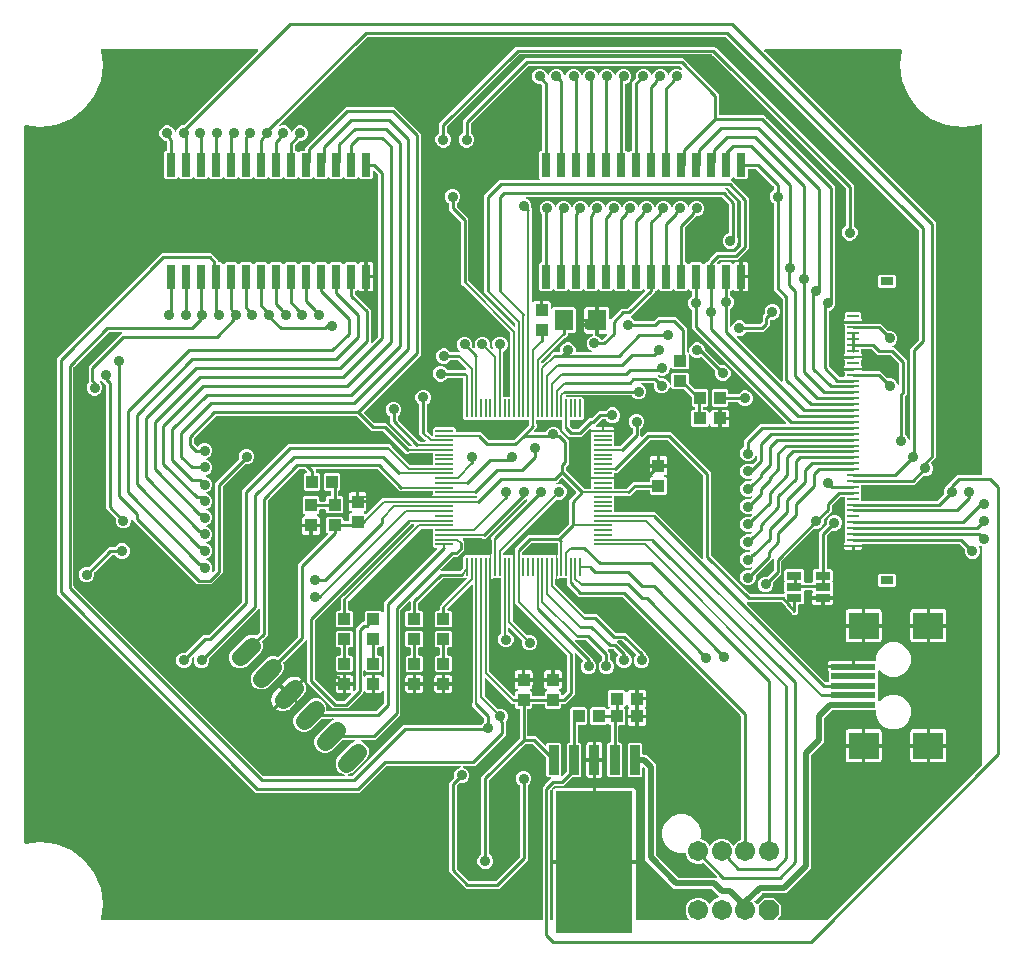
<source format=gbr>
G04 EAGLE Gerber RS-274X export*
G75*
%MOMM*%
%FSLAX34Y34*%
%LPD*%
%INTop Copper*%
%IPPOS*%
%AMOC8*
5,1,8,0,0,1.08239X$1,22.5*%
G01*
%ADD10R,1.000000X1.100000*%
%ADD11R,1.600000X1.800000*%
%ADD12R,1.100000X1.000000*%
%ADD13R,1.300000X0.650000*%
%ADD14R,1.500000X0.200000*%
%ADD15R,0.200000X1.500000*%
%ADD16R,0.750000X2.000000*%
%ADD17R,6.500000X12.000000*%
%ADD18R,0.850000X2.500000*%
%ADD19C,1.422400*%
%ADD20R,1.000000X1.000000*%
%ADD21R,1.000000X0.250000*%
%ADD22R,1.100000X0.700000*%
%ADD23C,1.714500*%
%ADD24P,1.855758X8X22.500000*%
%ADD25R,2.540000X2.286000*%
%ADD26R,3.810000X0.508000*%
%ADD27C,0.200000*%
%ADD28C,0.250000*%
%ADD29C,0.906400*%
%ADD30C,0.500000*%

G36*
X475383Y37342D02*
X475383Y37342D01*
X475402Y37340D01*
X475504Y37362D01*
X475606Y37379D01*
X475623Y37388D01*
X475643Y37392D01*
X475732Y37445D01*
X475823Y37494D01*
X475837Y37508D01*
X475854Y37518D01*
X475921Y37597D01*
X475993Y37672D01*
X476001Y37690D01*
X476014Y37705D01*
X476053Y37801D01*
X476096Y37895D01*
X476098Y37915D01*
X476106Y37933D01*
X476124Y38100D01*
X476124Y150097D01*
X478251Y152224D01*
X483428Y157400D01*
X483469Y157458D01*
X483519Y157510D01*
X483541Y157557D01*
X483571Y157599D01*
X483592Y157668D01*
X483622Y157733D01*
X483628Y157785D01*
X483643Y157835D01*
X483642Y157906D01*
X483649Y157977D01*
X483638Y158028D01*
X483637Y158080D01*
X483612Y158148D01*
X483597Y158218D01*
X483570Y158263D01*
X483553Y158311D01*
X483508Y158367D01*
X483471Y158429D01*
X483431Y158463D01*
X483399Y158503D01*
X483339Y158542D01*
X483284Y158589D01*
X483236Y158608D01*
X483192Y158636D01*
X483123Y158654D01*
X483056Y158681D01*
X482985Y158689D01*
X482953Y158697D01*
X482930Y158695D01*
X482889Y158699D01*
X480421Y158699D01*
X479249Y159871D01*
X479249Y174538D01*
X479235Y174628D01*
X479227Y174719D01*
X479215Y174749D01*
X479210Y174781D01*
X479167Y174862D01*
X479131Y174945D01*
X479105Y174978D01*
X479094Y174998D01*
X479071Y175020D01*
X479026Y175076D01*
X467576Y186526D01*
X467503Y186579D01*
X467433Y186639D01*
X467403Y186651D01*
X467377Y186670D01*
X467290Y186697D01*
X467205Y186731D01*
X467164Y186735D01*
X467142Y186742D01*
X467109Y186741D01*
X467038Y186749D01*
X461662Y186749D01*
X461572Y186735D01*
X461481Y186727D01*
X461451Y186715D01*
X461419Y186710D01*
X461338Y186667D01*
X461255Y186631D01*
X461222Y186605D01*
X461202Y186594D01*
X461180Y186571D01*
X461124Y186526D01*
X430974Y156376D01*
X430921Y156303D01*
X430861Y156233D01*
X430849Y156203D01*
X430830Y156177D01*
X430803Y156090D01*
X430769Y156005D01*
X430765Y155964D01*
X430758Y155942D01*
X430759Y155909D01*
X430751Y155838D01*
X430751Y93733D01*
X430770Y93618D01*
X430787Y93502D01*
X430789Y93497D01*
X430790Y93490D01*
X430845Y93387D01*
X430898Y93283D01*
X430903Y93279D01*
X430906Y93273D01*
X430990Y93193D01*
X431074Y93111D01*
X431080Y93107D01*
X431084Y93104D01*
X431101Y93096D01*
X431194Y93044D01*
X433038Y91201D01*
X434033Y88799D01*
X434033Y86201D01*
X433038Y83799D01*
X431201Y81962D01*
X428799Y80967D01*
X426201Y80967D01*
X423799Y81962D01*
X421962Y83799D01*
X420967Y86201D01*
X420967Y88799D01*
X421962Y91201D01*
X423810Y93049D01*
X423878Y93091D01*
X423979Y93151D01*
X423983Y93156D01*
X423988Y93159D01*
X424063Y93249D01*
X424139Y93338D01*
X424141Y93344D01*
X424145Y93349D01*
X424187Y93457D01*
X424231Y93566D01*
X424232Y93574D01*
X424233Y93579D01*
X424234Y93597D01*
X424249Y93733D01*
X424249Y158847D01*
X456526Y191124D01*
X456579Y191197D01*
X456639Y191267D01*
X456651Y191297D01*
X456670Y191323D01*
X456697Y191410D01*
X456731Y191495D01*
X456735Y191536D01*
X456742Y191558D01*
X456741Y191591D01*
X456749Y191662D01*
X456749Y215738D01*
X456746Y215758D01*
X456748Y215777D01*
X456726Y215879D01*
X456710Y215981D01*
X456700Y215998D01*
X456696Y216018D01*
X456643Y216107D01*
X456594Y216198D01*
X456580Y216212D01*
X456570Y216229D01*
X456491Y216296D01*
X456416Y216368D01*
X456398Y216376D01*
X456383Y216389D01*
X456287Y216428D01*
X456193Y216471D01*
X456173Y216473D01*
X456155Y216481D01*
X455988Y216499D01*
X454171Y216499D01*
X452999Y217671D01*
X452999Y219988D01*
X452996Y220008D01*
X452998Y220027D01*
X452976Y220129D01*
X452960Y220231D01*
X452950Y220248D01*
X452946Y220268D01*
X452893Y220357D01*
X452844Y220448D01*
X452830Y220462D01*
X452820Y220479D01*
X452741Y220546D01*
X452666Y220618D01*
X452648Y220626D01*
X452633Y220639D01*
X452537Y220678D01*
X452443Y220721D01*
X452423Y220723D01*
X452405Y220731D01*
X452238Y220749D01*
X449653Y220749D01*
X447749Y222653D01*
X447749Y222692D01*
X447735Y222782D01*
X447727Y222873D01*
X447715Y222903D01*
X447710Y222934D01*
X447667Y223015D01*
X447631Y223099D01*
X447605Y223131D01*
X447594Y223152D01*
X447571Y223174D01*
X447526Y223230D01*
X428200Y242556D01*
X428142Y242598D01*
X428090Y242647D01*
X428043Y242669D01*
X428001Y242700D01*
X427932Y242721D01*
X427867Y242751D01*
X427815Y242757D01*
X427765Y242772D01*
X427694Y242770D01*
X427623Y242778D01*
X427572Y242767D01*
X427520Y242766D01*
X427452Y242741D01*
X427382Y242726D01*
X427337Y242699D01*
X427289Y242681D01*
X427233Y242636D01*
X427171Y242600D01*
X427137Y242560D01*
X427097Y242527D01*
X427058Y242467D01*
X427011Y242413D01*
X426992Y242364D01*
X426964Y242321D01*
X426946Y242251D01*
X426919Y242185D01*
X426911Y242113D01*
X426903Y242082D01*
X426905Y242059D01*
X426901Y242018D01*
X426901Y227658D01*
X426915Y227568D01*
X426923Y227477D01*
X426935Y227447D01*
X426940Y227416D01*
X426959Y227380D01*
X426961Y227371D01*
X426984Y227333D01*
X427019Y227251D01*
X427045Y227219D01*
X427056Y227198D01*
X427077Y227178D01*
X427087Y227160D01*
X427101Y227149D01*
X427124Y227120D01*
X437641Y216603D01*
X437736Y216534D01*
X437830Y216465D01*
X437836Y216463D01*
X437841Y216459D01*
X437953Y216425D01*
X438064Y216388D01*
X438070Y216388D01*
X438076Y216387D01*
X438193Y216390D01*
X438310Y216391D01*
X438317Y216393D01*
X438322Y216393D01*
X438339Y216399D01*
X438471Y216438D01*
X438701Y216533D01*
X441299Y216533D01*
X443701Y215538D01*
X445538Y213701D01*
X446533Y211299D01*
X446533Y208701D01*
X445538Y206299D01*
X445349Y206110D01*
X445306Y206051D01*
X445261Y206003D01*
X445253Y205986D01*
X445236Y205967D01*
X445224Y205936D01*
X445205Y205910D01*
X445181Y205831D01*
X445157Y205780D01*
X445156Y205767D01*
X445144Y205738D01*
X445140Y205698D01*
X445133Y205675D01*
X445134Y205643D01*
X445126Y205572D01*
X445126Y194278D01*
X418847Y167999D01*
X409086Y167999D01*
X408990Y167984D01*
X408893Y167974D01*
X408869Y167964D01*
X408843Y167960D01*
X408757Y167914D01*
X408668Y167874D01*
X408649Y167857D01*
X408626Y167844D01*
X408559Y167774D01*
X408487Y167708D01*
X408474Y167685D01*
X408456Y167666D01*
X408415Y167578D01*
X408368Y167492D01*
X408364Y167467D01*
X408353Y167443D01*
X408342Y167346D01*
X408325Y167250D01*
X408329Y167224D01*
X408326Y167199D01*
X408346Y167103D01*
X408361Y167007D01*
X408372Y166984D01*
X408378Y166958D01*
X408428Y166875D01*
X408472Y166788D01*
X408491Y166769D01*
X408504Y166747D01*
X408578Y166684D01*
X408648Y166616D01*
X408676Y166600D01*
X408691Y166587D01*
X408722Y166575D01*
X408795Y166535D01*
X411201Y165538D01*
X413038Y163701D01*
X414033Y161299D01*
X414033Y158701D01*
X413038Y156299D01*
X411201Y154462D01*
X408799Y153467D01*
X406185Y153467D01*
X406108Y153485D01*
X405994Y153514D01*
X405987Y153514D01*
X405981Y153515D01*
X405865Y153504D01*
X405748Y153495D01*
X405743Y153493D01*
X405736Y153492D01*
X405629Y153444D01*
X405522Y153399D01*
X405516Y153394D01*
X405512Y153392D01*
X405498Y153379D01*
X405391Y153294D01*
X403474Y151376D01*
X403421Y151302D01*
X403361Y151233D01*
X403349Y151203D01*
X403330Y151177D01*
X403303Y151090D01*
X403269Y151005D01*
X403265Y150964D01*
X403258Y150942D01*
X403259Y150909D01*
X403251Y150838D01*
X403251Y81662D01*
X403265Y81572D01*
X403273Y81481D01*
X403285Y81451D01*
X403290Y81419D01*
X403333Y81338D01*
X403369Y81255D01*
X403395Y81222D01*
X403406Y81202D01*
X403429Y81180D01*
X403474Y81124D01*
X413624Y70974D01*
X413697Y70921D01*
X413767Y70861D01*
X413797Y70849D01*
X413823Y70830D01*
X413910Y70803D01*
X413995Y70769D01*
X414036Y70765D01*
X414058Y70758D01*
X414091Y70759D01*
X414162Y70751D01*
X435838Y70751D01*
X435928Y70765D01*
X436019Y70773D01*
X436049Y70785D01*
X436081Y70790D01*
X436162Y70833D01*
X436245Y70869D01*
X436278Y70895D01*
X436298Y70906D01*
X436320Y70929D01*
X436376Y70974D01*
X456650Y91248D01*
X456703Y91322D01*
X456763Y91391D01*
X456775Y91421D01*
X456794Y91447D01*
X456821Y91534D01*
X456855Y91619D01*
X456859Y91660D01*
X456866Y91682D01*
X456865Y91715D01*
X456873Y91786D01*
X456873Y151143D01*
X456855Y151257D01*
X456837Y151374D01*
X456835Y151380D01*
X456834Y151386D01*
X456779Y151488D01*
X456726Y151593D01*
X456721Y151598D01*
X456718Y151603D01*
X456634Y151683D01*
X456550Y151765D01*
X456544Y151769D01*
X456540Y151772D01*
X456523Y151780D01*
X456430Y151832D01*
X454586Y153675D01*
X453591Y156077D01*
X453591Y158675D01*
X454586Y161076D01*
X456424Y162914D01*
X458825Y163909D01*
X461423Y163909D01*
X463825Y162914D01*
X465662Y161076D01*
X466657Y158675D01*
X466657Y156077D01*
X465662Y153675D01*
X463814Y151827D01*
X463746Y151785D01*
X463645Y151725D01*
X463641Y151720D01*
X463636Y151717D01*
X463562Y151627D01*
X463485Y151538D01*
X463483Y151532D01*
X463479Y151527D01*
X463437Y151419D01*
X463393Y151310D01*
X463392Y151302D01*
X463391Y151298D01*
X463390Y151280D01*
X463375Y151143D01*
X463375Y88778D01*
X438847Y64249D01*
X411153Y64249D01*
X396749Y78653D01*
X396749Y153847D01*
X400794Y157891D01*
X400862Y157986D01*
X400932Y158080D01*
X400934Y158086D01*
X400937Y158091D01*
X400972Y158203D01*
X401008Y158314D01*
X401008Y158320D01*
X401010Y158326D01*
X401007Y158443D01*
X401006Y158560D01*
X401004Y158567D01*
X401003Y158572D01*
X400997Y158589D01*
X400967Y158692D01*
X400967Y161299D01*
X401962Y163701D01*
X403799Y165538D01*
X406205Y166535D01*
X406288Y166586D01*
X406374Y166632D01*
X406392Y166651D01*
X406414Y166664D01*
X406477Y166739D01*
X406544Y166810D01*
X406555Y166834D01*
X406571Y166854D01*
X406606Y166945D01*
X406647Y167033D01*
X406650Y167059D01*
X406659Y167083D01*
X406664Y167181D01*
X406674Y167277D01*
X406669Y167303D01*
X406670Y167329D01*
X406643Y167423D01*
X406622Y167518D01*
X406609Y167540D01*
X406601Y167565D01*
X406546Y167645D01*
X406496Y167729D01*
X406476Y167746D01*
X406461Y167767D01*
X406383Y167826D01*
X406309Y167889D01*
X406285Y167899D01*
X406264Y167914D01*
X406171Y167944D01*
X406081Y167981D01*
X406048Y167984D01*
X406030Y167990D01*
X405997Y167990D01*
X405914Y167999D01*
X344162Y167999D01*
X344072Y167985D01*
X343981Y167977D01*
X343951Y167965D01*
X343919Y167960D01*
X343838Y167917D01*
X343755Y167881D01*
X343722Y167855D01*
X343702Y167844D01*
X343680Y167821D01*
X343624Y167776D01*
X321347Y145499D01*
X233028Y145499D01*
X64874Y313653D01*
X64874Y513222D01*
X153653Y602001D01*
X195722Y602001D01*
X199249Y598474D01*
X201376Y596347D01*
X201376Y595074D01*
X201379Y595054D01*
X201377Y595035D01*
X201399Y594933D01*
X201415Y594831D01*
X201425Y594814D01*
X201429Y594794D01*
X201482Y594705D01*
X201531Y594614D01*
X201545Y594600D01*
X201555Y594583D01*
X201634Y594516D01*
X201709Y594444D01*
X201727Y594436D01*
X201742Y594423D01*
X201838Y594384D01*
X201932Y594341D01*
X201952Y594339D01*
X201970Y594331D01*
X202137Y594313D01*
X204129Y594313D01*
X205362Y593080D01*
X205378Y593068D01*
X205390Y593053D01*
X205478Y592996D01*
X205561Y592936D01*
X205580Y592930D01*
X205597Y592920D01*
X205698Y592894D01*
X205797Y592864D01*
X205816Y592864D01*
X205836Y592859D01*
X205939Y592868D01*
X206042Y592870D01*
X206061Y592877D01*
X206081Y592879D01*
X206176Y592919D01*
X206273Y592955D01*
X206289Y592967D01*
X206307Y592975D01*
X206438Y593080D01*
X207671Y594313D01*
X216829Y594313D01*
X218062Y593080D01*
X218078Y593068D01*
X218090Y593053D01*
X218178Y592996D01*
X218261Y592936D01*
X218280Y592930D01*
X218297Y592920D01*
X218398Y592894D01*
X218497Y592864D01*
X218516Y592864D01*
X218536Y592859D01*
X218639Y592868D01*
X218742Y592870D01*
X218761Y592877D01*
X218781Y592879D01*
X218876Y592919D01*
X218973Y592955D01*
X218989Y592967D01*
X219007Y592975D01*
X219138Y593080D01*
X220371Y594313D01*
X229529Y594313D01*
X230762Y593080D01*
X230778Y593068D01*
X230790Y593053D01*
X230878Y592996D01*
X230961Y592936D01*
X230980Y592930D01*
X230997Y592920D01*
X231098Y592894D01*
X231197Y592864D01*
X231216Y592864D01*
X231236Y592859D01*
X231339Y592868D01*
X231442Y592870D01*
X231461Y592877D01*
X231481Y592879D01*
X231576Y592919D01*
X231673Y592955D01*
X231689Y592967D01*
X231707Y592975D01*
X231838Y593080D01*
X233071Y594313D01*
X242229Y594313D01*
X243462Y593080D01*
X243478Y593068D01*
X243490Y593053D01*
X243578Y592996D01*
X243661Y592936D01*
X243680Y592930D01*
X243697Y592920D01*
X243798Y592894D01*
X243897Y592864D01*
X243916Y592864D01*
X243936Y592859D01*
X244039Y592868D01*
X244142Y592870D01*
X244161Y592877D01*
X244181Y592879D01*
X244276Y592919D01*
X244373Y592955D01*
X244389Y592967D01*
X244407Y592975D01*
X244538Y593080D01*
X245771Y594313D01*
X254929Y594313D01*
X256162Y593080D01*
X256178Y593068D01*
X256190Y593053D01*
X256278Y592996D01*
X256361Y592936D01*
X256380Y592930D01*
X256397Y592920D01*
X256498Y592894D01*
X256597Y592864D01*
X256616Y592864D01*
X256636Y592859D01*
X256739Y592868D01*
X256842Y592870D01*
X256861Y592877D01*
X256881Y592879D01*
X256976Y592919D01*
X257073Y592955D01*
X257089Y592967D01*
X257107Y592975D01*
X257238Y593080D01*
X258471Y594313D01*
X267629Y594313D01*
X268862Y593080D01*
X268878Y593068D01*
X268890Y593053D01*
X268978Y592996D01*
X269061Y592936D01*
X269080Y592930D01*
X269097Y592920D01*
X269198Y592894D01*
X269297Y592864D01*
X269316Y592864D01*
X269336Y592859D01*
X269439Y592868D01*
X269542Y592870D01*
X269561Y592877D01*
X269581Y592879D01*
X269676Y592919D01*
X269773Y592955D01*
X269789Y592967D01*
X269807Y592975D01*
X269938Y593080D01*
X271171Y594313D01*
X280329Y594313D01*
X281562Y593080D01*
X281578Y593068D01*
X281590Y593053D01*
X281678Y592996D01*
X281761Y592936D01*
X281780Y592930D01*
X281797Y592920D01*
X281898Y592894D01*
X281997Y592864D01*
X282016Y592864D01*
X282036Y592859D01*
X282139Y592868D01*
X282242Y592870D01*
X282261Y592877D01*
X282281Y592879D01*
X282376Y592919D01*
X282473Y592955D01*
X282489Y592967D01*
X282507Y592975D01*
X282638Y593080D01*
X283871Y594313D01*
X293029Y594313D01*
X294262Y593080D01*
X294278Y593068D01*
X294290Y593053D01*
X294378Y592996D01*
X294461Y592936D01*
X294480Y592930D01*
X294497Y592920D01*
X294598Y592894D01*
X294697Y592864D01*
X294716Y592864D01*
X294736Y592859D01*
X294839Y592868D01*
X294942Y592870D01*
X294961Y592877D01*
X294981Y592879D01*
X295076Y592919D01*
X295173Y592955D01*
X295189Y592967D01*
X295207Y592975D01*
X295338Y593080D01*
X296571Y594313D01*
X305729Y594313D01*
X306962Y593080D01*
X306978Y593068D01*
X306990Y593053D01*
X307078Y592996D01*
X307161Y592936D01*
X307180Y592930D01*
X307197Y592920D01*
X307298Y592894D01*
X307397Y592864D01*
X307416Y592864D01*
X307436Y592859D01*
X307539Y592868D01*
X307642Y592870D01*
X307661Y592877D01*
X307681Y592879D01*
X307776Y592919D01*
X307873Y592955D01*
X307889Y592967D01*
X307907Y592975D01*
X308038Y593080D01*
X309271Y594313D01*
X318429Y594313D01*
X319371Y593371D01*
X319467Y593302D01*
X319563Y593231D01*
X319567Y593229D01*
X319571Y593227D01*
X319683Y593192D01*
X319798Y593156D01*
X319802Y593156D01*
X319806Y593155D01*
X319924Y593158D01*
X320043Y593160D01*
X320047Y593161D01*
X320052Y593161D01*
X320163Y593202D01*
X320275Y593241D01*
X320279Y593244D01*
X320283Y593245D01*
X320375Y593320D01*
X320469Y593393D01*
X320472Y593397D01*
X320475Y593399D01*
X320482Y593411D01*
X320568Y593528D01*
X320767Y593872D01*
X321240Y594345D01*
X321819Y594680D01*
X322466Y594853D01*
X325027Y594853D01*
X325027Y583074D01*
X325030Y583054D01*
X325028Y583035D01*
X325050Y582933D01*
X325067Y582831D01*
X325076Y582814D01*
X325080Y582794D01*
X325133Y582705D01*
X325182Y582614D01*
X325196Y582600D01*
X325206Y582583D01*
X325285Y582516D01*
X325360Y582445D01*
X325378Y582436D01*
X325393Y582423D01*
X325489Y582384D01*
X325583Y582341D01*
X325603Y582339D01*
X325621Y582331D01*
X325788Y582313D01*
X326551Y582313D01*
X326551Y582311D01*
X325788Y582311D01*
X325768Y582308D01*
X325749Y582310D01*
X325647Y582288D01*
X325545Y582271D01*
X325528Y582262D01*
X325508Y582258D01*
X325419Y582205D01*
X325328Y582156D01*
X325314Y582142D01*
X325297Y582132D01*
X325230Y582053D01*
X325159Y581978D01*
X325150Y581960D01*
X325137Y581945D01*
X325098Y581849D01*
X325055Y581755D01*
X325053Y581735D01*
X325045Y581717D01*
X325027Y581550D01*
X325027Y569771D01*
X322466Y569771D01*
X321819Y569944D01*
X321240Y570279D01*
X320767Y570752D01*
X320568Y571096D01*
X320494Y571187D01*
X320419Y571281D01*
X320415Y571283D01*
X320413Y571286D01*
X320314Y571348D01*
X320212Y571414D01*
X320208Y571415D01*
X320204Y571417D01*
X320089Y571444D01*
X319973Y571474D01*
X319969Y571473D01*
X319965Y571474D01*
X319846Y571464D01*
X319728Y571455D01*
X319724Y571453D01*
X319720Y571453D01*
X319611Y571405D01*
X319502Y571358D01*
X319498Y571355D01*
X319495Y571354D01*
X319485Y571344D01*
X319371Y571253D01*
X318429Y570311D01*
X317862Y570311D01*
X317842Y570308D01*
X317823Y570310D01*
X317721Y570288D01*
X317619Y570272D01*
X317602Y570262D01*
X317582Y570258D01*
X317493Y570205D01*
X317402Y570156D01*
X317388Y570142D01*
X317371Y570132D01*
X317304Y570053D01*
X317232Y569978D01*
X317224Y569960D01*
X317211Y569945D01*
X317172Y569849D01*
X317129Y569755D01*
X317127Y569735D01*
X317119Y569717D01*
X317101Y569550D01*
X317101Y567812D01*
X317115Y567722D01*
X317123Y567631D01*
X317135Y567601D01*
X317140Y567569D01*
X317183Y567488D01*
X317219Y567405D01*
X317245Y567372D01*
X317256Y567352D01*
X317279Y567330D01*
X317324Y567274D01*
X330447Y554150D01*
X330447Y526882D01*
X330459Y526812D01*
X330461Y526740D01*
X330479Y526691D01*
X330487Y526640D01*
X330521Y526576D01*
X330545Y526509D01*
X330578Y526468D01*
X330602Y526422D01*
X330654Y526373D01*
X330699Y526317D01*
X330743Y526289D01*
X330781Y526253D01*
X330846Y526223D01*
X330906Y526184D01*
X330956Y526171D01*
X331004Y526149D01*
X331075Y526141D01*
X331144Y526124D01*
X331196Y526128D01*
X331248Y526122D01*
X331318Y526137D01*
X331390Y526143D01*
X331437Y526163D01*
X331488Y526174D01*
X331550Y526211D01*
X331616Y526239D01*
X331672Y526284D01*
X331700Y526301D01*
X331715Y526318D01*
X331747Y526344D01*
X336526Y531124D01*
X336579Y531198D01*
X336639Y531267D01*
X336651Y531297D01*
X336670Y531323D01*
X336697Y531410D01*
X336731Y531495D01*
X336735Y531536D01*
X336742Y531558D01*
X336741Y531591D01*
X336749Y531662D01*
X336749Y668338D01*
X336735Y668428D01*
X336727Y668519D01*
X336715Y668549D01*
X336710Y668581D01*
X336667Y668661D01*
X336631Y668745D01*
X336605Y668778D01*
X336594Y668798D01*
X336571Y668820D01*
X336526Y668876D01*
X333600Y671803D01*
X333542Y671844D01*
X333490Y671894D01*
X333443Y671916D01*
X333401Y671946D01*
X333332Y671967D01*
X333267Y671997D01*
X333215Y672003D01*
X333165Y672018D01*
X333094Y672017D01*
X333023Y672024D01*
X332972Y672013D01*
X332920Y672012D01*
X332852Y671987D01*
X332782Y671972D01*
X332737Y671945D01*
X332689Y671928D01*
X332633Y671883D01*
X332571Y671846D01*
X332537Y671806D01*
X332497Y671774D01*
X332458Y671714D01*
X332411Y671659D01*
X332392Y671611D01*
X332364Y671567D01*
X332346Y671498D01*
X332319Y671431D01*
X332311Y671360D01*
X332303Y671328D01*
X332305Y671305D01*
X332301Y671264D01*
X332301Y666059D01*
X331129Y664887D01*
X321971Y664887D01*
X320738Y666120D01*
X320722Y666132D01*
X320710Y666147D01*
X320622Y666204D01*
X320539Y666264D01*
X320520Y666270D01*
X320503Y666280D01*
X320402Y666306D01*
X320303Y666336D01*
X320284Y666336D01*
X320264Y666341D01*
X320161Y666332D01*
X320058Y666330D01*
X320039Y666323D01*
X320019Y666321D01*
X319924Y666281D01*
X319827Y666245D01*
X319811Y666233D01*
X319793Y666225D01*
X319662Y666120D01*
X318429Y664887D01*
X309271Y664887D01*
X308038Y666120D01*
X308022Y666132D01*
X308010Y666147D01*
X307922Y666204D01*
X307839Y666264D01*
X307820Y666270D01*
X307803Y666280D01*
X307702Y666306D01*
X307603Y666336D01*
X307584Y666336D01*
X307564Y666341D01*
X307461Y666332D01*
X307358Y666330D01*
X307339Y666323D01*
X307319Y666321D01*
X307224Y666281D01*
X307127Y666245D01*
X307111Y666233D01*
X307093Y666225D01*
X306962Y666120D01*
X305729Y664887D01*
X296571Y664887D01*
X295338Y666120D01*
X295322Y666132D01*
X295310Y666147D01*
X295222Y666204D01*
X295139Y666264D01*
X295120Y666270D01*
X295103Y666280D01*
X295002Y666306D01*
X294903Y666336D01*
X294884Y666336D01*
X294864Y666341D01*
X294761Y666332D01*
X294658Y666330D01*
X294639Y666323D01*
X294619Y666321D01*
X294524Y666281D01*
X294427Y666245D01*
X294411Y666233D01*
X294393Y666225D01*
X294262Y666120D01*
X293029Y664887D01*
X283871Y664887D01*
X282638Y666120D01*
X282622Y666132D01*
X282610Y666147D01*
X282522Y666204D01*
X282439Y666264D01*
X282420Y666270D01*
X282403Y666280D01*
X282302Y666306D01*
X282203Y666336D01*
X282184Y666336D01*
X282164Y666341D01*
X282061Y666332D01*
X281958Y666330D01*
X281939Y666323D01*
X281919Y666321D01*
X281824Y666281D01*
X281727Y666245D01*
X281711Y666233D01*
X281693Y666225D01*
X281562Y666120D01*
X280329Y664887D01*
X271171Y664887D01*
X269938Y666120D01*
X269922Y666132D01*
X269910Y666147D01*
X269822Y666204D01*
X269739Y666264D01*
X269720Y666270D01*
X269703Y666280D01*
X269602Y666306D01*
X269503Y666336D01*
X269484Y666336D01*
X269464Y666341D01*
X269361Y666332D01*
X269258Y666330D01*
X269239Y666323D01*
X269219Y666321D01*
X269124Y666281D01*
X269027Y666245D01*
X269011Y666233D01*
X268993Y666225D01*
X268862Y666120D01*
X267629Y664887D01*
X258471Y664887D01*
X257238Y666120D01*
X257222Y666132D01*
X257210Y666147D01*
X257122Y666204D01*
X257039Y666264D01*
X257020Y666270D01*
X257003Y666280D01*
X256902Y666306D01*
X256803Y666336D01*
X256784Y666336D01*
X256764Y666341D01*
X256661Y666332D01*
X256558Y666330D01*
X256539Y666323D01*
X256519Y666321D01*
X256424Y666281D01*
X256327Y666245D01*
X256311Y666233D01*
X256293Y666225D01*
X256162Y666120D01*
X254929Y664887D01*
X245771Y664887D01*
X244538Y666120D01*
X244522Y666132D01*
X244510Y666147D01*
X244422Y666204D01*
X244339Y666264D01*
X244320Y666270D01*
X244303Y666280D01*
X244202Y666306D01*
X244103Y666336D01*
X244084Y666336D01*
X244064Y666341D01*
X243961Y666332D01*
X243858Y666330D01*
X243839Y666323D01*
X243819Y666321D01*
X243724Y666281D01*
X243627Y666245D01*
X243611Y666233D01*
X243593Y666225D01*
X243462Y666120D01*
X242229Y664887D01*
X233071Y664887D01*
X231838Y666120D01*
X231822Y666132D01*
X231810Y666147D01*
X231722Y666204D01*
X231639Y666264D01*
X231620Y666270D01*
X231603Y666280D01*
X231502Y666306D01*
X231403Y666336D01*
X231384Y666336D01*
X231364Y666341D01*
X231261Y666332D01*
X231158Y666330D01*
X231139Y666323D01*
X231119Y666321D01*
X231024Y666281D01*
X230927Y666245D01*
X230911Y666233D01*
X230893Y666225D01*
X230762Y666120D01*
X229529Y664887D01*
X220371Y664887D01*
X219138Y666120D01*
X219122Y666132D01*
X219110Y666147D01*
X219022Y666204D01*
X218939Y666264D01*
X218920Y666270D01*
X218903Y666280D01*
X218802Y666306D01*
X218703Y666336D01*
X218684Y666336D01*
X218664Y666341D01*
X218561Y666332D01*
X218458Y666330D01*
X218439Y666323D01*
X218419Y666321D01*
X218324Y666281D01*
X218227Y666245D01*
X218211Y666233D01*
X218193Y666225D01*
X218062Y666120D01*
X216829Y664887D01*
X207671Y664887D01*
X206438Y666120D01*
X206422Y666132D01*
X206410Y666147D01*
X206322Y666204D01*
X206239Y666264D01*
X206220Y666270D01*
X206203Y666280D01*
X206102Y666306D01*
X206003Y666336D01*
X205984Y666336D01*
X205964Y666341D01*
X205861Y666332D01*
X205758Y666330D01*
X205739Y666323D01*
X205719Y666321D01*
X205624Y666281D01*
X205527Y666245D01*
X205511Y666233D01*
X205493Y666225D01*
X205362Y666120D01*
X204129Y664887D01*
X194971Y664887D01*
X193738Y666120D01*
X193722Y666132D01*
X193710Y666147D01*
X193622Y666204D01*
X193539Y666264D01*
X193520Y666270D01*
X193503Y666280D01*
X193402Y666306D01*
X193303Y666336D01*
X193284Y666336D01*
X193264Y666341D01*
X193161Y666332D01*
X193058Y666330D01*
X193039Y666323D01*
X193019Y666321D01*
X192924Y666281D01*
X192827Y666245D01*
X192811Y666233D01*
X192793Y666225D01*
X192662Y666120D01*
X191429Y664887D01*
X182271Y664887D01*
X181038Y666120D01*
X181022Y666132D01*
X181010Y666147D01*
X180922Y666204D01*
X180839Y666264D01*
X180820Y666270D01*
X180803Y666280D01*
X180702Y666306D01*
X180603Y666336D01*
X180584Y666336D01*
X180564Y666341D01*
X180461Y666332D01*
X180358Y666330D01*
X180339Y666323D01*
X180319Y666321D01*
X180224Y666281D01*
X180127Y666245D01*
X180111Y666233D01*
X180093Y666225D01*
X179962Y666120D01*
X178729Y664887D01*
X169571Y664887D01*
X168338Y666120D01*
X168322Y666132D01*
X168310Y666147D01*
X168222Y666204D01*
X168139Y666264D01*
X168120Y666270D01*
X168103Y666280D01*
X168002Y666306D01*
X167903Y666336D01*
X167884Y666336D01*
X167864Y666341D01*
X167761Y666332D01*
X167658Y666330D01*
X167639Y666323D01*
X167619Y666321D01*
X167524Y666281D01*
X167427Y666245D01*
X167411Y666233D01*
X167393Y666225D01*
X167262Y666120D01*
X166029Y664887D01*
X156871Y664887D01*
X155699Y666059D01*
X155699Y687717D01*
X156871Y688889D01*
X157438Y688889D01*
X157458Y688892D01*
X157477Y688890D01*
X157579Y688912D01*
X157681Y688928D01*
X157698Y688938D01*
X157718Y688942D01*
X157807Y688995D01*
X157898Y689044D01*
X157912Y689058D01*
X157929Y689068D01*
X157996Y689147D01*
X158068Y689222D01*
X158076Y689240D01*
X158089Y689255D01*
X158128Y689351D01*
X158171Y689445D01*
X158173Y689465D01*
X158181Y689483D01*
X158199Y689650D01*
X158199Y696482D01*
X158184Y696578D01*
X158174Y696675D01*
X158163Y696706D01*
X158160Y696725D01*
X158144Y696754D01*
X158131Y696789D01*
X158130Y696794D01*
X158128Y696797D01*
X158114Y696832D01*
X158098Y696863D01*
X158057Y696918D01*
X158044Y696943D01*
X158036Y696951D01*
X158004Y697005D01*
X157974Y697030D01*
X157951Y697061D01*
X157881Y697109D01*
X157817Y697165D01*
X157781Y697179D01*
X157749Y697201D01*
X157668Y697225D01*
X157588Y697257D01*
X157539Y697262D01*
X157513Y697270D01*
X157483Y697268D01*
X157422Y697275D01*
X156869Y697275D01*
X154467Y698270D01*
X152630Y700107D01*
X151635Y702509D01*
X151635Y705107D01*
X152630Y707509D01*
X154467Y709346D01*
X156869Y710341D01*
X159467Y710341D01*
X161869Y709346D01*
X163706Y707509D01*
X164497Y705600D01*
X164535Y705539D01*
X164564Y705474D01*
X164599Y705435D01*
X164626Y705391D01*
X164682Y705345D01*
X164730Y705292D01*
X164776Y705267D01*
X164816Y705234D01*
X164883Y705208D01*
X164946Y705174D01*
X164997Y705165D01*
X165045Y705146D01*
X165117Y705143D01*
X165188Y705130D01*
X165239Y705138D01*
X165291Y705136D01*
X165360Y705156D01*
X165431Y705166D01*
X165477Y705190D01*
X165527Y705204D01*
X165586Y705245D01*
X165650Y705277D01*
X165687Y705315D01*
X165729Y705344D01*
X165772Y705402D01*
X165822Y705453D01*
X165857Y705516D01*
X165876Y705542D01*
X165883Y705564D01*
X165903Y705600D01*
X166694Y707509D01*
X168531Y709346D01*
X170933Y710341D01*
X171678Y710341D01*
X171768Y710355D01*
X171859Y710363D01*
X171889Y710375D01*
X171921Y710380D01*
X172002Y710423D01*
X172086Y710459D01*
X172118Y710485D01*
X172138Y710496D01*
X172161Y710519D01*
X172216Y710564D01*
X235014Y773362D01*
X235056Y773420D01*
X235106Y773472D01*
X235128Y773519D01*
X235158Y773561D01*
X235179Y773630D01*
X235209Y773695D01*
X235215Y773747D01*
X235230Y773797D01*
X235229Y773868D01*
X235236Y773939D01*
X235225Y773990D01*
X235224Y774042D01*
X235199Y774110D01*
X235184Y774180D01*
X235157Y774225D01*
X235140Y774273D01*
X235095Y774329D01*
X235058Y774391D01*
X235018Y774425D01*
X234986Y774465D01*
X234926Y774504D01*
X234871Y774551D01*
X234823Y774570D01*
X234779Y774598D01*
X234709Y774616D01*
X234643Y774643D01*
X234572Y774651D01*
X234540Y774659D01*
X234517Y774657D01*
X234476Y774661D01*
X102788Y774661D01*
X102719Y774650D01*
X102649Y774649D01*
X102599Y774630D01*
X102545Y774622D01*
X102484Y774589D01*
X102418Y774565D01*
X102376Y774532D01*
X102328Y774506D01*
X102280Y774456D01*
X102225Y774413D01*
X102196Y774367D01*
X102158Y774328D01*
X102129Y774265D01*
X102091Y774207D01*
X102077Y774154D01*
X102055Y774105D01*
X102047Y774036D01*
X102030Y773968D01*
X102031Y773893D01*
X102028Y773861D01*
X102032Y773839D01*
X102033Y773801D01*
X103626Y761700D01*
X101826Y748028D01*
X96549Y735287D01*
X88154Y724346D01*
X77213Y715951D01*
X64472Y710674D01*
X50800Y708874D01*
X38199Y710533D01*
X38130Y710531D01*
X38061Y710538D01*
X38008Y710527D01*
X37954Y710525D01*
X37888Y710501D01*
X37820Y710486D01*
X37774Y710458D01*
X37723Y710439D01*
X37669Y710396D01*
X37609Y710360D01*
X37574Y710319D01*
X37532Y710285D01*
X37495Y710226D01*
X37449Y710173D01*
X37429Y710123D01*
X37400Y710077D01*
X37383Y710009D01*
X37357Y709945D01*
X37349Y709870D01*
X37341Y709838D01*
X37343Y709816D01*
X37339Y709778D01*
X37339Y102722D01*
X37350Y102653D01*
X37351Y102584D01*
X37370Y102533D01*
X37379Y102479D01*
X37411Y102418D01*
X37435Y102352D01*
X37468Y102310D01*
X37494Y102262D01*
X37544Y102214D01*
X37587Y102159D01*
X37633Y102130D01*
X37672Y102093D01*
X37735Y102063D01*
X37793Y102025D01*
X37846Y102012D01*
X37895Y101989D01*
X37964Y101981D01*
X38032Y101964D01*
X38107Y101965D01*
X38139Y101962D01*
X38161Y101966D01*
X38199Y101967D01*
X50800Y103626D01*
X64472Y101826D01*
X77213Y96549D01*
X88154Y88154D01*
X96549Y77213D01*
X101826Y64472D01*
X103626Y50800D01*
X101967Y38199D01*
X101969Y38130D01*
X101962Y38061D01*
X101973Y38008D01*
X101975Y37954D01*
X101999Y37888D01*
X102014Y37820D01*
X102042Y37774D01*
X102061Y37723D01*
X102104Y37669D01*
X102140Y37609D01*
X102181Y37574D01*
X102215Y37532D01*
X102274Y37495D01*
X102327Y37449D01*
X102377Y37429D01*
X102423Y37400D01*
X102491Y37383D01*
X102555Y37357D01*
X102630Y37349D01*
X102662Y37341D01*
X102684Y37343D01*
X102722Y37339D01*
X475363Y37339D01*
X475383Y37342D01*
G37*
G36*
X716266Y37353D02*
X716266Y37353D01*
X716357Y37361D01*
X716387Y37373D01*
X716419Y37378D01*
X716500Y37421D01*
X716584Y37457D01*
X716616Y37483D01*
X716636Y37494D01*
X716659Y37517D01*
X716714Y37562D01*
X847938Y168786D01*
X847991Y168859D01*
X848051Y168929D01*
X848063Y168959D01*
X848082Y168985D01*
X848109Y169072D01*
X848143Y169157D01*
X848147Y169198D01*
X848154Y169220D01*
X848153Y169253D01*
X848161Y169324D01*
X848161Y353182D01*
X848142Y353297D01*
X848125Y353413D01*
X848123Y353419D01*
X848122Y353425D01*
X848067Y353527D01*
X848014Y353632D01*
X848009Y353637D01*
X848006Y353642D01*
X847922Y353722D01*
X847838Y353804D01*
X847832Y353808D01*
X847828Y353812D01*
X847811Y353819D01*
X847691Y353885D01*
X846698Y354297D01*
X846628Y354313D01*
X846561Y354339D01*
X846509Y354341D01*
X846458Y354353D01*
X846387Y354346D01*
X846315Y354349D01*
X846265Y354335D01*
X846213Y354330D01*
X846148Y354301D01*
X846079Y354281D01*
X846036Y354251D01*
X845989Y354230D01*
X845936Y354181D01*
X845877Y354141D01*
X845846Y354099D01*
X845808Y354064D01*
X845773Y354001D01*
X845730Y353943D01*
X845714Y353894D01*
X845689Y353848D01*
X845676Y353777D01*
X845654Y353709D01*
X845655Y353657D01*
X845645Y353606D01*
X845656Y353535D01*
X845656Y353463D01*
X845676Y353394D01*
X845681Y353363D01*
X845692Y353342D01*
X845703Y353302D01*
X846533Y351299D01*
X846533Y348701D01*
X845538Y346299D01*
X843701Y344462D01*
X841299Y343467D01*
X838701Y343467D01*
X836299Y344462D01*
X834462Y346299D01*
X833467Y348701D01*
X833467Y351315D01*
X833485Y351392D01*
X833514Y351506D01*
X833514Y351513D01*
X833515Y351519D01*
X833504Y351635D01*
X833495Y351752D01*
X833493Y351757D01*
X833492Y351764D01*
X833444Y351871D01*
X833399Y351978D01*
X833394Y351984D01*
X833392Y351988D01*
X833379Y352002D01*
X833294Y352109D01*
X829576Y355826D01*
X829502Y355879D01*
X829433Y355939D01*
X829403Y355951D01*
X829377Y355970D01*
X829290Y355997D01*
X829205Y356031D01*
X829164Y356035D01*
X829142Y356042D01*
X829109Y356041D01*
X829038Y356049D01*
X747202Y356049D01*
X747182Y356046D01*
X747163Y356048D01*
X747061Y356026D01*
X746959Y356010D01*
X746942Y356000D01*
X746922Y355996D01*
X746833Y355943D01*
X746742Y355894D01*
X746728Y355880D01*
X746711Y355870D01*
X746644Y355791D01*
X746572Y355716D01*
X746564Y355698D01*
X746551Y355683D01*
X746512Y355587D01*
X746469Y355493D01*
X746467Y355473D01*
X746459Y355455D01*
X746441Y355288D01*
X746441Y355061D01*
X738900Y355061D01*
X731359Y355061D01*
X731359Y355884D01*
X731532Y356531D01*
X731797Y356989D01*
X731838Y357096D01*
X731881Y357203D01*
X731882Y357213D01*
X731884Y357220D01*
X731885Y357242D01*
X731899Y357370D01*
X731899Y361425D01*
X731926Y361461D01*
X731932Y361481D01*
X731942Y361497D01*
X731968Y361598D01*
X731998Y361697D01*
X731998Y361717D01*
X732003Y361736D01*
X731994Y361839D01*
X731992Y361942D01*
X731985Y361961D01*
X731983Y361981D01*
X731943Y362076D01*
X731907Y362173D01*
X731899Y362184D01*
X731899Y366425D01*
X731926Y366461D01*
X731932Y366481D01*
X731942Y366497D01*
X731968Y366598D01*
X731998Y366697D01*
X731998Y366717D01*
X732003Y366736D01*
X731994Y366839D01*
X731992Y366942D01*
X731985Y366961D01*
X731983Y366981D01*
X731943Y367076D01*
X731907Y367173D01*
X731899Y367184D01*
X731899Y371425D01*
X731926Y371461D01*
X731932Y371481D01*
X731942Y371497D01*
X731968Y371598D01*
X731998Y371697D01*
X731998Y371717D01*
X732003Y371736D01*
X731994Y371839D01*
X731992Y371942D01*
X731985Y371961D01*
X731983Y371981D01*
X731943Y372076D01*
X731907Y372173D01*
X731899Y372184D01*
X731899Y376425D01*
X731926Y376461D01*
X731932Y376481D01*
X731942Y376497D01*
X731968Y376598D01*
X731998Y376697D01*
X731998Y376717D01*
X732003Y376736D01*
X731994Y376839D01*
X731992Y376942D01*
X731985Y376961D01*
X731983Y376981D01*
X731943Y377076D01*
X731907Y377173D01*
X731899Y377184D01*
X731899Y381425D01*
X731926Y381461D01*
X731932Y381481D01*
X731942Y381497D01*
X731968Y381598D01*
X731998Y381697D01*
X731998Y381717D01*
X732003Y381736D01*
X731994Y381839D01*
X731992Y381942D01*
X731985Y381961D01*
X731983Y381981D01*
X731943Y382076D01*
X731907Y382173D01*
X731899Y382184D01*
X731899Y386425D01*
X731926Y386461D01*
X731932Y386481D01*
X731942Y386497D01*
X731968Y386598D01*
X731998Y386697D01*
X731998Y386717D01*
X732003Y386736D01*
X731994Y386839D01*
X731992Y386942D01*
X731985Y386961D01*
X731983Y386981D01*
X731943Y387076D01*
X731907Y387173D01*
X731899Y387184D01*
X731899Y391425D01*
X731926Y391461D01*
X731932Y391481D01*
X731942Y391497D01*
X731968Y391598D01*
X731998Y391697D01*
X731998Y391717D01*
X732003Y391736D01*
X731994Y391839D01*
X731992Y391942D01*
X731985Y391961D01*
X731983Y391981D01*
X731943Y392076D01*
X731907Y392173D01*
X731899Y392184D01*
X731899Y395288D01*
X731896Y395308D01*
X731898Y395327D01*
X731876Y395429D01*
X731860Y395531D01*
X731850Y395548D01*
X731846Y395568D01*
X731793Y395657D01*
X731744Y395748D01*
X731730Y395762D01*
X731720Y395779D01*
X731641Y395846D01*
X731566Y395918D01*
X731548Y395926D01*
X731533Y395939D01*
X731437Y395978D01*
X731343Y396021D01*
X731323Y396023D01*
X731305Y396031D01*
X731138Y396049D01*
X728462Y396049D01*
X728372Y396035D01*
X728281Y396027D01*
X728251Y396015D01*
X728219Y396010D01*
X728138Y395967D01*
X728055Y395931D01*
X728022Y395905D01*
X728002Y395894D01*
X727980Y395871D01*
X727924Y395826D01*
X720974Y388876D01*
X720921Y388803D01*
X720861Y388733D01*
X720849Y388703D01*
X720830Y388677D01*
X720803Y388590D01*
X720769Y388505D01*
X720765Y388464D01*
X720758Y388442D01*
X720759Y388409D01*
X720751Y388338D01*
X720751Y383653D01*
X714206Y377109D01*
X714138Y377014D01*
X714068Y376920D01*
X714066Y376914D01*
X714063Y376909D01*
X714028Y376797D01*
X713992Y376686D01*
X713992Y376680D01*
X713990Y376674D01*
X713993Y376557D01*
X713994Y376440D01*
X713996Y376433D01*
X713997Y376428D01*
X714003Y376411D01*
X714033Y376308D01*
X714033Y373701D01*
X713038Y371299D01*
X711201Y369462D01*
X708799Y368467D01*
X706185Y368467D01*
X706107Y368486D01*
X705994Y368514D01*
X705987Y368514D01*
X705981Y368515D01*
X705864Y368504D01*
X705748Y368495D01*
X705743Y368493D01*
X705736Y368492D01*
X705628Y368444D01*
X705522Y368399D01*
X705516Y368394D01*
X705512Y368392D01*
X705498Y368379D01*
X705391Y368294D01*
X678474Y341376D01*
X678421Y341303D01*
X678361Y341233D01*
X678349Y341203D01*
X678330Y341177D01*
X678303Y341090D01*
X678269Y341005D01*
X678265Y340964D01*
X678258Y340942D01*
X678259Y340909D01*
X678251Y340838D01*
X678251Y330528D01*
X671706Y323984D01*
X671638Y323889D01*
X671568Y323795D01*
X671566Y323789D01*
X671563Y323784D01*
X671528Y323672D01*
X671492Y323561D01*
X671492Y323555D01*
X671490Y323549D01*
X671493Y323432D01*
X671494Y323315D01*
X671496Y323308D01*
X671497Y323303D01*
X671503Y323286D01*
X671533Y323183D01*
X671533Y320576D01*
X670538Y318174D01*
X668701Y316337D01*
X666299Y315342D01*
X663701Y315342D01*
X661299Y316337D01*
X659462Y318174D01*
X658467Y320576D01*
X658467Y323174D01*
X659462Y325576D01*
X661299Y327413D01*
X663701Y328408D01*
X666315Y328408D01*
X666392Y328390D01*
X666506Y328361D01*
X666513Y328361D01*
X666519Y328360D01*
X666635Y328371D01*
X666752Y328380D01*
X666757Y328382D01*
X666764Y328383D01*
X666871Y328431D01*
X666978Y328476D01*
X666984Y328481D01*
X666988Y328483D01*
X667002Y328496D01*
X667109Y328581D01*
X671526Y332999D01*
X671579Y333073D01*
X671639Y333142D01*
X671651Y333172D01*
X671670Y333198D01*
X671697Y333285D01*
X671731Y333370D01*
X671735Y333411D01*
X671742Y333433D01*
X671741Y333466D01*
X671749Y333537D01*
X671749Y342566D01*
X671738Y342637D01*
X671736Y342709D01*
X671718Y342758D01*
X671710Y342809D01*
X671676Y342872D01*
X671651Y342940D01*
X671619Y342980D01*
X671594Y343026D01*
X671542Y343076D01*
X671498Y343132D01*
X671454Y343160D01*
X671416Y343196D01*
X671351Y343226D01*
X671291Y343265D01*
X671240Y343277D01*
X671193Y343299D01*
X671122Y343307D01*
X671052Y343325D01*
X671000Y343321D01*
X670949Y343326D01*
X670878Y343311D01*
X670807Y343306D01*
X670759Y343285D01*
X670708Y343274D01*
X670647Y343237D01*
X670581Y343209D01*
X670525Y343164D01*
X670497Y343148D01*
X670482Y343130D01*
X670450Y343104D01*
X668624Y341278D01*
X656756Y329410D01*
X656710Y329347D01*
X656690Y329326D01*
X656686Y329317D01*
X656643Y329267D01*
X656631Y329237D01*
X656612Y329211D01*
X656585Y329124D01*
X656551Y329039D01*
X656547Y328998D01*
X656540Y328976D01*
X656541Y328943D01*
X656533Y328872D01*
X656533Y326201D01*
X655538Y323799D01*
X653701Y321962D01*
X651299Y320967D01*
X648701Y320967D01*
X646299Y321962D01*
X644462Y323799D01*
X643467Y326201D01*
X643467Y328799D01*
X644462Y331201D01*
X646299Y333038D01*
X648701Y334033D01*
X651315Y334033D01*
X651392Y334015D01*
X651506Y333986D01*
X651513Y333986D01*
X651519Y333985D01*
X651635Y333996D01*
X651752Y334005D01*
X651757Y334007D01*
X651764Y334008D01*
X651871Y334056D01*
X651978Y334101D01*
X651984Y334106D01*
X651988Y334108D01*
X652002Y334121D01*
X652109Y334206D01*
X652982Y335079D01*
X653038Y335158D01*
X653101Y335233D01*
X653110Y335257D01*
X653125Y335279D01*
X653154Y335372D01*
X653189Y335463D01*
X653190Y335489D01*
X653198Y335514D01*
X653195Y335611D01*
X653199Y335708D01*
X653192Y335733D01*
X653191Y335760D01*
X653158Y335851D01*
X653131Y335945D01*
X653116Y335966D01*
X653107Y335991D01*
X653046Y336067D01*
X652990Y336147D01*
X652969Y336162D01*
X652953Y336183D01*
X652871Y336235D01*
X652793Y336293D01*
X652768Y336301D01*
X652746Y336316D01*
X652652Y336339D01*
X652559Y336370D01*
X652533Y336369D01*
X652508Y336376D01*
X652411Y336368D01*
X652313Y336367D01*
X652282Y336358D01*
X652262Y336357D01*
X652232Y336344D01*
X652152Y336320D01*
X651299Y335967D01*
X648701Y335967D01*
X646299Y336962D01*
X644462Y338799D01*
X643467Y341201D01*
X643467Y343799D01*
X644462Y346201D01*
X646299Y348038D01*
X648701Y349033D01*
X650592Y349033D01*
X650607Y349035D01*
X650622Y349033D01*
X650728Y349055D01*
X650835Y349072D01*
X650848Y349080D01*
X650863Y349083D01*
X650957Y349137D01*
X651052Y349188D01*
X651063Y349199D01*
X651076Y349206D01*
X651193Y349326D01*
X651513Y349739D01*
X651525Y349760D01*
X651542Y349778D01*
X651584Y349868D01*
X651631Y349954D01*
X651635Y349979D01*
X651646Y350001D01*
X651657Y350099D01*
X651674Y350197D01*
X651670Y350221D01*
X651673Y350245D01*
X651652Y350342D01*
X651637Y350440D01*
X651626Y350462D01*
X651621Y350486D01*
X651570Y350571D01*
X651525Y350659D01*
X651507Y350676D01*
X651494Y350697D01*
X651419Y350761D01*
X651348Y350830D01*
X651326Y350841D01*
X651308Y350857D01*
X651216Y350894D01*
X651127Y350937D01*
X651102Y350940D01*
X651079Y350949D01*
X650913Y350967D01*
X648701Y350967D01*
X646299Y351962D01*
X644462Y353799D01*
X643467Y356201D01*
X643467Y358799D01*
X644462Y361201D01*
X646299Y363038D01*
X648701Y364033D01*
X651315Y364033D01*
X651392Y364015D01*
X651506Y363986D01*
X651513Y363986D01*
X651519Y363985D01*
X651635Y363996D01*
X651752Y364005D01*
X651757Y364007D01*
X651764Y364008D01*
X651871Y364056D01*
X651978Y364101D01*
X651984Y364106D01*
X651988Y364108D01*
X652002Y364121D01*
X652109Y364206D01*
X652982Y365079D01*
X653038Y365158D01*
X653101Y365233D01*
X653110Y365257D01*
X653125Y365279D01*
X653154Y365372D01*
X653189Y365463D01*
X653190Y365489D01*
X653198Y365514D01*
X653195Y365611D01*
X653199Y365708D01*
X653192Y365733D01*
X653191Y365760D01*
X653158Y365851D01*
X653131Y365945D01*
X653116Y365966D01*
X653107Y365991D01*
X653046Y366067D01*
X652990Y366147D01*
X652969Y366162D01*
X652953Y366183D01*
X652871Y366235D01*
X652793Y366293D01*
X652768Y366301D01*
X652746Y366316D01*
X652652Y366339D01*
X652559Y366370D01*
X652533Y366369D01*
X652508Y366376D01*
X652411Y366368D01*
X652313Y366367D01*
X652282Y366358D01*
X652262Y366357D01*
X652232Y366344D01*
X652152Y366320D01*
X651299Y365967D01*
X648701Y365967D01*
X646299Y366962D01*
X644462Y368799D01*
X643467Y371201D01*
X643467Y373799D01*
X644462Y376201D01*
X646299Y378038D01*
X648701Y379033D01*
X651315Y379033D01*
X651393Y379015D01*
X651506Y378986D01*
X651513Y378986D01*
X651519Y378985D01*
X651635Y378996D01*
X651752Y379005D01*
X651757Y379007D01*
X651764Y379008D01*
X651871Y379056D01*
X651978Y379101D01*
X651984Y379106D01*
X651988Y379108D01*
X652002Y379121D01*
X652109Y379206D01*
X652982Y380079D01*
X653038Y380158D01*
X653100Y380233D01*
X653110Y380257D01*
X653125Y380279D01*
X653154Y380372D01*
X653189Y380463D01*
X653190Y380489D01*
X653197Y380514D01*
X653195Y380611D01*
X653199Y380708D01*
X653192Y380733D01*
X653191Y380760D01*
X653158Y380851D01*
X653131Y380945D01*
X653116Y380966D01*
X653107Y380991D01*
X653046Y381067D01*
X652990Y381147D01*
X652969Y381162D01*
X652953Y381183D01*
X652871Y381235D01*
X652793Y381293D01*
X652768Y381301D01*
X652746Y381316D01*
X652652Y381339D01*
X652559Y381370D01*
X652533Y381369D01*
X652508Y381376D01*
X652411Y381368D01*
X652313Y381367D01*
X652282Y381358D01*
X652262Y381357D01*
X652232Y381344D01*
X652152Y381320D01*
X651299Y380967D01*
X648701Y380967D01*
X646299Y381962D01*
X644462Y383799D01*
X643467Y386201D01*
X643467Y388799D01*
X644462Y391201D01*
X646299Y393038D01*
X648701Y394033D01*
X651315Y394033D01*
X651393Y394014D01*
X651506Y393986D01*
X651513Y393986D01*
X651519Y393985D01*
X651635Y393996D01*
X651752Y394005D01*
X651757Y394007D01*
X651764Y394008D01*
X651870Y394055D01*
X651978Y394101D01*
X651984Y394106D01*
X651988Y394108D01*
X652002Y394121D01*
X652109Y394206D01*
X652982Y395079D01*
X653038Y395158D01*
X653101Y395233D01*
X653110Y395257D01*
X653125Y395279D01*
X653154Y395372D01*
X653189Y395463D01*
X653190Y395489D01*
X653198Y395514D01*
X653195Y395611D01*
X653199Y395708D01*
X653192Y395733D01*
X653191Y395760D01*
X653158Y395851D01*
X653131Y395945D01*
X653116Y395966D01*
X653107Y395991D01*
X653046Y396067D01*
X652990Y396147D01*
X652969Y396162D01*
X652953Y396183D01*
X652871Y396235D01*
X652793Y396293D01*
X652768Y396301D01*
X652746Y396316D01*
X652652Y396339D01*
X652559Y396370D01*
X652533Y396369D01*
X652508Y396376D01*
X652410Y396368D01*
X652313Y396367D01*
X652282Y396358D01*
X652262Y396357D01*
X652232Y396344D01*
X652152Y396320D01*
X651299Y395967D01*
X648701Y395967D01*
X646299Y396962D01*
X644462Y398799D01*
X643467Y401201D01*
X643467Y403799D01*
X644462Y406201D01*
X646299Y408038D01*
X648701Y409033D01*
X651315Y409033D01*
X651392Y409015D01*
X651506Y408986D01*
X651513Y408986D01*
X651519Y408985D01*
X651635Y408996D01*
X651752Y409005D01*
X651757Y409007D01*
X651764Y409008D01*
X651871Y409056D01*
X651978Y409101D01*
X651984Y409106D01*
X651988Y409108D01*
X652002Y409121D01*
X652109Y409206D01*
X652982Y410079D01*
X653038Y410158D01*
X653101Y410233D01*
X653110Y410257D01*
X653125Y410279D01*
X653154Y410372D01*
X653189Y410463D01*
X653190Y410489D01*
X653198Y410514D01*
X653195Y410611D01*
X653199Y410708D01*
X653192Y410733D01*
X653191Y410760D01*
X653158Y410851D01*
X653131Y410945D01*
X653116Y410966D01*
X653107Y410991D01*
X653046Y411067D01*
X652990Y411147D01*
X652969Y411162D01*
X652953Y411183D01*
X652871Y411235D01*
X652793Y411293D01*
X652768Y411301D01*
X652746Y411316D01*
X652652Y411339D01*
X652559Y411370D01*
X652533Y411369D01*
X652508Y411376D01*
X652411Y411368D01*
X652313Y411367D01*
X652282Y411358D01*
X652262Y411357D01*
X652232Y411344D01*
X652152Y411320D01*
X651299Y410967D01*
X648701Y410967D01*
X646299Y411962D01*
X644462Y413799D01*
X643467Y416201D01*
X643467Y418799D01*
X644462Y421201D01*
X646299Y423038D01*
X648701Y424033D01*
X651299Y424033D01*
X653047Y423309D01*
X653161Y423282D01*
X653274Y423254D01*
X653280Y423254D01*
X653286Y423253D01*
X653403Y423264D01*
X653519Y423273D01*
X653525Y423275D01*
X653531Y423276D01*
X653639Y423323D01*
X653746Y423369D01*
X653752Y423374D01*
X653756Y423376D01*
X653770Y423388D01*
X653877Y423474D01*
X657308Y426906D01*
X657361Y426980D01*
X657421Y427049D01*
X657433Y427079D01*
X657452Y427105D01*
X657479Y427192D01*
X657513Y427277D01*
X657517Y427318D01*
X657524Y427340D01*
X657523Y427373D01*
X657531Y427444D01*
X657531Y429784D01*
X657516Y429880D01*
X657506Y429977D01*
X657496Y430001D01*
X657492Y430027D01*
X657446Y430113D01*
X657406Y430202D01*
X657389Y430221D01*
X657376Y430244D01*
X657306Y430311D01*
X657240Y430383D01*
X657217Y430396D01*
X657198Y430414D01*
X657110Y430455D01*
X657024Y430502D01*
X656999Y430506D01*
X656975Y430517D01*
X656878Y430528D01*
X656782Y430545D01*
X656756Y430542D01*
X656731Y430544D01*
X656635Y430524D01*
X656539Y430510D01*
X656516Y430498D01*
X656490Y430492D01*
X656407Y430442D01*
X656320Y430398D01*
X656301Y430379D01*
X656279Y430366D01*
X656216Y430292D01*
X656148Y430222D01*
X656132Y430194D01*
X656119Y430179D01*
X656107Y430148D01*
X656067Y430076D01*
X655538Y428799D01*
X653701Y426962D01*
X651299Y425967D01*
X648701Y425967D01*
X646299Y426962D01*
X644462Y428799D01*
X643467Y431201D01*
X643467Y433799D01*
X644462Y436201D01*
X646310Y438049D01*
X646378Y438091D01*
X646479Y438151D01*
X646483Y438156D01*
X646488Y438159D01*
X646562Y438249D01*
X646639Y438338D01*
X646641Y438344D01*
X646645Y438349D01*
X646687Y438457D01*
X646731Y438566D01*
X646732Y438574D01*
X646733Y438578D01*
X646734Y438596D01*
X646749Y438733D01*
X646749Y443847D01*
X660453Y457551D01*
X681694Y457551D01*
X681765Y457562D01*
X681837Y457564D01*
X681886Y457582D01*
X681937Y457590D01*
X682000Y457624D01*
X682068Y457649D01*
X682109Y457681D01*
X682154Y457706D01*
X682204Y457757D01*
X682260Y457802D01*
X682288Y457846D01*
X682324Y457884D01*
X682354Y457949D01*
X682393Y458009D01*
X682406Y458060D01*
X682427Y458107D01*
X682435Y458178D01*
X682453Y458248D01*
X682449Y458300D01*
X682455Y458351D01*
X682439Y458422D01*
X682434Y458493D01*
X682413Y458541D01*
X682402Y458592D01*
X682365Y458653D01*
X682337Y458719D01*
X682293Y458775D01*
X682276Y458803D01*
X682258Y458818D01*
X682233Y458850D01*
X604826Y536256D01*
X604826Y536257D01*
X602699Y538384D01*
X602699Y553767D01*
X602681Y553881D01*
X602663Y553998D01*
X602661Y554004D01*
X602660Y554010D01*
X602605Y554112D01*
X602552Y554217D01*
X602547Y554222D01*
X602544Y554227D01*
X602460Y554307D01*
X602376Y554389D01*
X602370Y554393D01*
X602366Y554396D01*
X602349Y554404D01*
X602256Y554456D01*
X600412Y556299D01*
X599417Y558701D01*
X599417Y561299D01*
X600412Y563701D01*
X602260Y565549D01*
X602328Y565591D01*
X602429Y565651D01*
X602433Y565656D01*
X602438Y565659D01*
X602513Y565749D01*
X602589Y565838D01*
X602591Y565844D01*
X602595Y565849D01*
X602637Y565957D01*
X602681Y566066D01*
X602682Y566074D01*
X602683Y566079D01*
X602684Y566097D01*
X602699Y566233D01*
X602699Y569550D01*
X602696Y569570D01*
X602698Y569589D01*
X602676Y569691D01*
X602660Y569793D01*
X602650Y569810D01*
X602646Y569830D01*
X602593Y569919D01*
X602544Y570010D01*
X602530Y570024D01*
X602520Y570041D01*
X602441Y570108D01*
X602366Y570180D01*
X602348Y570188D01*
X602333Y570201D01*
X602237Y570240D01*
X602143Y570283D01*
X602123Y570285D01*
X602105Y570293D01*
X601938Y570311D01*
X601371Y570311D01*
X600138Y571544D01*
X600122Y571556D01*
X600110Y571571D01*
X600028Y571624D01*
X600026Y571626D01*
X600024Y571627D01*
X600022Y571628D01*
X599939Y571688D01*
X599920Y571694D01*
X599903Y571704D01*
X599802Y571730D01*
X599703Y571760D01*
X599684Y571760D01*
X599664Y571765D01*
X599561Y571756D01*
X599458Y571754D01*
X599439Y571747D01*
X599419Y571745D01*
X599324Y571705D01*
X599227Y571669D01*
X599211Y571657D01*
X599193Y571649D01*
X599062Y571544D01*
X597829Y570311D01*
X588671Y570311D01*
X587438Y571544D01*
X587422Y571556D01*
X587410Y571571D01*
X587328Y571624D01*
X587326Y571626D01*
X587324Y571627D01*
X587322Y571628D01*
X587239Y571688D01*
X587220Y571694D01*
X587203Y571704D01*
X587102Y571730D01*
X587003Y571760D01*
X586984Y571760D01*
X586964Y571765D01*
X586861Y571756D01*
X586758Y571754D01*
X586739Y571747D01*
X586719Y571745D01*
X586624Y571705D01*
X586527Y571669D01*
X586511Y571657D01*
X586493Y571649D01*
X586362Y571544D01*
X585129Y570311D01*
X575971Y570311D01*
X574738Y571544D01*
X574722Y571556D01*
X574710Y571571D01*
X574628Y571624D01*
X574626Y571626D01*
X574624Y571627D01*
X574622Y571628D01*
X574539Y571688D01*
X574520Y571694D01*
X574503Y571704D01*
X574402Y571730D01*
X574303Y571760D01*
X574284Y571760D01*
X574264Y571765D01*
X574161Y571756D01*
X574058Y571754D01*
X574039Y571747D01*
X574019Y571745D01*
X573924Y571705D01*
X573827Y571669D01*
X573811Y571657D01*
X573793Y571649D01*
X573662Y571544D01*
X572429Y570311D01*
X571862Y570311D01*
X571842Y570308D01*
X571823Y570310D01*
X571721Y570288D01*
X571619Y570272D01*
X571602Y570262D01*
X571582Y570258D01*
X571493Y570205D01*
X571402Y570156D01*
X571388Y570142D01*
X571371Y570132D01*
X571304Y570053D01*
X571232Y569978D01*
X571224Y569960D01*
X571211Y569945D01*
X571172Y569849D01*
X571129Y569755D01*
X571127Y569735D01*
X571119Y569717D01*
X571101Y569550D01*
X571101Y569003D01*
X550735Y548638D01*
X550708Y548601D01*
X550675Y548570D01*
X550637Y548501D01*
X550592Y548438D01*
X550578Y548394D01*
X550556Y548354D01*
X550542Y548277D01*
X550519Y548203D01*
X550520Y548157D01*
X550512Y548112D01*
X550524Y548035D01*
X550526Y547957D01*
X550541Y547914D01*
X550548Y547869D01*
X550583Y547799D01*
X550610Y547726D01*
X550639Y547690D01*
X550660Y547649D01*
X550715Y547595D01*
X550764Y547534D01*
X550802Y547509D01*
X550835Y547477D01*
X550955Y547411D01*
X550971Y547401D01*
X550976Y547400D01*
X550982Y547396D01*
X552451Y546788D01*
X554299Y544940D01*
X554341Y544872D01*
X554401Y544771D01*
X554406Y544767D01*
X554409Y544762D01*
X554499Y544688D01*
X554588Y544611D01*
X554594Y544609D01*
X554599Y544605D01*
X554707Y544563D01*
X554816Y544519D01*
X554824Y544518D01*
X554828Y544517D01*
X554846Y544516D01*
X554983Y544501D01*
X569588Y544501D01*
X569678Y544515D01*
X569769Y544523D01*
X569799Y544535D01*
X569831Y544540D01*
X569912Y544583D01*
X569995Y544619D01*
X570028Y544645D01*
X570048Y544656D01*
X570070Y544679D01*
X570126Y544724D01*
X573653Y548251D01*
X588847Y548251D01*
X598251Y538847D01*
X598251Y518862D01*
X598254Y518842D01*
X598252Y518823D01*
X598274Y518721D01*
X598290Y518619D01*
X598300Y518602D01*
X598304Y518582D01*
X598357Y518493D01*
X598406Y518402D01*
X598420Y518388D01*
X598430Y518371D01*
X598509Y518304D01*
X598584Y518232D01*
X598602Y518224D01*
X598617Y518211D01*
X598713Y518172D01*
X598795Y518134D01*
X599130Y517799D01*
X599210Y517742D01*
X599285Y517680D01*
X599309Y517671D01*
X599330Y517655D01*
X599423Y517627D01*
X599514Y517592D01*
X599540Y517591D01*
X599565Y517583D01*
X599663Y517586D01*
X599760Y517581D01*
X599785Y517589D01*
X599811Y517589D01*
X599903Y517623D01*
X599996Y517650D01*
X600018Y517665D01*
X600042Y517674D01*
X600118Y517735D01*
X600198Y517790D01*
X600214Y517811D01*
X600234Y517828D01*
X600287Y517909D01*
X600345Y517988D01*
X600353Y518012D01*
X600367Y518034D01*
X600391Y518129D01*
X600421Y518221D01*
X600421Y518248D01*
X600427Y518273D01*
X600420Y518370D01*
X600419Y518467D01*
X600410Y518499D01*
X600408Y518518D01*
X600395Y518549D01*
X600372Y518629D01*
X600342Y518701D01*
X600342Y521299D01*
X601337Y523701D01*
X603174Y525538D01*
X605576Y526533D01*
X608174Y526533D01*
X610576Y525538D01*
X612413Y523701D01*
X613408Y521299D01*
X613408Y520880D01*
X613422Y520790D01*
X613430Y520699D01*
X613442Y520669D01*
X613447Y520637D01*
X613490Y520556D01*
X613526Y520473D01*
X613552Y520440D01*
X613563Y520420D01*
X613586Y520398D01*
X613631Y520342D01*
X626641Y507331D01*
X626735Y507263D01*
X626830Y507193D01*
X626836Y507191D01*
X626841Y507188D01*
X626952Y507153D01*
X627064Y507117D01*
X627070Y507117D01*
X627076Y507115D01*
X627193Y507118D01*
X627310Y507119D01*
X627317Y507121D01*
X627322Y507122D01*
X627339Y507128D01*
X627442Y507158D01*
X630049Y507158D01*
X632451Y506163D01*
X634288Y504326D01*
X635283Y501924D01*
X635283Y499326D01*
X634288Y496924D01*
X632451Y495087D01*
X630049Y494092D01*
X627451Y494092D01*
X625049Y495087D01*
X623212Y496924D01*
X622217Y499326D01*
X622217Y501940D01*
X622235Y502017D01*
X622264Y502131D01*
X622264Y502138D01*
X622265Y502144D01*
X622254Y502260D01*
X622245Y502377D01*
X622243Y502382D01*
X622242Y502389D01*
X622194Y502496D01*
X622149Y502603D01*
X622144Y502609D01*
X622142Y502613D01*
X622129Y502627D01*
X622044Y502734D01*
X610752Y514026D01*
X610657Y514094D01*
X610563Y514164D01*
X610557Y514166D01*
X610552Y514170D01*
X610440Y514204D01*
X610329Y514240D01*
X610323Y514240D01*
X610317Y514242D01*
X610200Y514239D01*
X610083Y514238D01*
X610076Y514236D01*
X610071Y514236D01*
X610053Y514229D01*
X609922Y514191D01*
X608174Y513467D01*
X605576Y513467D01*
X603174Y514462D01*
X601300Y516336D01*
X601242Y516378D01*
X601190Y516427D01*
X601143Y516449D01*
X601101Y516480D01*
X601032Y516501D01*
X600967Y516531D01*
X600915Y516537D01*
X600865Y516552D01*
X600794Y516550D01*
X600723Y516558D01*
X600672Y516547D01*
X600620Y516546D01*
X600552Y516521D01*
X600482Y516506D01*
X600437Y516479D01*
X600389Y516461D01*
X600333Y516416D01*
X600271Y516380D01*
X600237Y516340D01*
X600197Y516307D01*
X600158Y516247D01*
X600111Y516193D01*
X600092Y516144D01*
X600064Y516101D01*
X600046Y516031D01*
X600019Y515965D01*
X600011Y515893D01*
X600003Y515862D01*
X600005Y515839D01*
X600001Y515798D01*
X600001Y505271D01*
X598829Y504099D01*
X586171Y504099D01*
X585332Y504938D01*
X585274Y504980D01*
X585222Y505030D01*
X585175Y505051D01*
X585133Y505082D01*
X585064Y505103D01*
X584999Y505133D01*
X584947Y505139D01*
X584897Y505154D01*
X584826Y505152D01*
X584755Y505160D01*
X584704Y505149D01*
X584652Y505148D01*
X584584Y505123D01*
X584514Y505108D01*
X584469Y505081D01*
X584421Y505063D01*
X584365Y505019D01*
X584303Y504982D01*
X584269Y504942D01*
X584229Y504910D01*
X584190Y504849D01*
X584143Y504795D01*
X584124Y504747D01*
X584096Y504703D01*
X584078Y504633D01*
X584051Y504567D01*
X584043Y504495D01*
X584035Y504464D01*
X584037Y504441D01*
X584033Y504400D01*
X584033Y503701D01*
X583038Y501299D01*
X581201Y499462D01*
X578799Y498467D01*
X576201Y498467D01*
X574549Y499151D01*
X574454Y499174D01*
X574361Y499202D01*
X574335Y499202D01*
X574310Y499208D01*
X574213Y499198D01*
X574115Y499196D01*
X574091Y499187D01*
X574065Y499184D01*
X573976Y499145D01*
X573884Y499111D01*
X573864Y499095D01*
X573840Y499084D01*
X573768Y499019D01*
X573692Y498958D01*
X573678Y498936D01*
X573659Y498918D01*
X573612Y498833D01*
X573559Y498751D01*
X573553Y498725D01*
X573540Y498703D01*
X573523Y498607D01*
X573499Y498512D01*
X573501Y498486D01*
X573497Y498460D01*
X573511Y498364D01*
X573518Y498267D01*
X573529Y498243D01*
X573532Y498217D01*
X573577Y498130D01*
X573615Y498041D01*
X573635Y498015D01*
X573644Y497998D01*
X573667Y497975D01*
X573719Y497910D01*
X574697Y496933D01*
X574722Y496901D01*
X574907Y496715D01*
X575002Y496646D01*
X575097Y496575D01*
X575102Y496574D01*
X575106Y496571D01*
X575219Y496536D01*
X575331Y496499D01*
X575336Y496499D01*
X575341Y496498D01*
X575460Y496500D01*
X575577Y496502D01*
X575583Y496503D01*
X575587Y496503D01*
X575602Y496509D01*
X575685Y496533D01*
X578299Y496533D01*
X580701Y495538D01*
X582538Y493701D01*
X583535Y491295D01*
X583586Y491212D01*
X583632Y491126D01*
X583651Y491108D01*
X583664Y491086D01*
X583739Y491023D01*
X583810Y490956D01*
X583834Y490945D01*
X583854Y490929D01*
X583945Y490894D01*
X584033Y490853D01*
X584059Y490850D01*
X584083Y490841D01*
X584181Y490836D01*
X584277Y490826D01*
X584303Y490831D01*
X584329Y490830D01*
X584423Y490857D01*
X584518Y490878D01*
X584540Y490891D01*
X584565Y490899D01*
X584645Y490954D01*
X584729Y491004D01*
X584746Y491024D01*
X584767Y491039D01*
X584826Y491117D01*
X584889Y491191D01*
X584899Y491215D01*
X584914Y491236D01*
X584944Y491329D01*
X584981Y491419D01*
X584984Y491452D01*
X584990Y491470D01*
X584990Y491503D01*
X584999Y491586D01*
X584999Y499929D01*
X586171Y501101D01*
X598829Y501101D01*
X600001Y499929D01*
X600001Y492412D01*
X600015Y492322D01*
X600023Y492231D01*
X600035Y492201D01*
X600040Y492169D01*
X600083Y492088D01*
X600119Y492005D01*
X600145Y491972D01*
X600156Y491952D01*
X600179Y491930D01*
X600224Y491874D01*
X604674Y487424D01*
X604747Y487371D01*
X604817Y487311D01*
X604847Y487299D01*
X604873Y487280D01*
X604960Y487253D01*
X605045Y487219D01*
X605086Y487215D01*
X605108Y487208D01*
X605141Y487209D01*
X605212Y487201D01*
X615029Y487201D01*
X616201Y486029D01*
X616201Y473371D01*
X615029Y472199D01*
X612762Y472199D01*
X612742Y472196D01*
X612723Y472198D01*
X612621Y472176D01*
X612519Y472160D01*
X612502Y472150D01*
X612482Y472146D01*
X612393Y472093D01*
X612302Y472044D01*
X612288Y472030D01*
X612271Y472020D01*
X612204Y471941D01*
X612132Y471866D01*
X612124Y471848D01*
X612111Y471833D01*
X612072Y471737D01*
X612029Y471643D01*
X612027Y471623D01*
X612019Y471605D01*
X612001Y471438D01*
X612001Y469962D01*
X612004Y469942D01*
X612002Y469923D01*
X612024Y469821D01*
X612040Y469719D01*
X612050Y469702D01*
X612054Y469682D01*
X612107Y469593D01*
X612156Y469502D01*
X612170Y469488D01*
X612180Y469471D01*
X612259Y469404D01*
X612334Y469332D01*
X612352Y469324D01*
X612367Y469311D01*
X612463Y469272D01*
X612557Y469229D01*
X612577Y469227D01*
X612595Y469219D01*
X612762Y469201D01*
X615529Y469201D01*
X616701Y468029D01*
X616701Y467873D01*
X616705Y467850D01*
X616702Y467826D01*
X616724Y467729D01*
X616740Y467631D01*
X616752Y467609D01*
X616757Y467586D01*
X616809Y467501D01*
X616856Y467413D01*
X616873Y467397D01*
X616886Y467376D01*
X616962Y467312D01*
X617034Y467244D01*
X617056Y467234D01*
X617074Y467218D01*
X617167Y467182D01*
X617257Y467140D01*
X617281Y467138D01*
X617303Y467129D01*
X617403Y467124D01*
X617501Y467113D01*
X617525Y467118D01*
X617549Y467117D01*
X617645Y467144D01*
X617742Y467165D01*
X617762Y467178D01*
X617786Y467184D01*
X617868Y467241D01*
X617953Y467292D01*
X617969Y467310D01*
X617988Y467324D01*
X618048Y467403D01*
X618113Y467479D01*
X618122Y467501D01*
X618136Y467520D01*
X618197Y467676D01*
X618332Y468181D01*
X618667Y468760D01*
X619140Y469233D01*
X619719Y469568D01*
X620366Y469741D01*
X624677Y469741D01*
X624677Y462962D01*
X624680Y462942D01*
X624678Y462923D01*
X624700Y462821D01*
X624717Y462719D01*
X624726Y462702D01*
X624730Y462682D01*
X624783Y462593D01*
X624832Y462502D01*
X624846Y462488D01*
X624856Y462471D01*
X624935Y462404D01*
X625010Y462333D01*
X625028Y462324D01*
X625043Y462311D01*
X625139Y462272D01*
X625233Y462229D01*
X625253Y462227D01*
X625271Y462219D01*
X625438Y462201D01*
X626201Y462201D01*
X626201Y462199D01*
X625438Y462199D01*
X625418Y462196D01*
X625399Y462198D01*
X625297Y462176D01*
X625195Y462159D01*
X625178Y462150D01*
X625158Y462146D01*
X625069Y462093D01*
X624978Y462044D01*
X624964Y462030D01*
X624947Y462020D01*
X624880Y461941D01*
X624809Y461866D01*
X624800Y461848D01*
X624787Y461833D01*
X624748Y461737D01*
X624705Y461643D01*
X624703Y461623D01*
X624695Y461605D01*
X624677Y461438D01*
X624677Y454659D01*
X620366Y454659D01*
X619719Y454832D01*
X619140Y455167D01*
X618667Y455640D01*
X618332Y456219D01*
X618197Y456724D01*
X618187Y456746D01*
X618183Y456769D01*
X618137Y456857D01*
X618096Y456948D01*
X618080Y456965D01*
X618068Y456987D01*
X617996Y457055D01*
X617929Y457128D01*
X617908Y457139D01*
X617890Y457156D01*
X617800Y457198D01*
X617713Y457245D01*
X617689Y457250D01*
X617667Y457260D01*
X617568Y457271D01*
X617470Y457288D01*
X617446Y457284D01*
X617423Y457287D01*
X617326Y457266D01*
X617227Y457251D01*
X617206Y457240D01*
X617182Y457235D01*
X617097Y457184D01*
X617008Y457138D01*
X616992Y457121D01*
X616971Y457108D01*
X616906Y457033D01*
X616837Y456962D01*
X616827Y456940D01*
X616811Y456921D01*
X616774Y456829D01*
X616731Y456740D01*
X616728Y456716D01*
X616719Y456693D01*
X616701Y456527D01*
X616701Y456371D01*
X615529Y455199D01*
X602871Y455199D01*
X601699Y456371D01*
X601699Y468029D01*
X602871Y469201D01*
X604738Y469201D01*
X604758Y469204D01*
X604777Y469202D01*
X604879Y469224D01*
X604981Y469240D01*
X604998Y469250D01*
X605018Y469254D01*
X605107Y469307D01*
X605198Y469356D01*
X605212Y469370D01*
X605229Y469380D01*
X605296Y469459D01*
X605368Y469534D01*
X605376Y469552D01*
X605389Y469567D01*
X605428Y469663D01*
X605471Y469757D01*
X605473Y469777D01*
X605481Y469795D01*
X605499Y469962D01*
X605499Y471438D01*
X605496Y471458D01*
X605498Y471477D01*
X605476Y471579D01*
X605460Y471681D01*
X605450Y471698D01*
X605446Y471718D01*
X605393Y471807D01*
X605344Y471898D01*
X605330Y471912D01*
X605320Y471929D01*
X605241Y471996D01*
X605166Y472068D01*
X605148Y472076D01*
X605133Y472089D01*
X605037Y472128D01*
X604943Y472171D01*
X604923Y472173D01*
X604905Y472181D01*
X604738Y472199D01*
X603371Y472199D01*
X602199Y473371D01*
X602199Y480388D01*
X602196Y480407D01*
X602198Y480426D01*
X602183Y480495D01*
X602177Y480569D01*
X602165Y480599D01*
X602160Y480631D01*
X602150Y480650D01*
X602146Y480666D01*
X602112Y480723D01*
X602081Y480795D01*
X602055Y480828D01*
X602044Y480848D01*
X602027Y480865D01*
X602020Y480877D01*
X602007Y480888D01*
X601976Y480926D01*
X596026Y486876D01*
X595953Y486929D01*
X595883Y486989D01*
X595853Y487001D01*
X595827Y487020D01*
X595740Y487047D01*
X595655Y487081D01*
X595614Y487085D01*
X595592Y487092D01*
X595559Y487091D01*
X595488Y487099D01*
X586171Y487099D01*
X584999Y488271D01*
X584999Y488414D01*
X584984Y488510D01*
X584974Y488607D01*
X584964Y488631D01*
X584960Y488657D01*
X584914Y488743D01*
X584874Y488832D01*
X584857Y488851D01*
X584844Y488874D01*
X584774Y488941D01*
X584708Y489013D01*
X584685Y489026D01*
X584666Y489044D01*
X584578Y489085D01*
X584492Y489132D01*
X584467Y489136D01*
X584443Y489147D01*
X584346Y489158D01*
X584250Y489175D01*
X584224Y489171D01*
X584199Y489174D01*
X584103Y489154D01*
X584007Y489139D01*
X583984Y489128D01*
X583958Y489122D01*
X583875Y489072D01*
X583788Y489028D01*
X583769Y489009D01*
X583747Y488996D01*
X583684Y488922D01*
X583616Y488852D01*
X583600Y488824D01*
X583587Y488809D01*
X583575Y488778D01*
X583535Y488705D01*
X582538Y486299D01*
X580701Y484462D01*
X578299Y483467D01*
X575701Y483467D01*
X573299Y484462D01*
X571462Y486299D01*
X570467Y488701D01*
X570467Y491302D01*
X570492Y491409D01*
X570521Y491522D01*
X570521Y491529D01*
X570522Y491536D01*
X570511Y491651D01*
X570503Y491767D01*
X570500Y491774D01*
X570499Y491781D01*
X570452Y491887D01*
X570407Y491993D01*
X570402Y492000D01*
X570399Y492006D01*
X570385Y492021D01*
X570303Y492125D01*
X570121Y492307D01*
X570047Y492361D01*
X569977Y492421D01*
X569947Y492433D01*
X569922Y492451D01*
X569834Y492478D01*
X569748Y492513D01*
X569709Y492517D01*
X569687Y492524D01*
X569655Y492523D01*
X569582Y492531D01*
X560216Y492531D01*
X560120Y492516D01*
X560023Y492506D01*
X559999Y492496D01*
X559973Y492492D01*
X559887Y492446D01*
X559798Y492406D01*
X559779Y492389D01*
X559756Y492376D01*
X559689Y492306D01*
X559617Y492240D01*
X559604Y492217D01*
X559586Y492198D01*
X559545Y492110D01*
X559498Y492024D01*
X559494Y491999D01*
X559483Y491975D01*
X559472Y491878D01*
X559455Y491782D01*
X559458Y491756D01*
X559456Y491731D01*
X559476Y491635D01*
X559490Y491539D01*
X559502Y491516D01*
X559508Y491490D01*
X559558Y491407D01*
X559602Y491320D01*
X559621Y491301D01*
X559634Y491279D01*
X559708Y491216D01*
X559778Y491148D01*
X559806Y491132D01*
X559821Y491119D01*
X559852Y491107D01*
X559924Y491067D01*
X561201Y490538D01*
X563038Y488701D01*
X564033Y486299D01*
X564033Y483701D01*
X563038Y481299D01*
X561201Y479462D01*
X558799Y478467D01*
X556201Y478467D01*
X553799Y479462D01*
X551951Y481310D01*
X551909Y481378D01*
X551849Y481479D01*
X551844Y481483D01*
X551841Y481488D01*
X551751Y481562D01*
X551662Y481639D01*
X551656Y481641D01*
X551651Y481645D01*
X551543Y481687D01*
X551434Y481731D01*
X551426Y481732D01*
X551422Y481733D01*
X551404Y481734D01*
X551267Y481749D01*
X496308Y481749D01*
X496219Y481735D01*
X496128Y481728D01*
X496098Y481715D01*
X496066Y481710D01*
X495985Y481667D01*
X495901Y481631D01*
X495869Y481605D01*
X495848Y481594D01*
X495826Y481571D01*
X495824Y481569D01*
X495822Y481568D01*
X495820Y481567D01*
X495770Y481527D01*
X495744Y481501D01*
X495702Y481442D01*
X495653Y481390D01*
X495631Y481343D01*
X495601Y481301D01*
X495579Y481232D01*
X495549Y481167D01*
X495543Y481115D01*
X495528Y481066D01*
X495530Y480994D01*
X495522Y480923D01*
X495533Y480872D01*
X495534Y480820D01*
X495559Y480752D01*
X495574Y480682D01*
X495601Y480638D01*
X495619Y480589D01*
X495664Y480533D01*
X495700Y480471D01*
X495740Y480437D01*
X495772Y480397D01*
X495833Y480358D01*
X495887Y480311D01*
X495936Y480292D01*
X495979Y480264D01*
X496049Y480246D01*
X496115Y480219D01*
X496186Y480211D01*
X496218Y480203D01*
X496241Y480205D01*
X496282Y480201D01*
X509729Y480201D01*
X510901Y479029D01*
X510901Y462371D01*
X509729Y461199D01*
X499662Y461199D01*
X499642Y461196D01*
X499623Y461198D01*
X499521Y461176D01*
X499419Y461160D01*
X499402Y461150D01*
X499382Y461146D01*
X499293Y461093D01*
X499202Y461044D01*
X499188Y461030D01*
X499171Y461020D01*
X499104Y460941D01*
X499032Y460866D01*
X499024Y460848D01*
X499011Y460833D01*
X498972Y460737D01*
X498929Y460643D01*
X498927Y460623D01*
X498919Y460605D01*
X498901Y460438D01*
X498901Y456012D01*
X498903Y455998D01*
X498902Y455987D01*
X498914Y455929D01*
X498915Y455922D01*
X498923Y455831D01*
X498935Y455801D01*
X498940Y455769D01*
X498983Y455688D01*
X499019Y455605D01*
X499045Y455572D01*
X499056Y455552D01*
X499079Y455530D01*
X499124Y455474D01*
X501124Y453474D01*
X501197Y453421D01*
X501267Y453361D01*
X501297Y453349D01*
X501323Y453330D01*
X501410Y453303D01*
X501495Y453269D01*
X501536Y453265D01*
X501558Y453258D01*
X501591Y453259D01*
X501662Y453251D01*
X506199Y453251D01*
X506289Y453265D01*
X506380Y453273D01*
X506410Y453285D01*
X506442Y453290D01*
X506523Y453333D01*
X506607Y453369D01*
X506639Y453395D01*
X506659Y453406D01*
X506682Y453429D01*
X506738Y453474D01*
X515465Y462201D01*
X517288Y462201D01*
X517378Y462215D01*
X517469Y462223D01*
X517499Y462235D01*
X517531Y462240D01*
X517612Y462283D01*
X517695Y462319D01*
X517728Y462345D01*
X517748Y462356D01*
X517770Y462379D01*
X517826Y462424D01*
X523653Y468251D01*
X528767Y468251D01*
X528882Y468270D01*
X528998Y468287D01*
X529003Y468289D01*
X529010Y468290D01*
X529113Y468345D01*
X529217Y468398D01*
X529221Y468403D01*
X529227Y468406D01*
X529307Y468490D01*
X529389Y468574D01*
X529393Y468580D01*
X529396Y468584D01*
X529404Y468601D01*
X529456Y468694D01*
X531299Y470538D01*
X533701Y471533D01*
X536299Y471533D01*
X538701Y470538D01*
X540538Y468701D01*
X541533Y466299D01*
X541533Y463701D01*
X540538Y461299D01*
X538701Y459462D01*
X536299Y458467D01*
X533701Y458467D01*
X531299Y459462D01*
X529451Y461310D01*
X529409Y461378D01*
X529349Y461479D01*
X529344Y461483D01*
X529341Y461488D01*
X529251Y461563D01*
X529162Y461639D01*
X529156Y461641D01*
X529151Y461645D01*
X529043Y461687D01*
X528934Y461731D01*
X528926Y461732D01*
X528921Y461733D01*
X528903Y461734D01*
X528767Y461749D01*
X526662Y461749D01*
X526572Y461735D01*
X526481Y461727D01*
X526451Y461715D01*
X526419Y461710D01*
X526338Y461667D01*
X526255Y461631D01*
X526222Y461605D01*
X526202Y461594D01*
X526180Y461571D01*
X526124Y461526D01*
X521137Y456540D01*
X521096Y456482D01*
X521046Y456430D01*
X521024Y456383D01*
X520994Y456341D01*
X520973Y456272D01*
X520943Y456207D01*
X520937Y456155D01*
X520922Y456105D01*
X520923Y456034D01*
X520916Y455963D01*
X520927Y455912D01*
X520928Y455860D01*
X520953Y455792D01*
X520968Y455722D01*
X520995Y455677D01*
X521012Y455629D01*
X521057Y455573D01*
X521094Y455511D01*
X521134Y455477D01*
X521166Y455437D01*
X521226Y455398D01*
X521281Y455351D01*
X521329Y455332D01*
X521373Y455304D01*
X521442Y455286D01*
X521509Y455259D01*
X521580Y455251D01*
X521612Y455243D01*
X521635Y455245D01*
X521676Y455241D01*
X526139Y455241D01*
X526139Y452461D01*
X516859Y452461D01*
X516859Y452563D01*
X516848Y452634D01*
X516846Y452705D01*
X516828Y452754D01*
X516820Y452806D01*
X516786Y452869D01*
X516761Y452936D01*
X516729Y452977D01*
X516704Y453023D01*
X516652Y453073D01*
X516608Y453129D01*
X516564Y453157D01*
X516526Y453193D01*
X516461Y453223D01*
X516401Y453262D01*
X516350Y453274D01*
X516303Y453296D01*
X516232Y453304D01*
X516162Y453322D01*
X516110Y453318D01*
X516059Y453323D01*
X515988Y453308D01*
X515917Y453302D01*
X515869Y453282D01*
X515818Y453271D01*
X515757Y453234D01*
X515691Y453206D01*
X515635Y453161D01*
X515607Y453145D01*
X515592Y453127D01*
X515560Y453101D01*
X509208Y446749D01*
X498653Y446749D01*
X492649Y452753D01*
X492649Y455447D01*
X492676Y455474D01*
X492729Y455547D01*
X492789Y455617D01*
X492801Y455647D01*
X492820Y455673D01*
X492847Y455760D01*
X492881Y455845D01*
X492885Y455886D01*
X492892Y455908D01*
X492891Y455941D01*
X492899Y456012D01*
X492899Y460438D01*
X492896Y460458D01*
X492898Y460477D01*
X492876Y460579D01*
X492860Y460681D01*
X492850Y460698D01*
X492846Y460718D01*
X492793Y460807D01*
X492744Y460898D01*
X492730Y460912D01*
X492720Y460929D01*
X492641Y460996D01*
X492566Y461068D01*
X492548Y461076D01*
X492533Y461089D01*
X492437Y461128D01*
X492343Y461171D01*
X492323Y461173D01*
X492305Y461181D01*
X492138Y461199D01*
X471662Y461199D01*
X471642Y461196D01*
X471623Y461198D01*
X471521Y461176D01*
X471419Y461160D01*
X471402Y461150D01*
X471382Y461146D01*
X471293Y461093D01*
X471202Y461044D01*
X471188Y461030D01*
X471171Y461020D01*
X471104Y460941D01*
X471032Y460866D01*
X471024Y460848D01*
X471011Y460833D01*
X470972Y460737D01*
X470929Y460643D01*
X470927Y460623D01*
X470919Y460605D01*
X470901Y460438D01*
X470901Y457512D01*
X470915Y457422D01*
X470923Y457331D01*
X470935Y457301D01*
X470940Y457269D01*
X470983Y457188D01*
X471019Y457105D01*
X471045Y457072D01*
X471056Y457052D01*
X471079Y457030D01*
X471124Y456974D01*
X471151Y456947D01*
X471151Y454253D01*
X469147Y452250D01*
X469106Y452192D01*
X469056Y452140D01*
X469034Y452093D01*
X469004Y452051D01*
X468983Y451982D01*
X468953Y451917D01*
X468947Y451865D01*
X468932Y451815D01*
X468933Y451744D01*
X468926Y451673D01*
X468937Y451622D01*
X468938Y451570D01*
X468963Y451502D01*
X468978Y451432D01*
X469005Y451387D01*
X469022Y451339D01*
X469067Y451283D01*
X469104Y451221D01*
X469144Y451187D01*
X469176Y451147D01*
X469236Y451108D01*
X469291Y451061D01*
X469339Y451042D01*
X469383Y451014D01*
X469452Y450996D01*
X469519Y450969D01*
X469590Y450961D01*
X469622Y450953D01*
X469645Y450955D01*
X469686Y450951D01*
X478332Y450951D01*
X478447Y450970D01*
X478563Y450987D01*
X478569Y450989D01*
X478575Y450990D01*
X478677Y451045D01*
X478782Y451098D01*
X478787Y451103D01*
X478792Y451106D01*
X478872Y451190D01*
X478954Y451274D01*
X478958Y451280D01*
X478961Y451284D01*
X478969Y451301D01*
X479035Y451421D01*
X479462Y452451D01*
X481299Y454288D01*
X483701Y455283D01*
X486299Y455283D01*
X488701Y454288D01*
X490538Y452451D01*
X491111Y451069D01*
X491145Y451013D01*
X491171Y450953D01*
X491223Y450888D01*
X491240Y450860D01*
X491255Y450847D01*
X491276Y450822D01*
X496124Y445974D01*
X498251Y443847D01*
X498251Y423653D01*
X495974Y421376D01*
X495921Y421303D01*
X495861Y421233D01*
X495849Y421203D01*
X495830Y421177D01*
X495803Y421090D01*
X495769Y421005D01*
X495765Y420964D01*
X495758Y420942D01*
X495759Y420909D01*
X495751Y420838D01*
X495751Y418537D01*
X495765Y418447D01*
X495773Y418356D01*
X495785Y418326D01*
X495790Y418294D01*
X495833Y418213D01*
X495869Y418129D01*
X495895Y418097D01*
X495906Y418077D01*
X495929Y418054D01*
X495974Y417999D01*
X510799Y403174D01*
X510872Y403121D01*
X510902Y403096D01*
X511073Y402924D01*
X511148Y402871D01*
X511217Y402811D01*
X511247Y402799D01*
X511273Y402780D01*
X511360Y402753D01*
X511445Y402719D01*
X511486Y402715D01*
X511508Y402708D01*
X511541Y402709D01*
X511612Y402701D01*
X516638Y402701D01*
X516658Y402704D01*
X516677Y402702D01*
X516779Y402724D01*
X516881Y402740D01*
X516898Y402750D01*
X516918Y402754D01*
X517007Y402807D01*
X517098Y402856D01*
X517112Y402870D01*
X517129Y402880D01*
X517196Y402959D01*
X517268Y403034D01*
X517276Y403052D01*
X517289Y403067D01*
X517328Y403163D01*
X517371Y403257D01*
X517373Y403277D01*
X517381Y403295D01*
X517399Y403462D01*
X517399Y408880D01*
X517381Y408993D01*
X517365Y409107D01*
X517361Y409116D01*
X517360Y409123D01*
X517349Y409142D01*
X517297Y409261D01*
X517032Y409719D01*
X516859Y410366D01*
X516859Y410939D01*
X526900Y410939D01*
X536941Y410939D01*
X536941Y410366D01*
X536768Y409719D01*
X536503Y409261D01*
X536462Y409154D01*
X536419Y409047D01*
X536418Y409037D01*
X536416Y409030D01*
X536415Y409008D01*
X536401Y408880D01*
X536401Y403462D01*
X536404Y403442D01*
X536402Y403423D01*
X536424Y403321D01*
X536440Y403219D01*
X536450Y403202D01*
X536454Y403182D01*
X536507Y403093D01*
X536556Y403002D01*
X536570Y402988D01*
X536580Y402971D01*
X536659Y402904D01*
X536734Y402832D01*
X536752Y402824D01*
X536767Y402811D01*
X536863Y402772D01*
X536957Y402729D01*
X536977Y402727D01*
X536995Y402719D01*
X537162Y402701D01*
X546788Y402701D01*
X546878Y402715D01*
X546969Y402723D01*
X546999Y402735D01*
X547031Y402740D01*
X547112Y402783D01*
X547195Y402819D01*
X547228Y402845D01*
X547248Y402856D01*
X547270Y402879D01*
X547326Y402924D01*
X552853Y408451D01*
X566438Y408451D01*
X566458Y408454D01*
X566477Y408452D01*
X566579Y408474D01*
X566681Y408490D01*
X566698Y408500D01*
X566718Y408504D01*
X566807Y408557D01*
X566898Y408606D01*
X566912Y408620D01*
X566929Y408630D01*
X566996Y408709D01*
X567068Y408784D01*
X567076Y408802D01*
X567089Y408817D01*
X567128Y408913D01*
X567171Y409007D01*
X567173Y409027D01*
X567181Y409045D01*
X567199Y409212D01*
X567199Y411529D01*
X568371Y412701D01*
X568527Y412701D01*
X568550Y412705D01*
X568574Y412702D01*
X568671Y412724D01*
X568769Y412740D01*
X568791Y412752D01*
X568814Y412757D01*
X568899Y412809D01*
X568987Y412856D01*
X569003Y412873D01*
X569024Y412886D01*
X569088Y412962D01*
X569156Y413034D01*
X569166Y413056D01*
X569182Y413074D01*
X569218Y413167D01*
X569260Y413257D01*
X569262Y413281D01*
X569271Y413303D01*
X569276Y413403D01*
X569287Y413501D01*
X569282Y413525D01*
X569283Y413549D01*
X569256Y413645D01*
X569235Y413742D01*
X569222Y413762D01*
X569216Y413786D01*
X569159Y413868D01*
X569108Y413953D01*
X569090Y413969D01*
X569076Y413988D01*
X568997Y414048D01*
X568921Y414113D01*
X568899Y414122D01*
X568880Y414136D01*
X568724Y414197D01*
X568219Y414332D01*
X567640Y414667D01*
X567167Y415140D01*
X566832Y415719D01*
X566659Y416366D01*
X566659Y420677D01*
X573438Y420677D01*
X573458Y420680D01*
X573477Y420678D01*
X573579Y420700D01*
X573681Y420717D01*
X573698Y420726D01*
X573718Y420730D01*
X573807Y420783D01*
X573898Y420832D01*
X573912Y420846D01*
X573929Y420856D01*
X573996Y420935D01*
X574067Y421010D01*
X574076Y421028D01*
X574089Y421043D01*
X574128Y421139D01*
X574171Y421233D01*
X574173Y421253D01*
X574181Y421271D01*
X574199Y421438D01*
X574199Y422201D01*
X574201Y422201D01*
X574201Y421438D01*
X574204Y421418D01*
X574202Y421399D01*
X574224Y421297D01*
X574241Y421195D01*
X574250Y421178D01*
X574254Y421158D01*
X574307Y421069D01*
X574356Y420978D01*
X574370Y420964D01*
X574380Y420947D01*
X574459Y420880D01*
X574534Y420809D01*
X574552Y420800D01*
X574567Y420787D01*
X574663Y420748D01*
X574757Y420705D01*
X574777Y420703D01*
X574795Y420695D01*
X574962Y420677D01*
X581741Y420677D01*
X581741Y416366D01*
X581568Y415719D01*
X581233Y415140D01*
X580760Y414667D01*
X580181Y414332D01*
X579676Y414197D01*
X579654Y414187D01*
X579631Y414183D01*
X579543Y414137D01*
X579452Y414096D01*
X579435Y414080D01*
X579413Y414068D01*
X579345Y413996D01*
X579272Y413929D01*
X579261Y413908D01*
X579244Y413890D01*
X579202Y413800D01*
X579155Y413713D01*
X579150Y413689D01*
X579140Y413667D01*
X579129Y413568D01*
X579112Y413470D01*
X579116Y413446D01*
X579113Y413423D01*
X579134Y413326D01*
X579149Y413227D01*
X579160Y413206D01*
X579165Y413182D01*
X579217Y413097D01*
X579262Y413008D01*
X579279Y412992D01*
X579292Y412971D01*
X579367Y412906D01*
X579438Y412837D01*
X579460Y412827D01*
X579479Y412811D01*
X579571Y412774D01*
X579660Y412731D01*
X579684Y412728D01*
X579707Y412719D01*
X579873Y412701D01*
X580029Y412701D01*
X581201Y411529D01*
X581201Y398871D01*
X580029Y397699D01*
X568371Y397699D01*
X567199Y398871D01*
X567199Y401188D01*
X567196Y401208D01*
X567198Y401227D01*
X567176Y401329D01*
X567160Y401431D01*
X567150Y401448D01*
X567146Y401468D01*
X567093Y401557D01*
X567044Y401648D01*
X567030Y401662D01*
X567020Y401679D01*
X566941Y401746D01*
X566866Y401818D01*
X566848Y401826D01*
X566833Y401839D01*
X566737Y401878D01*
X566643Y401921D01*
X566623Y401923D01*
X566605Y401931D01*
X566438Y401949D01*
X555862Y401949D01*
X555772Y401935D01*
X555681Y401927D01*
X555651Y401915D01*
X555619Y401910D01*
X555538Y401867D01*
X555455Y401831D01*
X555422Y401805D01*
X555402Y401794D01*
X555380Y401771D01*
X555324Y401726D01*
X550047Y396449D01*
X547353Y396449D01*
X547326Y396476D01*
X547253Y396529D01*
X547183Y396589D01*
X547153Y396601D01*
X547127Y396620D01*
X547040Y396647D01*
X546955Y396681D01*
X546914Y396685D01*
X546892Y396692D01*
X546859Y396691D01*
X546788Y396699D01*
X537162Y396699D01*
X537142Y396696D01*
X537123Y396698D01*
X537021Y396676D01*
X536919Y396660D01*
X536902Y396650D01*
X536882Y396646D01*
X536793Y396593D01*
X536702Y396544D01*
X536688Y396530D01*
X536671Y396520D01*
X536604Y396441D01*
X536532Y396366D01*
X536524Y396348D01*
X536511Y396333D01*
X536472Y396237D01*
X536429Y396143D01*
X536427Y396123D01*
X536419Y396105D01*
X536401Y395938D01*
X536401Y383462D01*
X536404Y383442D01*
X536402Y383423D01*
X536424Y383321D01*
X536440Y383219D01*
X536450Y383202D01*
X536454Y383182D01*
X536507Y383093D01*
X536556Y383002D01*
X536570Y382988D01*
X536580Y382971D01*
X536659Y382904D01*
X536734Y382832D01*
X536752Y382824D01*
X536767Y382811D01*
X536863Y382772D01*
X536957Y382729D01*
X536977Y382727D01*
X536995Y382719D01*
X537162Y382701D01*
X568315Y382701D01*
X568405Y382715D01*
X568496Y382723D01*
X568525Y382735D01*
X568557Y382740D01*
X568638Y382783D01*
X568722Y382819D01*
X568754Y382845D01*
X568775Y382856D01*
X568797Y382879D01*
X568853Y382924D01*
X568880Y382951D01*
X571573Y382951D01*
X610900Y343624D01*
X610958Y343582D01*
X611010Y343533D01*
X611057Y343511D01*
X611099Y343480D01*
X611168Y343459D01*
X611233Y343429D01*
X611285Y343423D01*
X611335Y343408D01*
X611406Y343410D01*
X611477Y343402D01*
X611528Y343413D01*
X611580Y343414D01*
X611648Y343439D01*
X611718Y343454D01*
X611763Y343481D01*
X611811Y343499D01*
X611867Y343544D01*
X611929Y343580D01*
X611963Y343620D01*
X612003Y343653D01*
X612042Y343713D01*
X612089Y343767D01*
X612108Y343816D01*
X612136Y343860D01*
X612154Y343929D01*
X612181Y343996D01*
X612189Y344067D01*
X612197Y344098D01*
X612195Y344121D01*
X612199Y344162D01*
X612199Y413627D01*
X612185Y413717D01*
X612177Y413808D01*
X612165Y413838D01*
X612160Y413870D01*
X612117Y413950D01*
X612081Y414034D01*
X612055Y414066D01*
X612044Y414087D01*
X612021Y414109D01*
X611976Y414165D01*
X582006Y444136D01*
X581932Y444189D01*
X581862Y444248D01*
X581832Y444260D01*
X581806Y444279D01*
X581719Y444306D01*
X581634Y444340D01*
X581593Y444345D01*
X581571Y444352D01*
X581539Y444351D01*
X581468Y444359D01*
X567378Y444359D01*
X567288Y444344D01*
X567197Y444337D01*
X567167Y444324D01*
X567135Y444319D01*
X567054Y444276D01*
X566971Y444241D01*
X566938Y444215D01*
X566918Y444204D01*
X566896Y444181D01*
X566840Y444136D01*
X539153Y416449D01*
X537162Y416449D01*
X537142Y416446D01*
X537123Y416448D01*
X537021Y416426D01*
X536919Y416410D01*
X536902Y416400D01*
X536882Y416396D01*
X536793Y416343D01*
X536702Y416294D01*
X536688Y416280D01*
X536671Y416270D01*
X536604Y416191D01*
X536532Y416116D01*
X536524Y416098D01*
X536511Y416083D01*
X536472Y415987D01*
X536429Y415893D01*
X536427Y415873D01*
X536419Y415855D01*
X536401Y415688D01*
X536401Y414520D01*
X536419Y414407D01*
X536435Y414293D01*
X536439Y414284D01*
X536440Y414277D01*
X536451Y414258D01*
X536503Y414139D01*
X536768Y413681D01*
X536941Y413034D01*
X536941Y412461D01*
X526900Y412461D01*
X516859Y412461D01*
X516859Y413034D01*
X517032Y413681D01*
X517297Y414139D01*
X517338Y414246D01*
X517381Y414353D01*
X517382Y414363D01*
X517384Y414370D01*
X517385Y414392D01*
X517399Y414520D01*
X517399Y448880D01*
X517381Y448993D01*
X517365Y449107D01*
X517361Y449116D01*
X517360Y449123D01*
X517349Y449142D01*
X517297Y449261D01*
X517032Y449719D01*
X516859Y450366D01*
X516859Y450939D01*
X526900Y450939D01*
X536941Y450939D01*
X536941Y450366D01*
X536768Y449719D01*
X536503Y449261D01*
X536462Y449154D01*
X536419Y449047D01*
X536418Y449037D01*
X536416Y449030D01*
X536415Y449008D01*
X536401Y448880D01*
X536401Y439462D01*
X536404Y439442D01*
X536402Y439423D01*
X536424Y439321D01*
X536440Y439219D01*
X536450Y439202D01*
X536454Y439182D01*
X536507Y439093D01*
X536556Y439002D01*
X536570Y438988D01*
X536580Y438971D01*
X536659Y438904D01*
X536734Y438832D01*
X536752Y438824D01*
X536767Y438811D01*
X536863Y438772D01*
X536957Y438729D01*
X536977Y438727D01*
X536995Y438719D01*
X537162Y438701D01*
X541288Y438701D01*
X541378Y438715D01*
X541469Y438723D01*
X541499Y438735D01*
X541531Y438740D01*
X541612Y438783D01*
X541696Y438819D01*
X541728Y438845D01*
X541748Y438856D01*
X541771Y438879D01*
X541826Y438924D01*
X552242Y449340D01*
X552295Y449414D01*
X552355Y449483D01*
X552367Y449513D01*
X552386Y449539D01*
X552413Y449626D01*
X552447Y449711D01*
X552451Y449752D01*
X552458Y449774D01*
X552457Y449807D01*
X552465Y449878D01*
X552465Y453299D01*
X552446Y453414D01*
X552429Y453530D01*
X552427Y453535D01*
X552426Y453542D01*
X552371Y453645D01*
X552318Y453749D01*
X552313Y453753D01*
X552311Y453759D01*
X552226Y453839D01*
X552142Y453921D01*
X552136Y453925D01*
X552132Y453928D01*
X552115Y453936D01*
X552022Y453988D01*
X550178Y455831D01*
X549183Y458233D01*
X549183Y460831D01*
X550178Y463233D01*
X552016Y465070D01*
X554417Y466065D01*
X557016Y466065D01*
X559417Y465070D01*
X561254Y463233D01*
X562249Y460831D01*
X562249Y458233D01*
X561254Y455831D01*
X559406Y453983D01*
X559338Y453941D01*
X559237Y453881D01*
X559233Y453876D01*
X559228Y453873D01*
X559153Y453783D01*
X559077Y453694D01*
X559075Y453688D01*
X559071Y453683D01*
X559029Y453575D01*
X558985Y453466D01*
X558984Y453458D01*
X558983Y453453D01*
X558982Y453435D01*
X558967Y453299D01*
X558967Y447295D01*
X558978Y447224D01*
X558980Y447153D01*
X558998Y447104D01*
X559007Y447052D01*
X559040Y446989D01*
X559065Y446922D01*
X559097Y446881D01*
X559122Y446835D01*
X559174Y446786D01*
X559218Y446730D01*
X559262Y446702D01*
X559300Y446666D01*
X559365Y446636D01*
X559425Y446597D01*
X559476Y446584D01*
X559523Y446562D01*
X559594Y446554D01*
X559664Y446537D01*
X559716Y446541D01*
X559768Y446535D01*
X559838Y446550D01*
X559909Y446556D01*
X559957Y446576D01*
X560008Y446587D01*
X560070Y446624D01*
X560135Y446652D01*
X560191Y446697D01*
X560219Y446713D01*
X560234Y446731D01*
X560266Y446757D01*
X564370Y450860D01*
X584476Y450860D01*
X618701Y416635D01*
X618701Y346745D01*
X618715Y346655D01*
X618723Y346564D01*
X618735Y346534D01*
X618740Y346502D01*
X618783Y346422D01*
X618819Y346338D01*
X618845Y346306D01*
X618856Y346285D01*
X618879Y346263D01*
X618924Y346207D01*
X651657Y313474D01*
X651731Y313421D01*
X651800Y313361D01*
X651830Y313349D01*
X651856Y313330D01*
X651943Y313303D01*
X652028Y313269D01*
X652069Y313265D01*
X652091Y313258D01*
X652124Y313259D01*
X652195Y313251D01*
X678500Y313251D01*
X678564Y313261D01*
X678629Y313262D01*
X678685Y313281D01*
X678743Y313290D01*
X678800Y313321D01*
X678853Y313339D01*
X679985Y313260D01*
X680031Y313264D01*
X680077Y313259D01*
X680153Y313275D01*
X680230Y313282D01*
X680272Y313301D01*
X680318Y313311D01*
X680384Y313351D01*
X680455Y313382D01*
X680489Y313413D01*
X680529Y313437D01*
X680579Y313496D01*
X680636Y313548D01*
X680659Y313589D01*
X680689Y313624D01*
X680718Y313696D01*
X680755Y313763D01*
X680763Y313809D01*
X680781Y313852D01*
X680796Y313986D01*
X680799Y314005D01*
X680798Y314011D01*
X680799Y314019D01*
X680799Y314179D01*
X680932Y314312D01*
X680944Y314328D01*
X680959Y314340D01*
X681015Y314427D01*
X681076Y314511D01*
X681082Y314530D01*
X681092Y314547D01*
X681118Y314648D01*
X681148Y314746D01*
X681148Y314766D01*
X681153Y314786D01*
X681144Y314889D01*
X681142Y314992D01*
X681135Y315011D01*
X681133Y315031D01*
X681093Y315126D01*
X681057Y315223D01*
X681045Y315239D01*
X681037Y315257D01*
X680932Y315388D01*
X680799Y315521D01*
X680799Y323679D01*
X680932Y323812D01*
X680944Y323828D01*
X680959Y323840D01*
X680990Y323888D01*
X681003Y323902D01*
X681015Y323927D01*
X681016Y323928D01*
X681076Y324011D01*
X681082Y324030D01*
X681092Y324047D01*
X681118Y324148D01*
X681148Y324247D01*
X681148Y324267D01*
X681153Y324286D01*
X681144Y324389D01*
X681142Y324492D01*
X681135Y324511D01*
X681133Y324531D01*
X681093Y324626D01*
X681057Y324723D01*
X681045Y324739D01*
X681037Y324757D01*
X680932Y324888D01*
X680799Y325021D01*
X680799Y333179D01*
X681971Y334351D01*
X696629Y334351D01*
X697801Y333179D01*
X697801Y325021D01*
X697668Y324888D01*
X697656Y324872D01*
X697641Y324860D01*
X697584Y324772D01*
X697524Y324689D01*
X697518Y324670D01*
X697508Y324653D01*
X697482Y324552D01*
X697452Y324454D01*
X697452Y324434D01*
X697447Y324414D01*
X697456Y324311D01*
X697458Y324208D01*
X697465Y324189D01*
X697467Y324169D01*
X697507Y324074D01*
X697543Y323977D01*
X697555Y323961D01*
X697563Y323943D01*
X697640Y323847D01*
X697644Y323839D01*
X697649Y323835D01*
X697668Y323812D01*
X698006Y323474D01*
X698080Y323421D01*
X698149Y323361D01*
X698179Y323349D01*
X698206Y323330D01*
X698292Y323303D01*
X698377Y323269D01*
X698418Y323265D01*
X698441Y323258D01*
X698473Y323259D01*
X698544Y323251D01*
X704056Y323251D01*
X704146Y323265D01*
X704237Y323273D01*
X704267Y323285D01*
X704299Y323290D01*
X704379Y323333D01*
X704463Y323369D01*
X704495Y323395D01*
X704516Y323406D01*
X704538Y323429D01*
X704594Y323474D01*
X704932Y323812D01*
X704944Y323828D01*
X704959Y323840D01*
X704990Y323887D01*
X705003Y323902D01*
X705015Y323927D01*
X705016Y323928D01*
X705076Y324011D01*
X705082Y324030D01*
X705092Y324047D01*
X705118Y324148D01*
X705148Y324246D01*
X705148Y324266D01*
X705153Y324286D01*
X705144Y324389D01*
X705142Y324492D01*
X705135Y324511D01*
X705133Y324531D01*
X705093Y324626D01*
X705057Y324723D01*
X705045Y324739D01*
X705037Y324757D01*
X704932Y324888D01*
X704799Y325021D01*
X704799Y333179D01*
X705971Y334351D01*
X709738Y334351D01*
X709758Y334354D01*
X709777Y334352D01*
X709879Y334374D01*
X709981Y334390D01*
X709998Y334400D01*
X710018Y334404D01*
X710107Y334457D01*
X710198Y334506D01*
X710212Y334520D01*
X710229Y334530D01*
X710296Y334609D01*
X710368Y334684D01*
X710376Y334702D01*
X710389Y334717D01*
X710428Y334813D01*
X710471Y334907D01*
X710473Y334927D01*
X710481Y334945D01*
X710499Y335112D01*
X710499Y365722D01*
X716419Y371641D01*
X716487Y371736D01*
X716557Y371830D01*
X716559Y371836D01*
X716562Y371841D01*
X716597Y371952D01*
X716633Y372064D01*
X716633Y372070D01*
X716635Y372076D01*
X716632Y372193D01*
X716631Y372310D01*
X716629Y372317D01*
X716628Y372322D01*
X716622Y372339D01*
X716592Y372442D01*
X716592Y375049D01*
X717587Y377451D01*
X719424Y379288D01*
X721826Y380283D01*
X724424Y380283D01*
X726826Y379288D01*
X728663Y377451D01*
X729658Y375049D01*
X729658Y372451D01*
X728663Y370049D01*
X726826Y368212D01*
X724424Y367217D01*
X721810Y367217D01*
X721733Y367235D01*
X721619Y367264D01*
X721612Y367264D01*
X721606Y367265D01*
X721490Y367254D01*
X721373Y367245D01*
X721368Y367243D01*
X721361Y367242D01*
X721254Y367194D01*
X721147Y367149D01*
X721141Y367144D01*
X721137Y367142D01*
X721123Y367129D01*
X721016Y367044D01*
X717224Y363251D01*
X717171Y363177D01*
X717111Y363108D01*
X717099Y363078D01*
X717080Y363052D01*
X717053Y362965D01*
X717019Y362880D01*
X717015Y362839D01*
X717008Y362817D01*
X717009Y362784D01*
X717001Y362713D01*
X717001Y335112D01*
X717004Y335092D01*
X717002Y335073D01*
X717024Y334971D01*
X717040Y334869D01*
X717050Y334852D01*
X717054Y334832D01*
X717107Y334743D01*
X717156Y334652D01*
X717170Y334638D01*
X717180Y334621D01*
X717259Y334554D01*
X717334Y334482D01*
X717352Y334474D01*
X717367Y334461D01*
X717463Y334422D01*
X717557Y334379D01*
X717577Y334377D01*
X717595Y334369D01*
X717762Y334351D01*
X720629Y334351D01*
X721801Y333179D01*
X721801Y325021D01*
X721668Y324888D01*
X721656Y324872D01*
X721641Y324860D01*
X721584Y324772D01*
X721524Y324689D01*
X721518Y324670D01*
X721508Y324653D01*
X721482Y324552D01*
X721452Y324453D01*
X721452Y324433D01*
X721447Y324414D01*
X721456Y324311D01*
X721458Y324208D01*
X721465Y324189D01*
X721467Y324169D01*
X721507Y324074D01*
X721543Y323977D01*
X721555Y323961D01*
X721563Y323943D01*
X721640Y323847D01*
X721644Y323839D01*
X721649Y323835D01*
X721668Y323812D01*
X721801Y323679D01*
X721801Y315317D01*
X721795Y315297D01*
X721796Y315253D01*
X721788Y315209D01*
X721793Y315174D01*
X721791Y315156D01*
X721799Y315117D01*
X721801Y315051D01*
X721816Y315010D01*
X721822Y314966D01*
X721842Y314922D01*
X721843Y314915D01*
X721848Y314906D01*
X721880Y314835D01*
X721885Y314820D01*
X721887Y314817D01*
X721890Y314812D01*
X722168Y314331D01*
X722341Y313684D01*
X722341Y311623D01*
X714062Y311623D01*
X714042Y311620D01*
X714023Y311622D01*
X713921Y311600D01*
X713819Y311583D01*
X713802Y311574D01*
X713782Y311570D01*
X713693Y311517D01*
X713602Y311468D01*
X713588Y311454D01*
X713571Y311444D01*
X713504Y311365D01*
X713433Y311290D01*
X713424Y311272D01*
X713411Y311257D01*
X713372Y311161D01*
X713329Y311067D01*
X713327Y311047D01*
X713319Y311029D01*
X713301Y310862D01*
X713301Y310099D01*
X713299Y310099D01*
X713299Y310862D01*
X713296Y310882D01*
X713298Y310901D01*
X713276Y311003D01*
X713259Y311105D01*
X713250Y311122D01*
X713246Y311142D01*
X713193Y311231D01*
X713144Y311322D01*
X713130Y311336D01*
X713120Y311353D01*
X713041Y311420D01*
X712966Y311491D01*
X712948Y311500D01*
X712933Y311513D01*
X712837Y311552D01*
X712743Y311595D01*
X712723Y311597D01*
X712705Y311605D01*
X712538Y311623D01*
X704259Y311623D01*
X704259Y313684D01*
X704432Y314331D01*
X704710Y314812D01*
X704726Y314854D01*
X704750Y314891D01*
X704766Y314956D01*
X704782Y314990D01*
X704784Y315007D01*
X704797Y315042D01*
X704799Y315087D01*
X704810Y315130D01*
X704805Y315194D01*
X704809Y315234D01*
X704805Y315253D01*
X704806Y315288D01*
X704799Y315312D01*
X704799Y315988D01*
X704798Y315995D01*
X704798Y315996D01*
X704797Y316000D01*
X704796Y316008D01*
X704798Y316027D01*
X704776Y316129D01*
X704760Y316231D01*
X704750Y316248D01*
X704746Y316268D01*
X704693Y316357D01*
X704644Y316448D01*
X704630Y316462D01*
X704620Y316479D01*
X704541Y316546D01*
X704466Y316618D01*
X704448Y316626D01*
X704433Y316639D01*
X704337Y316678D01*
X704243Y316721D01*
X704223Y316723D01*
X704205Y316731D01*
X704038Y316749D01*
X698562Y316749D01*
X698542Y316746D01*
X698523Y316748D01*
X698421Y316726D01*
X698319Y316710D01*
X698302Y316700D01*
X698282Y316696D01*
X698193Y316643D01*
X698102Y316594D01*
X698088Y316580D01*
X698071Y316570D01*
X698004Y316491D01*
X697932Y316416D01*
X697924Y316398D01*
X697911Y316383D01*
X697872Y316287D01*
X697829Y316193D01*
X697827Y316173D01*
X697819Y316155D01*
X697801Y315988D01*
X697801Y315521D01*
X697668Y315388D01*
X697656Y315372D01*
X697641Y315360D01*
X697584Y315272D01*
X697524Y315189D01*
X697518Y315170D01*
X697508Y315153D01*
X697482Y315052D01*
X697452Y314953D01*
X697452Y314933D01*
X697447Y314914D01*
X697456Y314811D01*
X697458Y314708D01*
X697465Y314689D01*
X697467Y314669D01*
X697507Y314574D01*
X697543Y314477D01*
X697555Y314461D01*
X697563Y314443D01*
X697668Y314312D01*
X697801Y314179D01*
X697801Y306021D01*
X696629Y304849D01*
X693312Y304849D01*
X693292Y304846D01*
X693273Y304848D01*
X693171Y304826D01*
X693069Y304810D01*
X693052Y304800D01*
X693032Y304796D01*
X692943Y304743D01*
X692852Y304694D01*
X692838Y304680D01*
X692821Y304670D01*
X692754Y304591D01*
X692682Y304516D01*
X692674Y304498D01*
X692661Y304483D01*
X692622Y304387D01*
X692579Y304293D01*
X692577Y304273D01*
X692569Y304255D01*
X692551Y304088D01*
X692551Y300800D01*
X692561Y300736D01*
X692562Y300671D01*
X692581Y300615D01*
X692590Y300557D01*
X692621Y300500D01*
X692639Y300447D01*
X692553Y299213D01*
X692554Y299193D01*
X692551Y299160D01*
X692551Y297911D01*
X692550Y297910D01*
X692516Y297862D01*
X692497Y297800D01*
X692472Y297750D01*
X691538Y296939D01*
X691526Y296923D01*
X691500Y296902D01*
X690617Y296020D01*
X690615Y296019D01*
X690557Y296010D01*
X690500Y295979D01*
X690447Y295961D01*
X689213Y296047D01*
X689193Y296046D01*
X689160Y296049D01*
X687923Y296049D01*
X687919Y296053D01*
X687888Y296065D01*
X687862Y296084D01*
X687800Y296103D01*
X687750Y296128D01*
X686939Y297062D01*
X686923Y297074D01*
X686902Y297100D01*
X686020Y297983D01*
X686019Y297985D01*
X686010Y298043D01*
X685979Y298100D01*
X685958Y298162D01*
X685910Y298231D01*
X685894Y298260D01*
X685881Y298273D01*
X685863Y298300D01*
X678746Y306487D01*
X678656Y306563D01*
X678566Y306639D01*
X678561Y306641D01*
X678557Y306645D01*
X678448Y306687D01*
X678338Y306731D01*
X678331Y306732D01*
X678327Y306733D01*
X678310Y306734D01*
X678171Y306749D01*
X649612Y306749D01*
X649542Y306738D01*
X649470Y306736D01*
X649421Y306718D01*
X649370Y306710D01*
X649306Y306676D01*
X649239Y306651D01*
X649198Y306619D01*
X649152Y306594D01*
X649103Y306542D01*
X649047Y306498D01*
X649019Y306454D01*
X648983Y306416D01*
X648953Y306351D01*
X648914Y306291D01*
X648901Y306240D01*
X648879Y306193D01*
X648871Y306122D01*
X648854Y306052D01*
X648858Y306000D01*
X648852Y305949D01*
X648867Y305878D01*
X648873Y305807D01*
X648893Y305759D01*
X648904Y305708D01*
X648941Y305647D01*
X648969Y305581D01*
X649014Y305525D01*
X649030Y305497D01*
X649048Y305482D01*
X649074Y305450D01*
X715150Y239374D01*
X715224Y239321D01*
X715293Y239261D01*
X715324Y239249D01*
X715350Y239230D01*
X715437Y239203D01*
X715522Y239169D01*
X715563Y239165D01*
X715585Y239158D01*
X715617Y239159D01*
X715688Y239151D01*
X717816Y239151D01*
X717906Y239165D01*
X717997Y239173D01*
X718027Y239185D01*
X718059Y239190D01*
X718139Y239233D01*
X718223Y239269D01*
X718255Y239295D01*
X718276Y239306D01*
X718298Y239329D01*
X718354Y239374D01*
X718406Y239426D01*
X718418Y239442D01*
X718433Y239454D01*
X718489Y239541D01*
X718550Y239625D01*
X718556Y239644D01*
X718566Y239661D01*
X718592Y239762D01*
X718622Y239860D01*
X718622Y239880D01*
X718627Y239900D01*
X718618Y240003D01*
X718616Y240106D01*
X718609Y240125D01*
X718607Y240145D01*
X718567Y240240D01*
X718531Y240337D01*
X718519Y240353D01*
X718511Y240371D01*
X718406Y240502D01*
X718249Y240659D01*
X718249Y247562D01*
X718249Y247563D01*
X718273Y247639D01*
X718272Y247683D01*
X718280Y247726D01*
X718269Y247805D01*
X718267Y247885D01*
X718252Y247926D01*
X718245Y247970D01*
X718187Y248102D01*
X718182Y248116D01*
X718180Y248119D01*
X718178Y248123D01*
X717882Y248635D01*
X717709Y249282D01*
X717709Y250887D01*
X738792Y250887D01*
X738811Y250890D01*
X738831Y250888D01*
X738933Y250910D01*
X739035Y250926D01*
X739052Y250936D01*
X739072Y250940D01*
X739161Y250993D01*
X739252Y251042D01*
X739266Y251056D01*
X739283Y251066D01*
X739350Y251145D01*
X739421Y251220D01*
X739430Y251238D01*
X739443Y251253D01*
X739481Y251349D01*
X739525Y251443D01*
X739527Y251463D01*
X739535Y251481D01*
X739553Y251648D01*
X739553Y251903D01*
X739808Y251903D01*
X739828Y251906D01*
X739847Y251904D01*
X739949Y251926D01*
X740051Y251943D01*
X740068Y251952D01*
X740088Y251956D01*
X740177Y252009D01*
X740268Y252058D01*
X740282Y252072D01*
X740299Y252082D01*
X740366Y252161D01*
X740438Y252236D01*
X740446Y252254D01*
X740459Y252269D01*
X740498Y252366D01*
X740541Y252459D01*
X740543Y252479D01*
X740551Y252497D01*
X740569Y252664D01*
X740569Y257237D01*
X757914Y257237D01*
X757934Y257240D01*
X757953Y257238D01*
X758055Y257260D01*
X758157Y257276D01*
X758174Y257286D01*
X758194Y257290D01*
X758283Y257343D01*
X758374Y257392D01*
X758388Y257406D01*
X758405Y257416D01*
X758472Y257495D01*
X758544Y257570D01*
X758552Y257588D01*
X758565Y257603D01*
X758604Y257699D01*
X758647Y257793D01*
X758649Y257813D01*
X758657Y257831D01*
X758675Y257998D01*
X758675Y260914D01*
X760907Y266303D01*
X765031Y270427D01*
X770420Y272659D01*
X776252Y272659D01*
X781641Y270427D01*
X785765Y266303D01*
X787997Y260914D01*
X787997Y255082D01*
X785765Y249693D01*
X781641Y245569D01*
X776252Y243337D01*
X770420Y243337D01*
X765031Y245569D01*
X761876Y248725D01*
X761779Y248794D01*
X761683Y248865D01*
X761679Y248866D01*
X761676Y248868D01*
X761563Y248903D01*
X761449Y248940D01*
X761445Y248940D01*
X761441Y248941D01*
X761323Y248938D01*
X761203Y248936D01*
X761199Y248934D01*
X761195Y248934D01*
X761083Y248893D01*
X760971Y248854D01*
X760968Y248851D01*
X760964Y248850D01*
X760871Y248775D01*
X760778Y248702D01*
X760775Y248698D01*
X760772Y248696D01*
X760764Y248685D01*
X760678Y248567D01*
X760422Y248123D01*
X760406Y248082D01*
X760383Y248045D01*
X760363Y247968D01*
X760335Y247893D01*
X760333Y247849D01*
X760323Y247807D01*
X760329Y247727D01*
X760326Y247647D01*
X760339Y247605D01*
X760342Y247561D01*
X760351Y247541D01*
X760351Y240659D01*
X760194Y240502D01*
X760182Y240486D01*
X760167Y240474D01*
X760110Y240386D01*
X760050Y240303D01*
X760044Y240284D01*
X760034Y240267D01*
X760008Y240166D01*
X759978Y240067D01*
X759978Y240047D01*
X759973Y240028D01*
X759982Y239925D01*
X759984Y239822D01*
X759991Y239803D01*
X759993Y239783D01*
X760033Y239688D01*
X760069Y239591D01*
X760081Y239575D01*
X760089Y239557D01*
X760194Y239426D01*
X760351Y239269D01*
X760351Y232531D01*
X760194Y232374D01*
X760182Y232358D01*
X760167Y232346D01*
X760110Y232258D01*
X760050Y232175D01*
X760044Y232156D01*
X760034Y232139D01*
X760008Y232038D01*
X759978Y231940D01*
X759978Y231920D01*
X759973Y231900D01*
X759982Y231797D01*
X759984Y231694D01*
X759991Y231675D01*
X759993Y231655D01*
X760033Y231560D01*
X760069Y231463D01*
X760081Y231447D01*
X760089Y231429D01*
X760194Y231298D01*
X760351Y231141D01*
X760351Y224403D01*
X760194Y224246D01*
X760182Y224230D01*
X760167Y224218D01*
X760111Y224131D01*
X760050Y224047D01*
X760044Y224028D01*
X760034Y224011D01*
X760008Y223911D01*
X759978Y223812D01*
X759978Y223792D01*
X759973Y223772D01*
X759982Y223669D01*
X759984Y223566D01*
X759991Y223547D01*
X759993Y223527D01*
X760033Y223432D01*
X760069Y223335D01*
X760081Y223319D01*
X760089Y223301D01*
X760194Y223170D01*
X760544Y222820D01*
X760560Y222808D01*
X760572Y222793D01*
X760660Y222736D01*
X760743Y222676D01*
X760762Y222670D01*
X760779Y222660D01*
X760880Y222634D01*
X760979Y222604D01*
X760998Y222604D01*
X761018Y222599D01*
X761121Y222607D01*
X761224Y222610D01*
X761243Y222617D01*
X761263Y222619D01*
X761358Y222659D01*
X761455Y222695D01*
X761471Y222707D01*
X761489Y222715D01*
X761620Y222820D01*
X765031Y226231D01*
X770420Y228463D01*
X776252Y228463D01*
X781641Y226231D01*
X785765Y222107D01*
X787997Y216718D01*
X787997Y210886D01*
X785765Y205497D01*
X781641Y201373D01*
X776252Y199141D01*
X770420Y199141D01*
X765031Y201373D01*
X760907Y205497D01*
X758675Y210886D01*
X758675Y214342D01*
X758672Y214362D01*
X758674Y214381D01*
X758652Y214483D01*
X758636Y214585D01*
X758626Y214602D01*
X758622Y214622D01*
X758569Y214711D01*
X758520Y214802D01*
X758506Y214816D01*
X758496Y214833D01*
X758417Y214900D01*
X758342Y214972D01*
X758324Y214980D01*
X758309Y214993D01*
X758213Y215032D01*
X758119Y215075D01*
X758099Y215077D01*
X758081Y215085D01*
X757914Y215103D01*
X721784Y215103D01*
X721694Y215089D01*
X721603Y215081D01*
X721573Y215069D01*
X721541Y215064D01*
X721460Y215021D01*
X721376Y214985D01*
X721344Y214959D01*
X721323Y214948D01*
X721301Y214925D01*
X721245Y214880D01*
X714724Y208359D01*
X714676Y208292D01*
X714671Y208287D01*
X714669Y208283D01*
X714611Y208215D01*
X714599Y208185D01*
X714580Y208159D01*
X714553Y208072D01*
X714519Y207987D01*
X714515Y207946D01*
X714508Y207924D01*
X714509Y207892D01*
X714501Y207820D01*
X714501Y188136D01*
X703496Y177131D01*
X703443Y177057D01*
X703384Y176988D01*
X703371Y176958D01*
X703353Y176931D01*
X703326Y176844D01*
X703292Y176760D01*
X703287Y176719D01*
X703280Y176696D01*
X703281Y176664D01*
X703273Y176593D01*
X703273Y81065D01*
X682435Y60227D01*
X662180Y60227D01*
X662090Y60212D01*
X661999Y60205D01*
X661969Y60192D01*
X661937Y60187D01*
X661856Y60144D01*
X661772Y60109D01*
X661740Y60083D01*
X661719Y60072D01*
X661697Y60049D01*
X661641Y60004D01*
X655583Y53946D01*
X655572Y53930D01*
X655556Y53917D01*
X655500Y53830D01*
X655440Y53746D01*
X655434Y53727D01*
X655423Y53710D01*
X655398Y53610D01*
X655368Y53511D01*
X655368Y53491D01*
X655363Y53472D01*
X655371Y53369D01*
X655374Y53265D01*
X655381Y53246D01*
X655382Y53227D01*
X655423Y53132D01*
X655458Y53034D01*
X655471Y53019D01*
X655479Y53000D01*
X655583Y52869D01*
X656664Y51789D01*
X656835Y51376D01*
X656859Y51337D01*
X656875Y51294D01*
X656923Y51233D01*
X656964Y51167D01*
X657000Y51138D01*
X657028Y51102D01*
X657094Y51060D01*
X657154Y51010D01*
X657197Y50994D01*
X657235Y50969D01*
X657311Y50950D01*
X657383Y50922D01*
X657429Y50920D01*
X657474Y50909D01*
X657551Y50915D01*
X657629Y50912D01*
X657673Y50924D01*
X657719Y50928D01*
X657791Y50958D01*
X657865Y50980D01*
X657903Y51006D01*
X657945Y51024D01*
X658052Y51110D01*
X658067Y51120D01*
X658070Y51124D01*
X658076Y51129D01*
X663320Y56373D01*
X672080Y56373D01*
X678273Y50180D01*
X678273Y41420D01*
X675491Y38638D01*
X675449Y38580D01*
X675400Y38528D01*
X675378Y38481D01*
X675348Y38439D01*
X675326Y38370D01*
X675296Y38305D01*
X675291Y38253D01*
X675275Y38203D01*
X675277Y38132D01*
X675269Y38061D01*
X675280Y38010D01*
X675282Y37958D01*
X675306Y37890D01*
X675321Y37820D01*
X675348Y37776D01*
X675366Y37727D01*
X675411Y37671D01*
X675448Y37609D01*
X675487Y37575D01*
X675520Y37535D01*
X675580Y37496D01*
X675634Y37449D01*
X675683Y37430D01*
X675727Y37402D01*
X675796Y37384D01*
X675863Y37357D01*
X675934Y37349D01*
X675965Y37341D01*
X675988Y37343D01*
X676029Y37339D01*
X716176Y37339D01*
X716266Y37353D01*
G37*
G36*
X364935Y438712D02*
X364935Y438712D01*
X365007Y438714D01*
X365056Y438732D01*
X365107Y438740D01*
X365170Y438774D01*
X365238Y438799D01*
X365278Y438831D01*
X365324Y438856D01*
X365374Y438908D01*
X365430Y438952D01*
X365458Y438996D01*
X365494Y439034D01*
X365524Y439099D01*
X365563Y439159D01*
X365575Y439210D01*
X365597Y439257D01*
X365605Y439328D01*
X365623Y439398D01*
X365619Y439450D01*
X365624Y439501D01*
X365609Y439572D01*
X365604Y439643D01*
X365583Y439691D01*
X365572Y439742D01*
X365535Y439803D01*
X365507Y439869D01*
X365463Y439925D01*
X365446Y439953D01*
X365428Y439968D01*
X365403Y440000D01*
X348876Y456526D01*
X346749Y458653D01*
X346749Y463767D01*
X346731Y463881D01*
X346713Y463998D01*
X346711Y464004D01*
X346710Y464010D01*
X346655Y464112D01*
X346602Y464217D01*
X346597Y464222D01*
X346594Y464227D01*
X346510Y464307D01*
X346426Y464389D01*
X346420Y464393D01*
X346416Y464396D01*
X346399Y464404D01*
X346306Y464456D01*
X344462Y466299D01*
X343467Y468701D01*
X343467Y471299D01*
X344462Y473701D01*
X346299Y475538D01*
X348701Y476533D01*
X351299Y476533D01*
X353701Y475538D01*
X355538Y473701D01*
X356533Y471299D01*
X356533Y468701D01*
X355538Y466299D01*
X353690Y464451D01*
X353622Y464409D01*
X353521Y464349D01*
X353517Y464344D01*
X353512Y464341D01*
X353438Y464251D01*
X353361Y464162D01*
X353359Y464156D01*
X353355Y464151D01*
X353313Y464043D01*
X353269Y463934D01*
X353268Y463926D01*
X353267Y463922D01*
X353266Y463904D01*
X353251Y463767D01*
X353251Y461662D01*
X353265Y461572D01*
X353273Y461481D01*
X353285Y461451D01*
X353290Y461419D01*
X353333Y461338D01*
X353369Y461255D01*
X353395Y461222D01*
X353406Y461202D01*
X353429Y461180D01*
X353474Y461124D01*
X371579Y443018D01*
X371620Y442989D01*
X371655Y442952D01*
X371719Y442917D01*
X371779Y442875D01*
X371827Y442860D01*
X371872Y442836D01*
X371988Y442810D01*
X372014Y442802D01*
X372023Y442803D01*
X372036Y442800D01*
X372920Y442705D01*
X372948Y442707D01*
X373001Y442701D01*
X376218Y442701D01*
X376289Y442712D01*
X376360Y442714D01*
X376409Y442732D01*
X376461Y442740D01*
X376524Y442774D01*
X376591Y442799D01*
X376632Y442831D01*
X376678Y442856D01*
X376727Y442908D01*
X376783Y442952D01*
X376811Y442996D01*
X376847Y443034D01*
X376877Y443099D01*
X376916Y443159D01*
X376929Y443210D01*
X376951Y443257D01*
X376959Y443328D01*
X376976Y443398D01*
X376972Y443450D01*
X376978Y443501D01*
X376963Y443572D01*
X376957Y443643D01*
X376937Y443691D01*
X376926Y443742D01*
X376889Y443803D01*
X376861Y443869D01*
X376816Y443925D01*
X376800Y443953D01*
X376782Y443968D01*
X376756Y444000D01*
X374230Y446526D01*
X374156Y446579D01*
X374087Y446639D01*
X374057Y446651D01*
X374030Y446670D01*
X373943Y446697D01*
X373858Y446731D01*
X373818Y446735D01*
X373795Y446742D01*
X373763Y446741D01*
X373692Y446749D01*
X373653Y446749D01*
X371749Y448653D01*
X371749Y473767D01*
X371730Y473882D01*
X371713Y473998D01*
X371711Y474003D01*
X371710Y474010D01*
X371655Y474113D01*
X371602Y474217D01*
X371597Y474221D01*
X371594Y474227D01*
X371510Y474307D01*
X371426Y474389D01*
X371420Y474393D01*
X371416Y474396D01*
X371399Y474404D01*
X371306Y474456D01*
X369462Y476299D01*
X368467Y478701D01*
X368467Y481299D01*
X369462Y483701D01*
X371299Y485538D01*
X373701Y486533D01*
X376299Y486533D01*
X378701Y485538D01*
X380538Y483701D01*
X381533Y481299D01*
X381533Y478701D01*
X380538Y476299D01*
X378690Y474451D01*
X378622Y474409D01*
X378521Y474349D01*
X378517Y474344D01*
X378512Y474341D01*
X378437Y474251D01*
X378361Y474162D01*
X378359Y474156D01*
X378355Y474151D01*
X378313Y474043D01*
X378269Y473934D01*
X378268Y473926D01*
X378267Y473921D01*
X378266Y473903D01*
X378251Y473767D01*
X378251Y451308D01*
X378265Y451218D01*
X378273Y451127D01*
X378285Y451097D01*
X378290Y451066D01*
X378333Y450985D01*
X378369Y450901D01*
X378395Y450869D01*
X378406Y450848D01*
X378429Y450826D01*
X378474Y450770D01*
X382100Y447144D01*
X382158Y447102D01*
X382210Y447053D01*
X382257Y447031D01*
X382299Y447000D01*
X382368Y446979D01*
X382433Y446949D01*
X382485Y446943D01*
X382535Y446928D01*
X382606Y446930D01*
X382677Y446922D01*
X382728Y446933D01*
X382780Y446934D01*
X382848Y446959D01*
X382918Y446974D01*
X382963Y447001D01*
X383011Y447019D01*
X383067Y447064D01*
X383129Y447100D01*
X383163Y447140D01*
X383203Y447173D01*
X383242Y447233D01*
X383289Y447287D01*
X383308Y447336D01*
X383336Y447379D01*
X383354Y447449D01*
X383381Y447515D01*
X383389Y447587D01*
X383397Y447618D01*
X383395Y447641D01*
X383399Y447682D01*
X383399Y453529D01*
X384571Y454701D01*
X401229Y454701D01*
X402401Y453529D01*
X402401Y451462D01*
X402404Y451442D01*
X402402Y451423D01*
X402424Y451321D01*
X402440Y451219D01*
X402450Y451202D01*
X402454Y451182D01*
X402507Y451093D01*
X402556Y451002D01*
X402570Y450988D01*
X402580Y450971D01*
X402659Y450904D01*
X402734Y450832D01*
X402752Y450824D01*
X402767Y450811D01*
X402863Y450772D01*
X402957Y450729D01*
X402977Y450727D01*
X402995Y450719D01*
X403162Y450701D01*
X420388Y450701D01*
X420478Y450715D01*
X420569Y450723D01*
X420599Y450735D01*
X420631Y450740D01*
X420712Y450783D01*
X420795Y450819D01*
X420828Y450845D01*
X420848Y450856D01*
X420870Y450879D01*
X420926Y450924D01*
X420953Y450951D01*
X423647Y450951D01*
X430342Y444256D01*
X430415Y444203D01*
X430485Y444143D01*
X430515Y444131D01*
X430541Y444112D01*
X430628Y444085D01*
X430713Y444051D01*
X430754Y444047D01*
X430776Y444040D01*
X430809Y444041D01*
X430880Y444033D01*
X451420Y444033D01*
X451510Y444047D01*
X451601Y444055D01*
X451631Y444067D01*
X451663Y444072D01*
X451744Y444115D01*
X451827Y444151D01*
X451860Y444177D01*
X451880Y444188D01*
X451902Y444211D01*
X451958Y444256D01*
X458876Y451174D01*
X464676Y456974D01*
X464729Y457047D01*
X464789Y457117D01*
X464801Y457147D01*
X464820Y457173D01*
X464847Y457260D01*
X464881Y457345D01*
X464885Y457386D01*
X464892Y457408D01*
X464891Y457441D01*
X464899Y457512D01*
X464899Y460438D01*
X464896Y460458D01*
X464898Y460477D01*
X464876Y460579D01*
X464860Y460681D01*
X464850Y460698D01*
X464846Y460718D01*
X464793Y460807D01*
X464744Y460898D01*
X464730Y460912D01*
X464720Y460929D01*
X464641Y460996D01*
X464566Y461068D01*
X464548Y461076D01*
X464533Y461089D01*
X464437Y461128D01*
X464343Y461171D01*
X464323Y461173D01*
X464305Y461181D01*
X464138Y461199D01*
X410071Y461199D01*
X408899Y462371D01*
X408899Y495988D01*
X408896Y496008D01*
X408898Y496027D01*
X408876Y496129D01*
X408860Y496231D01*
X408850Y496248D01*
X408846Y496268D01*
X408793Y496357D01*
X408744Y496448D01*
X408730Y496462D01*
X408720Y496479D01*
X408641Y496546D01*
X408566Y496618D01*
X408548Y496626D01*
X408533Y496639D01*
X408437Y496678D01*
X408343Y496721D01*
X408323Y496723D01*
X408305Y496731D01*
X408138Y496749D01*
X396233Y496749D01*
X396118Y496730D01*
X396002Y496713D01*
X395997Y496711D01*
X395990Y496710D01*
X395887Y496655D01*
X395783Y496602D01*
X395779Y496597D01*
X395773Y496594D01*
X395693Y496510D01*
X395611Y496426D01*
X395607Y496420D01*
X395604Y496416D01*
X395596Y496399D01*
X395544Y496306D01*
X393701Y494462D01*
X391299Y493467D01*
X388701Y493467D01*
X386299Y494462D01*
X384462Y496299D01*
X383467Y498701D01*
X383467Y501299D01*
X384462Y503701D01*
X386299Y505538D01*
X388701Y506533D01*
X391299Y506533D01*
X393701Y505538D01*
X395549Y503690D01*
X395591Y503622D01*
X395651Y503521D01*
X395656Y503517D01*
X395659Y503512D01*
X395749Y503437D01*
X395838Y503361D01*
X395844Y503359D01*
X395849Y503355D01*
X395957Y503313D01*
X396066Y503269D01*
X396074Y503268D01*
X396079Y503267D01*
X396097Y503266D01*
X396233Y503251D01*
X410668Y503251D01*
X410739Y503262D01*
X410810Y503264D01*
X410859Y503282D01*
X410911Y503290D01*
X410974Y503324D01*
X411041Y503349D01*
X411082Y503381D01*
X411128Y503406D01*
X411177Y503458D01*
X411233Y503502D01*
X411261Y503546D01*
X411297Y503584D01*
X411327Y503649D01*
X411366Y503709D01*
X411379Y503760D01*
X411401Y503807D01*
X411409Y503878D01*
X411426Y503948D01*
X411422Y504000D01*
X411428Y504051D01*
X411413Y504122D01*
X411407Y504193D01*
X411387Y504241D01*
X411376Y504292D01*
X411339Y504353D01*
X411311Y504419D01*
X411266Y504475D01*
X411250Y504503D01*
X411232Y504518D01*
X411206Y504550D01*
X404230Y511526D01*
X404156Y511579D01*
X404087Y511639D01*
X404056Y511651D01*
X404030Y511670D01*
X403943Y511697D01*
X403858Y511731D01*
X403818Y511735D01*
X403795Y511742D01*
X403763Y511741D01*
X403692Y511749D01*
X398733Y511749D01*
X398619Y511731D01*
X398502Y511713D01*
X398496Y511711D01*
X398490Y511710D01*
X398388Y511655D01*
X398283Y511602D01*
X398278Y511597D01*
X398273Y511594D01*
X398193Y511510D01*
X398111Y511426D01*
X398107Y511420D01*
X398104Y511416D01*
X398096Y511399D01*
X398044Y511306D01*
X396201Y509462D01*
X393799Y508467D01*
X391201Y508467D01*
X388799Y509462D01*
X386962Y511299D01*
X385967Y513701D01*
X385967Y516299D01*
X386962Y518701D01*
X388799Y520538D01*
X391201Y521533D01*
X393799Y521533D01*
X396201Y520538D01*
X398049Y518690D01*
X398091Y518622D01*
X398151Y518521D01*
X398156Y518517D01*
X398159Y518512D01*
X398249Y518438D01*
X398338Y518361D01*
X398344Y518359D01*
X398349Y518355D01*
X398457Y518313D01*
X398566Y518269D01*
X398574Y518268D01*
X398578Y518267D01*
X398596Y518266D01*
X398733Y518251D01*
X405673Y518251D01*
X405744Y518262D01*
X405815Y518264D01*
X405864Y518282D01*
X405916Y518290D01*
X405979Y518324D01*
X406046Y518349D01*
X406087Y518381D01*
X406133Y518406D01*
X406182Y518458D01*
X406238Y518502D01*
X406266Y518546D01*
X406302Y518584D01*
X406332Y518649D01*
X406371Y518709D01*
X406384Y518760D01*
X406406Y518807D01*
X406414Y518878D01*
X406431Y518948D01*
X406427Y519000D01*
X406433Y519051D01*
X406418Y519122D01*
X406412Y519193D01*
X406392Y519241D01*
X406381Y519292D01*
X406344Y519353D01*
X406316Y519419D01*
X406271Y519475D01*
X406255Y519503D01*
X406237Y519518D01*
X406211Y519550D01*
X404462Y521299D01*
X403467Y523701D01*
X403467Y526299D01*
X404462Y528701D01*
X406299Y530538D01*
X408701Y531533D01*
X411299Y531533D01*
X413701Y530538D01*
X415538Y528701D01*
X416533Y526299D01*
X416533Y523685D01*
X416515Y523608D01*
X416486Y523494D01*
X416486Y523487D01*
X416485Y523481D01*
X416496Y523365D01*
X416505Y523248D01*
X416507Y523243D01*
X416508Y523236D01*
X416556Y523129D01*
X416601Y523022D01*
X416606Y523016D01*
X416608Y523012D01*
X416621Y522998D01*
X416706Y522891D01*
X417579Y522018D01*
X417658Y521962D01*
X417733Y521899D01*
X417757Y521890D01*
X417779Y521875D01*
X417872Y521846D01*
X417963Y521811D01*
X417989Y521810D01*
X418014Y521802D01*
X418111Y521805D01*
X418208Y521801D01*
X418233Y521808D01*
X418260Y521809D01*
X418351Y521842D01*
X418445Y521869D01*
X418466Y521884D01*
X418491Y521893D01*
X418567Y521954D01*
X418647Y522010D01*
X418662Y522031D01*
X418683Y522047D01*
X418735Y522129D01*
X418793Y522207D01*
X418801Y522232D01*
X418816Y522254D01*
X418839Y522348D01*
X418870Y522441D01*
X418869Y522467D01*
X418876Y522492D01*
X418868Y522589D01*
X418867Y522687D01*
X418858Y522718D01*
X418857Y522738D01*
X418844Y522768D01*
X418820Y522848D01*
X418467Y523701D01*
X418467Y526299D01*
X419462Y528701D01*
X421299Y530538D01*
X423701Y531533D01*
X426299Y531533D01*
X428701Y530538D01*
X430538Y528701D01*
X431533Y526299D01*
X431533Y523701D01*
X431438Y523471D01*
X431411Y523358D01*
X431382Y523244D01*
X431383Y523237D01*
X431381Y523231D01*
X431392Y523113D01*
X431401Y522998D01*
X431404Y522993D01*
X431404Y522986D01*
X431452Y522878D01*
X431498Y522772D01*
X431502Y522766D01*
X431504Y522762D01*
X431517Y522748D01*
X431603Y522641D01*
X432829Y521415D01*
X432908Y521358D01*
X432983Y521296D01*
X433007Y521287D01*
X433029Y521271D01*
X433122Y521243D01*
X433213Y521208D01*
X433239Y521207D01*
X433264Y521199D01*
X433361Y521201D01*
X433458Y521197D01*
X433483Y521205D01*
X433510Y521205D01*
X433601Y521239D01*
X433694Y521266D01*
X433716Y521281D01*
X433741Y521290D01*
X433817Y521351D01*
X433897Y521406D01*
X433912Y521427D01*
X433933Y521443D01*
X433985Y521525D01*
X434043Y521603D01*
X434051Y521628D01*
X434066Y521650D01*
X434089Y521745D01*
X434120Y521837D01*
X434119Y521864D01*
X434126Y521889D01*
X434118Y521986D01*
X434117Y522083D01*
X434108Y522115D01*
X434107Y522134D01*
X434094Y522164D01*
X434070Y522244D01*
X433467Y523701D01*
X433467Y526299D01*
X434462Y528701D01*
X436299Y530538D01*
X438701Y531533D01*
X441299Y531533D01*
X443701Y530538D01*
X445538Y528701D01*
X446533Y526299D01*
X446533Y523701D01*
X445538Y521299D01*
X443701Y519462D01*
X443371Y519325D01*
X443271Y519264D01*
X443171Y519204D01*
X443167Y519199D01*
X443162Y519196D01*
X443087Y519106D01*
X443011Y519017D01*
X443009Y519011D01*
X443005Y519006D01*
X442963Y518898D01*
X442919Y518789D01*
X442918Y518781D01*
X442917Y518776D01*
X442916Y518758D01*
X442901Y518622D01*
X442901Y480962D01*
X442904Y480942D01*
X442902Y480923D01*
X442924Y480821D01*
X442940Y480719D01*
X442950Y480702D01*
X442954Y480682D01*
X443007Y480593D01*
X443056Y480502D01*
X443070Y480488D01*
X443080Y480471D01*
X443159Y480404D01*
X443234Y480332D01*
X443252Y480324D01*
X443267Y480311D01*
X443363Y480272D01*
X443457Y480229D01*
X443477Y480227D01*
X443495Y480219D01*
X443662Y480201D01*
X448138Y480201D01*
X448158Y480204D01*
X448177Y480202D01*
X448279Y480224D01*
X448381Y480240D01*
X448398Y480250D01*
X448418Y480254D01*
X448507Y480307D01*
X448598Y480356D01*
X448612Y480370D01*
X448629Y480380D01*
X448696Y480459D01*
X448768Y480534D01*
X448776Y480552D01*
X448789Y480567D01*
X448828Y480663D01*
X448871Y480757D01*
X448873Y480777D01*
X448881Y480795D01*
X448899Y480962D01*
X448899Y534042D01*
X448885Y534132D01*
X448877Y534223D01*
X448865Y534253D01*
X448860Y534284D01*
X448817Y534365D01*
X448781Y534449D01*
X448755Y534481D01*
X448744Y534502D01*
X448721Y534524D01*
X448676Y534580D01*
X409230Y574026D01*
X409156Y574079D01*
X409087Y574139D01*
X409056Y574151D01*
X409030Y574170D01*
X408943Y574197D01*
X408858Y574231D01*
X408818Y574235D01*
X408795Y574242D01*
X408763Y574241D01*
X408692Y574249D01*
X408653Y574249D01*
X406749Y576153D01*
X406749Y628338D01*
X406735Y628428D01*
X406727Y628519D01*
X406715Y628549D01*
X406710Y628581D01*
X406667Y628662D01*
X406631Y628745D01*
X406605Y628778D01*
X406594Y628798D01*
X406571Y628820D01*
X406526Y628876D01*
X396749Y638653D01*
X396749Y643767D01*
X396731Y643881D01*
X396713Y643998D01*
X396711Y644004D01*
X396710Y644010D01*
X396655Y644112D01*
X396602Y644217D01*
X396597Y644222D01*
X396594Y644227D01*
X396510Y644307D01*
X396426Y644389D01*
X396420Y644393D01*
X396416Y644396D01*
X396399Y644404D01*
X396306Y644456D01*
X394462Y646299D01*
X393467Y648701D01*
X393467Y651299D01*
X394462Y653701D01*
X396299Y655538D01*
X398701Y656533D01*
X401299Y656533D01*
X403701Y655538D01*
X405538Y653701D01*
X406533Y651299D01*
X406533Y648701D01*
X405538Y646299D01*
X403690Y644451D01*
X403622Y644409D01*
X403521Y644349D01*
X403517Y644344D01*
X403512Y644341D01*
X403438Y644251D01*
X403361Y644162D01*
X403359Y644156D01*
X403355Y644151D01*
X403313Y644043D01*
X403269Y643934D01*
X403268Y643926D01*
X403267Y643922D01*
X403266Y643904D01*
X403251Y643767D01*
X403251Y641662D01*
X403265Y641572D01*
X403273Y641481D01*
X403285Y641451D01*
X403290Y641419D01*
X403333Y641338D01*
X403369Y641255D01*
X403395Y641222D01*
X403406Y641202D01*
X403429Y641180D01*
X403474Y641124D01*
X413251Y631347D01*
X413251Y578808D01*
X413265Y578718D01*
X413273Y578627D01*
X413285Y578597D01*
X413290Y578566D01*
X413333Y578485D01*
X413369Y578401D01*
X413395Y578369D01*
X413406Y578348D01*
X413429Y578326D01*
X413474Y578270D01*
X451600Y540144D01*
X451658Y540102D01*
X451710Y540053D01*
X451757Y540031D01*
X451799Y540000D01*
X451868Y539979D01*
X451933Y539949D01*
X451985Y539943D01*
X452035Y539928D01*
X452106Y539930D01*
X452177Y539922D01*
X452228Y539933D01*
X452280Y539934D01*
X452348Y539959D01*
X452418Y539974D01*
X452463Y540001D01*
X452511Y540019D01*
X452567Y540064D01*
X452629Y540100D01*
X452663Y540140D01*
X452703Y540173D01*
X452742Y540233D01*
X452789Y540287D01*
X452808Y540336D01*
X452836Y540379D01*
X452854Y540449D01*
X452881Y540515D01*
X452889Y540587D01*
X452897Y540618D01*
X452895Y540641D01*
X452899Y540682D01*
X452899Y542542D01*
X452885Y542632D01*
X452877Y542723D01*
X452865Y542753D01*
X452860Y542784D01*
X452817Y542865D01*
X452781Y542949D01*
X452755Y542981D01*
X452744Y543002D01*
X452721Y543024D01*
X452676Y543080D01*
X429230Y566526D01*
X429156Y566579D01*
X429087Y566639D01*
X429056Y566651D01*
X429030Y566670D01*
X428943Y566697D01*
X428858Y566731D01*
X428818Y566735D01*
X428795Y566742D01*
X428763Y566741D01*
X428692Y566749D01*
X428653Y566749D01*
X426749Y568653D01*
X426749Y651347D01*
X439291Y663889D01*
X473532Y663889D01*
X473603Y663900D01*
X473674Y663902D01*
X473723Y663920D01*
X473775Y663928D01*
X473838Y663962D01*
X473905Y663987D01*
X473946Y664019D01*
X473992Y664044D01*
X474041Y664096D01*
X474097Y664140D01*
X474126Y664184D01*
X474162Y664222D01*
X474192Y664287D01*
X474230Y664347D01*
X474243Y664398D01*
X474265Y664445D01*
X474273Y664516D01*
X474291Y664586D01*
X474286Y664638D01*
X474292Y664689D01*
X474277Y664760D01*
X474271Y664831D01*
X474251Y664879D01*
X474240Y664930D01*
X474203Y664991D01*
X474175Y665057D01*
X474130Y665113D01*
X474114Y665141D01*
X474096Y665156D01*
X474070Y665188D01*
X473199Y666059D01*
X473199Y687717D01*
X474371Y688889D01*
X474938Y688889D01*
X474958Y688892D01*
X474977Y688890D01*
X475079Y688912D01*
X475181Y688928D01*
X475198Y688938D01*
X475218Y688942D01*
X475307Y688995D01*
X475398Y689044D01*
X475412Y689058D01*
X475429Y689068D01*
X475496Y689147D01*
X475568Y689222D01*
X475576Y689240D01*
X475589Y689255D01*
X475628Y689351D01*
X475671Y689445D01*
X475673Y689465D01*
X475681Y689483D01*
X475699Y689650D01*
X475699Y744132D01*
X475691Y744184D01*
X475692Y744237D01*
X475671Y744305D01*
X475660Y744375D01*
X475635Y744421D01*
X475619Y744472D01*
X475558Y744567D01*
X475544Y744592D01*
X475537Y744599D01*
X475529Y744613D01*
X475137Y745094D01*
X475131Y745099D01*
X475128Y745105D01*
X475039Y745181D01*
X474953Y745258D01*
X474946Y745260D01*
X474941Y745265D01*
X474833Y745308D01*
X474726Y745354D01*
X474719Y745354D01*
X474713Y745357D01*
X474546Y745375D01*
X472485Y745375D01*
X470084Y746370D01*
X468246Y748207D01*
X467251Y750609D01*
X467251Y753207D01*
X468246Y755609D01*
X470084Y757446D01*
X472485Y758441D01*
X475084Y758441D01*
X477485Y757446D01*
X479322Y755609D01*
X480113Y753700D01*
X480151Y753639D01*
X480180Y753574D01*
X480215Y753535D01*
X480242Y753491D01*
X480298Y753445D01*
X480346Y753393D01*
X480392Y753367D01*
X480432Y753334D01*
X480499Y753309D01*
X480562Y753274D01*
X480613Y753265D01*
X480661Y753246D01*
X480733Y753243D01*
X480804Y753230D01*
X480855Y753238D01*
X480907Y753236D01*
X480976Y753256D01*
X481047Y753266D01*
X481093Y753290D01*
X481143Y753304D01*
X481202Y753345D01*
X481266Y753378D01*
X481303Y753415D01*
X481346Y753444D01*
X481388Y753502D01*
X481439Y753553D01*
X481473Y753616D01*
X481492Y753642D01*
X481500Y753664D01*
X481519Y753700D01*
X482310Y755609D01*
X484148Y757446D01*
X486549Y758441D01*
X489148Y758441D01*
X491549Y757446D01*
X493386Y755609D01*
X494437Y753072D01*
X494475Y753011D01*
X494504Y752946D01*
X494539Y752908D01*
X494566Y752863D01*
X494622Y752818D01*
X494670Y752765D01*
X494716Y752740D01*
X494756Y752707D01*
X494823Y752681D01*
X494886Y752646D01*
X494937Y752637D01*
X494985Y752618D01*
X495057Y752615D01*
X495128Y752603D01*
X495179Y752610D01*
X495231Y752608D01*
X495300Y752628D01*
X495371Y752638D01*
X495417Y752662D01*
X495467Y752676D01*
X495526Y752717D01*
X495590Y752750D01*
X495627Y752787D01*
X495669Y752817D01*
X495712Y752874D01*
X495762Y752925D01*
X495797Y752988D01*
X495816Y753014D01*
X495823Y753036D01*
X495843Y753072D01*
X496894Y755609D01*
X498731Y757446D01*
X501133Y758441D01*
X503731Y758441D01*
X506133Y757446D01*
X507970Y755609D01*
X508761Y753700D01*
X508799Y753639D01*
X508828Y753574D01*
X508863Y753535D01*
X508890Y753491D01*
X508946Y753445D01*
X508994Y753392D01*
X509040Y753367D01*
X509080Y753334D01*
X509147Y753308D01*
X509210Y753274D01*
X509261Y753265D01*
X509309Y753246D01*
X509381Y753243D01*
X509452Y753230D01*
X509503Y753238D01*
X509555Y753236D01*
X509624Y753256D01*
X509695Y753266D01*
X509741Y753290D01*
X509791Y753304D01*
X509850Y753345D01*
X509914Y753377D01*
X509951Y753415D01*
X509993Y753444D01*
X510036Y753502D01*
X510086Y753553D01*
X510121Y753616D01*
X510140Y753642D01*
X510147Y753664D01*
X510167Y753700D01*
X510958Y755609D01*
X512795Y757446D01*
X515197Y758441D01*
X517795Y758441D01*
X520197Y757446D01*
X522034Y755609D01*
X522825Y753700D01*
X522863Y753639D01*
X522892Y753574D01*
X522927Y753535D01*
X522954Y753491D01*
X523010Y753445D01*
X523058Y753392D01*
X523104Y753367D01*
X523144Y753334D01*
X523211Y753308D01*
X523274Y753274D01*
X523325Y753265D01*
X523373Y753246D01*
X523445Y753243D01*
X523516Y753230D01*
X523567Y753238D01*
X523619Y753236D01*
X523688Y753256D01*
X523759Y753266D01*
X523805Y753290D01*
X523855Y753304D01*
X523914Y753345D01*
X523978Y753377D01*
X524015Y753415D01*
X524057Y753444D01*
X524100Y753502D01*
X524150Y753553D01*
X524185Y753616D01*
X524204Y753642D01*
X524211Y753664D01*
X524231Y753700D01*
X525022Y755609D01*
X526859Y757446D01*
X529261Y758441D01*
X531859Y758441D01*
X534261Y757446D01*
X536098Y755609D01*
X536889Y753700D01*
X536927Y753639D01*
X536956Y753574D01*
X536991Y753535D01*
X537018Y753491D01*
X537074Y753445D01*
X537122Y753392D01*
X537168Y753367D01*
X537208Y753334D01*
X537275Y753308D01*
X537338Y753274D01*
X537389Y753265D01*
X537437Y753246D01*
X537509Y753243D01*
X537580Y753230D01*
X537631Y753238D01*
X537683Y753236D01*
X537752Y753256D01*
X537823Y753266D01*
X537869Y753290D01*
X537919Y753304D01*
X537978Y753345D01*
X538042Y753377D01*
X538079Y753415D01*
X538121Y753444D01*
X538164Y753502D01*
X538214Y753553D01*
X538249Y753616D01*
X538268Y753642D01*
X538275Y753664D01*
X538295Y753700D01*
X539086Y755609D01*
X540923Y757446D01*
X543325Y758441D01*
X545923Y758441D01*
X548325Y757446D01*
X550162Y755609D01*
X551157Y753207D01*
X551157Y750609D01*
X550162Y748207D01*
X548325Y746370D01*
X546171Y745478D01*
X546071Y745416D01*
X545971Y745356D01*
X545967Y745351D01*
X545962Y745348D01*
X545887Y745258D01*
X545811Y745169D01*
X545809Y745163D01*
X545805Y745159D01*
X545763Y745051D01*
X545719Y744941D01*
X545718Y744934D01*
X545717Y744929D01*
X545716Y744911D01*
X545701Y744774D01*
X545701Y689650D01*
X545704Y689630D01*
X545702Y689611D01*
X545724Y689509D01*
X545740Y689407D01*
X545750Y689390D01*
X545754Y689370D01*
X545807Y689281D01*
X545856Y689190D01*
X545870Y689176D01*
X545880Y689159D01*
X545959Y689092D01*
X546034Y689020D01*
X546052Y689012D01*
X546067Y688999D01*
X546163Y688960D01*
X546257Y688917D01*
X546277Y688915D01*
X546295Y688907D01*
X546462Y688889D01*
X547029Y688889D01*
X548262Y687656D01*
X548278Y687644D01*
X548290Y687629D01*
X548360Y687584D01*
X548392Y687557D01*
X548410Y687549D01*
X548461Y687512D01*
X548480Y687506D01*
X548497Y687496D01*
X548598Y687470D01*
X548697Y687440D01*
X548716Y687440D01*
X548736Y687435D01*
X548839Y687444D01*
X548942Y687446D01*
X548961Y687453D01*
X548981Y687455D01*
X549054Y687486D01*
X549056Y687486D01*
X549062Y687489D01*
X549076Y687495D01*
X549173Y687531D01*
X549189Y687543D01*
X549207Y687551D01*
X549263Y687595D01*
X549274Y687601D01*
X549285Y687613D01*
X549338Y687656D01*
X550571Y688889D01*
X551138Y688889D01*
X551158Y688892D01*
X551177Y688890D01*
X551279Y688912D01*
X551381Y688928D01*
X551398Y688938D01*
X551418Y688942D01*
X551507Y688995D01*
X551598Y689044D01*
X551612Y689058D01*
X551629Y689068D01*
X551696Y689147D01*
X551768Y689222D01*
X551776Y689240D01*
X551789Y689255D01*
X551828Y689351D01*
X551871Y689445D01*
X551873Y689465D01*
X551881Y689483D01*
X551899Y689650D01*
X551899Y746905D01*
X554794Y749799D01*
X554862Y749894D01*
X554932Y749988D01*
X554934Y749994D01*
X554937Y749999D01*
X554972Y750111D01*
X555008Y750222D01*
X555008Y750228D01*
X555010Y750234D01*
X555007Y750351D01*
X555006Y750468D01*
X555004Y750475D01*
X555003Y750480D01*
X554997Y750497D01*
X554967Y750600D01*
X554967Y753207D01*
X555962Y755609D01*
X557799Y757446D01*
X560201Y758441D01*
X562799Y758441D01*
X565201Y757446D01*
X567038Y755609D01*
X567829Y753700D01*
X567867Y753639D01*
X567896Y753574D01*
X567931Y753535D01*
X567958Y753491D01*
X568014Y753445D01*
X568062Y753392D01*
X568108Y753367D01*
X568148Y753334D01*
X568215Y753308D01*
X568278Y753274D01*
X568329Y753265D01*
X568377Y753246D01*
X568449Y753243D01*
X568520Y753230D01*
X568571Y753238D01*
X568623Y753236D01*
X568692Y753256D01*
X568763Y753266D01*
X568809Y753290D01*
X568859Y753304D01*
X568918Y753345D01*
X568982Y753377D01*
X569019Y753415D01*
X569061Y753444D01*
X569104Y753502D01*
X569154Y753553D01*
X569189Y753616D01*
X569208Y753642D01*
X569215Y753664D01*
X569235Y753700D01*
X570026Y755609D01*
X571863Y757446D01*
X574265Y758441D01*
X576863Y758441D01*
X579265Y757446D01*
X581102Y755609D01*
X581893Y753700D01*
X581931Y753639D01*
X581960Y753574D01*
X581995Y753535D01*
X582022Y753491D01*
X582078Y753445D01*
X582126Y753392D01*
X582172Y753367D01*
X582212Y753334D01*
X582279Y753308D01*
X582342Y753274D01*
X582393Y753265D01*
X582441Y753246D01*
X582513Y753243D01*
X582584Y753230D01*
X582635Y753238D01*
X582687Y753236D01*
X582756Y753256D01*
X582827Y753266D01*
X582873Y753290D01*
X582923Y753304D01*
X582982Y753345D01*
X583046Y753377D01*
X583083Y753415D01*
X583125Y753444D01*
X583168Y753502D01*
X583218Y753553D01*
X583253Y753616D01*
X583272Y753642D01*
X583279Y753664D01*
X583299Y753700D01*
X584090Y755609D01*
X585927Y757446D01*
X588329Y758441D01*
X590927Y758441D01*
X593426Y757406D01*
X593520Y757384D01*
X593614Y757355D01*
X593640Y757356D01*
X593665Y757350D01*
X593762Y757359D01*
X593859Y757361D01*
X593884Y757370D01*
X593910Y757373D01*
X593999Y757412D01*
X594090Y757446D01*
X594111Y757462D01*
X594135Y757473D01*
X594206Y757539D01*
X594282Y757600D01*
X594297Y757622D01*
X594316Y757639D01*
X594363Y757725D01*
X594415Y757806D01*
X594422Y757832D01*
X594434Y757855D01*
X594452Y757951D01*
X594476Y758045D01*
X594473Y758071D01*
X594478Y758097D01*
X594464Y758193D01*
X594456Y758290D01*
X594446Y758314D01*
X594442Y758340D01*
X594398Y758427D01*
X594360Y758517D01*
X594340Y758542D01*
X594331Y758559D01*
X594307Y758583D01*
X594255Y758648D01*
X592626Y760276D01*
X592552Y760329D01*
X592483Y760389D01*
X592453Y760401D01*
X592427Y760420D01*
X592340Y760447D01*
X592255Y760481D01*
X592214Y760485D01*
X592192Y760492D01*
X592159Y760491D01*
X592088Y760499D01*
X464162Y760499D01*
X464072Y760485D01*
X463981Y760477D01*
X463951Y760465D01*
X463919Y760460D01*
X463838Y760417D01*
X463754Y760381D01*
X463722Y760355D01*
X463702Y760344D01*
X463679Y760321D01*
X463624Y760276D01*
X415349Y712001D01*
X415296Y711928D01*
X415236Y711858D01*
X415224Y711828D01*
X415205Y711802D01*
X415178Y711715D01*
X415144Y711630D01*
X415140Y711589D01*
X415133Y711567D01*
X415134Y711534D01*
X415126Y711463D01*
X415126Y704358D01*
X415144Y704244D01*
X415162Y704127D01*
X415164Y704121D01*
X415165Y704115D01*
X415220Y704013D01*
X415273Y703908D01*
X415278Y703903D01*
X415281Y703898D01*
X415365Y703818D01*
X415449Y703736D01*
X415455Y703732D01*
X415459Y703729D01*
X415476Y703721D01*
X415569Y703669D01*
X417413Y701826D01*
X418408Y699424D01*
X418408Y696826D01*
X417413Y694424D01*
X415576Y692587D01*
X413174Y691592D01*
X410576Y691592D01*
X408174Y692587D01*
X406337Y694424D01*
X405342Y696826D01*
X405342Y699424D01*
X406337Y701826D01*
X408185Y703674D01*
X408253Y703716D01*
X408354Y703776D01*
X408358Y703781D01*
X408363Y703784D01*
X408437Y703874D01*
X408514Y703963D01*
X408516Y703969D01*
X408520Y703974D01*
X408562Y704082D01*
X408606Y704191D01*
X408607Y704199D01*
X408608Y704203D01*
X408609Y704221D01*
X408624Y704358D01*
X408624Y714472D01*
X410751Y716599D01*
X459026Y764874D01*
X461153Y767001D01*
X595097Y767001D01*
X625126Y736972D01*
X625126Y719650D01*
X625129Y719630D01*
X625127Y719611D01*
X625149Y719509D01*
X625165Y719407D01*
X625175Y719390D01*
X625179Y719370D01*
X625232Y719281D01*
X625281Y719190D01*
X625295Y719176D01*
X625305Y719159D01*
X625384Y719092D01*
X625459Y719020D01*
X625477Y719012D01*
X625492Y718999D01*
X625588Y718960D01*
X625682Y718917D01*
X625702Y718915D01*
X625720Y718907D01*
X625887Y718889D01*
X663135Y718889D01*
X665262Y716762D01*
X723251Y658773D01*
X723251Y563339D01*
X723252Y563329D01*
X723252Y563323D01*
X723258Y563294D01*
X723261Y563274D01*
X723262Y563209D01*
X723285Y563129D01*
X723290Y563096D01*
X723300Y563079D01*
X723309Y563047D01*
X724033Y561299D01*
X724033Y558701D01*
X723038Y556299D01*
X721201Y554462D01*
X718721Y553435D01*
X718621Y553373D01*
X718521Y553313D01*
X718517Y553308D01*
X718512Y553305D01*
X718437Y553215D01*
X718361Y553126D01*
X718359Y553120D01*
X718355Y553116D01*
X718313Y553007D01*
X718269Y552898D01*
X718268Y552890D01*
X718267Y552886D01*
X718266Y552868D01*
X718251Y552731D01*
X718251Y506588D01*
X718265Y506498D01*
X718273Y506407D01*
X718285Y506378D01*
X718290Y506346D01*
X718333Y506265D01*
X718369Y506181D01*
X718395Y506149D01*
X718406Y506128D01*
X718429Y506106D01*
X718474Y506050D01*
X726750Y497774D01*
X726824Y497721D01*
X726893Y497661D01*
X726924Y497649D01*
X726950Y497630D01*
X727037Y497603D01*
X727122Y497569D01*
X727163Y497565D01*
X727185Y497558D01*
X727217Y497559D01*
X727288Y497551D01*
X731138Y497551D01*
X731158Y497554D01*
X731177Y497552D01*
X731279Y497574D01*
X731381Y497590D01*
X731398Y497600D01*
X731418Y497604D01*
X731507Y497657D01*
X731598Y497706D01*
X731612Y497720D01*
X731629Y497730D01*
X731696Y497809D01*
X731768Y497884D01*
X731776Y497902D01*
X731789Y497917D01*
X731828Y498013D01*
X731871Y498107D01*
X731873Y498127D01*
X731881Y498145D01*
X731899Y498312D01*
X731899Y501230D01*
X731881Y501343D01*
X731865Y501457D01*
X731861Y501466D01*
X731860Y501473D01*
X731849Y501492D01*
X731797Y501611D01*
X731532Y502069D01*
X731359Y502716D01*
X731359Y503539D01*
X738900Y503539D01*
X746441Y503539D01*
X746441Y503312D01*
X746444Y503292D01*
X746442Y503273D01*
X746464Y503171D01*
X746480Y503069D01*
X746490Y503052D01*
X746494Y503032D01*
X746547Y502943D01*
X746596Y502852D01*
X746610Y502838D01*
X746620Y502821D01*
X746699Y502754D01*
X746774Y502682D01*
X746792Y502674D01*
X746807Y502661D01*
X746903Y502622D01*
X746997Y502579D01*
X747017Y502577D01*
X747035Y502569D01*
X747202Y502551D01*
X762047Y502551D01*
X767891Y496706D01*
X767986Y496638D01*
X768080Y496568D01*
X768086Y496566D01*
X768091Y496563D01*
X768203Y496528D01*
X768314Y496492D01*
X768320Y496492D01*
X768326Y496490D01*
X768443Y496493D01*
X768560Y496494D01*
X768567Y496496D01*
X768572Y496497D01*
X768589Y496503D01*
X768692Y496533D01*
X771299Y496533D01*
X773701Y495538D01*
X775538Y493701D01*
X776535Y491295D01*
X776586Y491212D01*
X776632Y491126D01*
X776651Y491108D01*
X776664Y491086D01*
X776739Y491023D01*
X776810Y490956D01*
X776834Y490945D01*
X776854Y490929D01*
X776945Y490894D01*
X777033Y490853D01*
X777059Y490850D01*
X777083Y490841D01*
X777181Y490836D01*
X777277Y490826D01*
X777303Y490831D01*
X777329Y490830D01*
X777423Y490857D01*
X777518Y490878D01*
X777540Y490891D01*
X777565Y490899D01*
X777645Y490954D01*
X777729Y491004D01*
X777746Y491024D01*
X777767Y491039D01*
X777826Y491117D01*
X777889Y491191D01*
X777899Y491215D01*
X777914Y491236D01*
X777944Y491329D01*
X777981Y491419D01*
X777984Y491452D01*
X777990Y491470D01*
X777990Y491503D01*
X777999Y491586D01*
X777999Y508338D01*
X777985Y508428D01*
X777977Y508519D01*
X777965Y508549D01*
X777960Y508581D01*
X777917Y508662D01*
X777881Y508745D01*
X777855Y508778D01*
X777844Y508798D01*
X777821Y508820D01*
X777776Y508876D01*
X770908Y515744D01*
X770835Y515797D01*
X770765Y515857D01*
X770735Y515869D01*
X770709Y515888D01*
X770622Y515915D01*
X770537Y515949D01*
X770496Y515953D01*
X770474Y515960D01*
X770441Y515959D01*
X770370Y515967D01*
X759435Y515967D01*
X757308Y518094D01*
X754576Y520826D01*
X754502Y520879D01*
X754433Y520939D01*
X754403Y520951D01*
X754377Y520970D01*
X754290Y520997D01*
X754205Y521031D01*
X754164Y521035D01*
X754142Y521042D01*
X754109Y521041D01*
X754038Y521049D01*
X746662Y521049D01*
X746642Y521046D01*
X746623Y521048D01*
X746521Y521026D01*
X746419Y521010D01*
X746402Y521000D01*
X746382Y520996D01*
X746293Y520943D01*
X746202Y520894D01*
X746188Y520880D01*
X746171Y520870D01*
X746104Y520791D01*
X746032Y520716D01*
X746024Y520698D01*
X746011Y520683D01*
X745972Y520587D01*
X745929Y520493D01*
X745927Y520473D01*
X745919Y520455D01*
X745901Y520288D01*
X745901Y517370D01*
X745919Y517257D01*
X745935Y517143D01*
X745939Y517134D01*
X745940Y517127D01*
X745951Y517108D01*
X746003Y516989D01*
X746268Y516531D01*
X746441Y515884D01*
X746441Y515061D01*
X738900Y515061D01*
X731359Y515061D01*
X731359Y515884D01*
X731532Y516531D01*
X731797Y516989D01*
X731838Y517096D01*
X731881Y517203D01*
X731882Y517213D01*
X731884Y517220D01*
X731885Y517242D01*
X731899Y517370D01*
X731899Y521425D01*
X731926Y521461D01*
X731932Y521481D01*
X731942Y521497D01*
X731968Y521598D01*
X731998Y521697D01*
X731998Y521717D01*
X732003Y521736D01*
X731994Y521839D01*
X731992Y521942D01*
X731985Y521961D01*
X731983Y521981D01*
X731943Y522076D01*
X731907Y522173D01*
X731899Y522184D01*
X731899Y526425D01*
X731926Y526461D01*
X731932Y526481D01*
X731942Y526497D01*
X731968Y526598D01*
X731998Y526697D01*
X731998Y526717D01*
X732003Y526736D01*
X731994Y526839D01*
X731992Y526942D01*
X731985Y526961D01*
X731983Y526981D01*
X731943Y527076D01*
X731907Y527173D01*
X731899Y527184D01*
X731899Y531425D01*
X731926Y531461D01*
X731932Y531481D01*
X731942Y531497D01*
X731968Y531598D01*
X731998Y531697D01*
X731998Y531717D01*
X732003Y531736D01*
X731994Y531839D01*
X731992Y531942D01*
X731985Y531961D01*
X731983Y531981D01*
X731943Y532076D01*
X731907Y532173D01*
X731899Y532184D01*
X731899Y536425D01*
X731926Y536461D01*
X731932Y536481D01*
X731942Y536497D01*
X731968Y536598D01*
X731998Y536697D01*
X731998Y536717D01*
X732003Y536736D01*
X731994Y536839D01*
X731992Y536942D01*
X731985Y536961D01*
X731983Y536981D01*
X731943Y537076D01*
X731907Y537173D01*
X731899Y537184D01*
X731899Y541230D01*
X731881Y541343D01*
X731865Y541457D01*
X731861Y541466D01*
X731860Y541473D01*
X731849Y541492D01*
X731797Y541611D01*
X731532Y542069D01*
X731359Y542716D01*
X731359Y543539D01*
X738900Y543539D01*
X746441Y543539D01*
X746441Y543312D01*
X746444Y543292D01*
X746442Y543273D01*
X746464Y543171D01*
X746480Y543069D01*
X746490Y543052D01*
X746494Y543032D01*
X746547Y542943D01*
X746596Y542852D01*
X746610Y542838D01*
X746620Y542821D01*
X746699Y542754D01*
X746774Y542682D01*
X746792Y542674D01*
X746807Y542661D01*
X746903Y542622D01*
X746997Y542579D01*
X747017Y542577D01*
X747035Y542569D01*
X747202Y542551D01*
X762047Y542551D01*
X767891Y536706D01*
X767986Y536638D01*
X768080Y536568D01*
X768086Y536566D01*
X768091Y536563D01*
X768203Y536528D01*
X768314Y536492D01*
X768320Y536492D01*
X768326Y536490D01*
X768443Y536493D01*
X768560Y536494D01*
X768567Y536496D01*
X768572Y536497D01*
X768589Y536503D01*
X768692Y536533D01*
X771299Y536533D01*
X773701Y535538D01*
X775538Y533701D01*
X776533Y531299D01*
X776533Y528701D01*
X775538Y526299D01*
X773701Y524462D01*
X772425Y523933D01*
X772342Y523882D01*
X772256Y523836D01*
X772238Y523817D01*
X772215Y523804D01*
X772153Y523729D01*
X772086Y523658D01*
X772075Y523634D01*
X772059Y523614D01*
X772024Y523523D01*
X771983Y523435D01*
X771980Y523409D01*
X771970Y523385D01*
X771966Y523287D01*
X771956Y523191D01*
X771961Y523165D01*
X771960Y523139D01*
X771987Y523045D01*
X772008Y522950D01*
X772021Y522928D01*
X772029Y522903D01*
X772084Y522823D01*
X772134Y522739D01*
X772154Y522722D01*
X772169Y522701D01*
X772247Y522642D01*
X772321Y522579D01*
X772345Y522569D01*
X772366Y522554D01*
X772459Y522524D01*
X772549Y522487D01*
X772582Y522484D01*
X772600Y522478D01*
X772633Y522478D01*
X772716Y522469D01*
X773379Y522469D01*
X784501Y511347D01*
X784501Y483028D01*
X782849Y481376D01*
X782796Y481303D01*
X782736Y481233D01*
X782724Y481203D01*
X782705Y481177D01*
X782678Y481090D01*
X782644Y481005D01*
X782640Y480964D01*
X782633Y480942D01*
X782634Y480909D01*
X782626Y480838D01*
X782626Y449358D01*
X782645Y449243D01*
X782662Y449127D01*
X782664Y449122D01*
X782665Y449115D01*
X782720Y449012D01*
X782773Y448908D01*
X782778Y448904D01*
X782781Y448898D01*
X782865Y448818D01*
X782949Y448736D01*
X782955Y448732D01*
X782959Y448729D01*
X782976Y448721D01*
X783069Y448669D01*
X784913Y446826D01*
X785910Y444420D01*
X785961Y444337D01*
X786007Y444251D01*
X786026Y444233D01*
X786039Y444211D01*
X786114Y444148D01*
X786185Y444081D01*
X786209Y444070D01*
X786229Y444054D01*
X786320Y444019D01*
X786408Y443978D01*
X786434Y443975D01*
X786458Y443966D01*
X786556Y443961D01*
X786652Y443951D01*
X786678Y443956D01*
X786704Y443955D01*
X786798Y443982D01*
X786893Y444003D01*
X786915Y444016D01*
X786940Y444024D01*
X787020Y444079D01*
X787104Y444129D01*
X787121Y444149D01*
X787142Y444164D01*
X787201Y444242D01*
X787264Y444316D01*
X787274Y444340D01*
X787289Y444361D01*
X787319Y444454D01*
X787356Y444544D01*
X787359Y444577D01*
X787365Y444595D01*
X787365Y444628D01*
X787374Y444711D01*
X787374Y521347D01*
X794651Y528624D01*
X794704Y528697D01*
X794764Y528767D01*
X794776Y528797D01*
X794795Y528823D01*
X794822Y528910D01*
X794856Y528995D01*
X794860Y529036D01*
X794867Y529058D01*
X794866Y529091D01*
X794874Y529162D01*
X794874Y621463D01*
X794860Y621553D01*
X794852Y621644D01*
X794840Y621674D01*
X794835Y621706D01*
X794792Y621787D01*
X794756Y621870D01*
X794730Y621903D01*
X794719Y621923D01*
X794696Y621945D01*
X794651Y622001D01*
X631376Y785276D01*
X631303Y785329D01*
X631233Y785389D01*
X631203Y785401D01*
X631177Y785420D01*
X631090Y785447D01*
X631005Y785481D01*
X630964Y785485D01*
X630942Y785492D01*
X630909Y785491D01*
X630838Y785499D01*
X327912Y785499D01*
X327822Y785485D01*
X327731Y785477D01*
X327701Y785465D01*
X327669Y785460D01*
X327588Y785417D01*
X327505Y785381D01*
X327472Y785355D01*
X327452Y785344D01*
X327430Y785321D01*
X327374Y785276D01*
X253049Y710952D01*
X252992Y710873D01*
X252930Y710798D01*
X252921Y710773D01*
X252906Y710752D01*
X252877Y710659D01*
X252842Y710568D01*
X252841Y710542D01*
X252833Y710517D01*
X252836Y710420D01*
X252832Y710323D01*
X252839Y710297D01*
X252840Y710271D01*
X252873Y710180D01*
X252900Y710086D01*
X252915Y710065D01*
X252924Y710040D01*
X252985Y709964D01*
X253040Y709884D01*
X253061Y709869D01*
X253078Y709848D01*
X253160Y709796D01*
X253238Y709737D01*
X253263Y709729D01*
X253285Y709715D01*
X253379Y709691D01*
X253472Y709661D01*
X253498Y709662D01*
X253523Y709655D01*
X253620Y709663D01*
X253718Y709664D01*
X253749Y709673D01*
X253768Y709674D01*
X253799Y709687D01*
X253879Y709710D01*
X255401Y710341D01*
X257999Y710341D01*
X260401Y709346D01*
X262238Y707509D01*
X263029Y705600D01*
X263067Y705539D01*
X263096Y705474D01*
X263131Y705435D01*
X263158Y705391D01*
X263214Y705345D01*
X263262Y705292D01*
X263308Y705267D01*
X263348Y705234D01*
X263415Y705208D01*
X263478Y705174D01*
X263529Y705165D01*
X263577Y705146D01*
X263649Y705143D01*
X263720Y705130D01*
X263771Y705138D01*
X263823Y705136D01*
X263892Y705156D01*
X263963Y705166D01*
X264009Y705190D01*
X264059Y705204D01*
X264118Y705245D01*
X264182Y705277D01*
X264219Y705315D01*
X264261Y705344D01*
X264304Y705402D01*
X264354Y705453D01*
X264389Y705516D01*
X264408Y705542D01*
X264415Y705564D01*
X264435Y705600D01*
X265226Y707509D01*
X267063Y709346D01*
X269465Y710341D01*
X272063Y710341D01*
X274465Y709346D01*
X276302Y707509D01*
X277297Y705107D01*
X277297Y702509D01*
X276302Y700107D01*
X274465Y698270D01*
X272063Y697275D01*
X270328Y697275D01*
X270238Y697261D01*
X270147Y697253D01*
X270117Y697241D01*
X270085Y697236D01*
X270004Y697193D01*
X269921Y697157D01*
X269888Y697131D01*
X269868Y697120D01*
X269846Y697097D01*
X269790Y697052D01*
X266524Y693786D01*
X266471Y693712D01*
X266411Y693643D01*
X266399Y693613D01*
X266380Y693587D01*
X266353Y693500D01*
X266319Y693415D01*
X266315Y693374D01*
X266308Y693352D01*
X266309Y693319D01*
X266301Y693248D01*
X266301Y689650D01*
X266304Y689630D01*
X266302Y689611D01*
X266324Y689509D01*
X266340Y689407D01*
X266350Y689390D01*
X266354Y689370D01*
X266407Y689281D01*
X266456Y689190D01*
X266470Y689176D01*
X266480Y689159D01*
X266559Y689092D01*
X266634Y689020D01*
X266652Y689012D01*
X266667Y688999D01*
X266763Y688960D01*
X266857Y688917D01*
X266877Y688915D01*
X266895Y688907D01*
X267062Y688889D01*
X267629Y688889D01*
X268862Y687656D01*
X268878Y687644D01*
X268890Y687629D01*
X268960Y687584D01*
X268992Y687557D01*
X269010Y687549D01*
X269061Y687512D01*
X269080Y687506D01*
X269097Y687496D01*
X269198Y687470D01*
X269297Y687440D01*
X269316Y687440D01*
X269336Y687435D01*
X269439Y687444D01*
X269542Y687446D01*
X269561Y687453D01*
X269581Y687455D01*
X269654Y687486D01*
X269656Y687486D01*
X269662Y687489D01*
X269676Y687495D01*
X269773Y687531D01*
X269789Y687543D01*
X269807Y687551D01*
X269863Y687595D01*
X269874Y687601D01*
X269885Y687613D01*
X269938Y687656D01*
X271171Y688889D01*
X274438Y688889D01*
X274458Y688892D01*
X274477Y688890D01*
X274579Y688912D01*
X274681Y688928D01*
X274698Y688938D01*
X274718Y688942D01*
X274807Y688995D01*
X274898Y689044D01*
X274912Y689058D01*
X274929Y689068D01*
X274996Y689147D01*
X275068Y689222D01*
X275076Y689240D01*
X275089Y689255D01*
X275128Y689351D01*
X275171Y689445D01*
X275173Y689465D01*
X275181Y689483D01*
X275199Y689650D01*
X275199Y691616D01*
X309334Y725751D01*
X350666Y725751D01*
X373251Y703166D01*
X373251Y516227D01*
X325062Y468038D01*
X325050Y468022D01*
X325035Y468010D01*
X324979Y467922D01*
X324918Y467839D01*
X324913Y467820D01*
X324902Y467803D01*
X324877Y467702D01*
X324846Y467603D01*
X324847Y467584D01*
X324842Y467564D01*
X324850Y467461D01*
X324852Y467358D01*
X324859Y467339D01*
X324861Y467319D01*
X324901Y467224D01*
X324937Y467127D01*
X324949Y467111D01*
X324957Y467093D01*
X325062Y466962D01*
X333550Y458474D01*
X333624Y458421D01*
X333693Y458361D01*
X333724Y458349D01*
X333750Y458330D01*
X333837Y458303D01*
X333922Y458269D01*
X333963Y458265D01*
X333985Y458258D01*
X334017Y458259D01*
X334088Y458251D01*
X343847Y458251D01*
X345974Y456124D01*
X363174Y438924D01*
X363247Y438871D01*
X363317Y438811D01*
X363347Y438799D01*
X363373Y438780D01*
X363460Y438753D01*
X363545Y438719D01*
X363586Y438715D01*
X363608Y438708D01*
X363641Y438709D01*
X363712Y438701D01*
X364864Y438701D01*
X364935Y438712D01*
G37*
G36*
X307845Y159516D02*
X307845Y159516D01*
X307942Y159526D01*
X307965Y159536D01*
X307991Y159540D01*
X308077Y159586D01*
X308166Y159626D01*
X308186Y159643D01*
X308209Y159656D01*
X308276Y159726D01*
X308347Y159792D01*
X308360Y159815D01*
X308378Y159834D01*
X308419Y159922D01*
X308466Y160008D01*
X308471Y160033D01*
X308482Y160057D01*
X308492Y160154D01*
X308510Y160250D01*
X308506Y160276D01*
X308509Y160301D01*
X308488Y160397D01*
X308474Y160493D01*
X308462Y160516D01*
X308456Y160542D01*
X308407Y160625D01*
X308362Y160712D01*
X308344Y160731D01*
X308330Y160753D01*
X308256Y160816D01*
X308187Y160884D01*
X308158Y160900D01*
X308143Y160913D01*
X308113Y160925D01*
X308040Y160965D01*
X304710Y162344D01*
X302147Y164908D01*
X300760Y168257D01*
X300760Y171882D01*
X302147Y175232D01*
X314768Y187853D01*
X316993Y188774D01*
X317076Y188826D01*
X317162Y188871D01*
X317179Y188890D01*
X317202Y188904D01*
X317264Y188979D01*
X317331Y189050D01*
X317342Y189073D01*
X317359Y189094D01*
X317394Y189184D01*
X317435Y189273D01*
X317437Y189299D01*
X317447Y189323D01*
X317451Y189420D01*
X317462Y189517D01*
X317456Y189543D01*
X317457Y189569D01*
X317430Y189662D01*
X317409Y189758D01*
X317396Y189780D01*
X317389Y189805D01*
X317333Y189885D01*
X317283Y189969D01*
X317263Y189986D01*
X317248Y190007D01*
X317170Y190065D01*
X317096Y190129D01*
X317072Y190138D01*
X317051Y190154D01*
X316959Y190184D01*
X316868Y190221D01*
X316836Y190224D01*
X316817Y190230D01*
X316784Y190230D01*
X316701Y190239D01*
X316057Y190239D01*
X315967Y190224D01*
X315876Y190217D01*
X315846Y190205D01*
X315815Y190199D01*
X315734Y190157D01*
X315650Y190121D01*
X315618Y190095D01*
X315597Y190084D01*
X315575Y190061D01*
X315519Y190016D01*
X315311Y189808D01*
X306893Y189808D01*
X306803Y189794D01*
X306712Y189787D01*
X306682Y189774D01*
X306650Y189769D01*
X306569Y189726D01*
X306485Y189690D01*
X306453Y189665D01*
X306433Y189654D01*
X306410Y189630D01*
X306354Y189586D01*
X297074Y180305D01*
X293724Y178918D01*
X290099Y178918D01*
X286750Y180305D01*
X284186Y182868D01*
X282799Y186218D01*
X282799Y189843D01*
X284186Y193192D01*
X296808Y205814D01*
X299032Y206735D01*
X299115Y206786D01*
X299201Y206832D01*
X299219Y206851D01*
X299241Y206865D01*
X299304Y206940D01*
X299370Y207010D01*
X299381Y207034D01*
X299398Y207054D01*
X299433Y207145D01*
X299474Y207233D01*
X299477Y207259D01*
X299486Y207284D01*
X299490Y207381D01*
X299501Y207478D01*
X299496Y207503D01*
X299497Y207529D01*
X299470Y207623D01*
X299449Y207718D01*
X299435Y207741D01*
X299428Y207766D01*
X299373Y207846D01*
X299323Y207929D01*
X299303Y207946D01*
X299288Y207968D01*
X299210Y208026D01*
X299136Y208089D01*
X299112Y208099D01*
X299091Y208114D01*
X298998Y208145D01*
X298908Y208181D01*
X298875Y208185D01*
X298857Y208191D01*
X298824Y208190D01*
X298741Y208200D01*
X298097Y208200D01*
X298007Y208185D01*
X297916Y208178D01*
X297886Y208165D01*
X297854Y208160D01*
X297773Y208117D01*
X297689Y208081D01*
X297657Y208056D01*
X297637Y208045D01*
X297614Y208021D01*
X297558Y207977D01*
X297351Y207769D01*
X288932Y207769D01*
X288842Y207754D01*
X288751Y207747D01*
X288721Y207734D01*
X288689Y207729D01*
X288609Y207687D01*
X288525Y207651D01*
X288493Y207625D01*
X288472Y207614D01*
X288450Y207591D01*
X288394Y207546D01*
X279113Y198265D01*
X275764Y196878D01*
X272139Y196878D01*
X268789Y198265D01*
X266226Y200829D01*
X264839Y204178D01*
X264839Y207803D01*
X266226Y211153D01*
X278847Y223774D01*
X282197Y225161D01*
X285822Y225161D01*
X289171Y223774D01*
X291735Y221211D01*
X293122Y217861D01*
X293122Y215032D01*
X293125Y215012D01*
X293123Y214992D01*
X293145Y214891D01*
X293162Y214789D01*
X293171Y214771D01*
X293175Y214752D01*
X293228Y214663D01*
X293277Y214572D01*
X293291Y214558D01*
X293301Y214541D01*
X293380Y214473D01*
X293455Y214402D01*
X293473Y214394D01*
X293488Y214381D01*
X293585Y214342D01*
X293678Y214299D01*
X293698Y214296D01*
X293716Y214289D01*
X293883Y214270D01*
X294343Y214270D01*
X294433Y214285D01*
X294524Y214292D01*
X294553Y214305D01*
X294585Y214310D01*
X294666Y214353D01*
X294750Y214389D01*
X294782Y214414D01*
X294803Y214425D01*
X294825Y214449D01*
X294881Y214493D01*
X295088Y214701D01*
X334788Y214701D01*
X334879Y214716D01*
X334969Y214723D01*
X334999Y214735D01*
X335031Y214741D01*
X335112Y214783D01*
X335196Y214819D01*
X335228Y214845D01*
X335249Y214856D01*
X335257Y214864D01*
X335258Y214865D01*
X335273Y214881D01*
X335327Y214924D01*
X341526Y221124D01*
X341579Y221197D01*
X341639Y221267D01*
X341651Y221297D01*
X341670Y221323D01*
X341697Y221410D01*
X341731Y221495D01*
X341735Y221536D01*
X341742Y221558D01*
X341741Y221591D01*
X341749Y221662D01*
X341749Y231167D01*
X341745Y231191D01*
X341748Y231215D01*
X341726Y231312D01*
X341710Y231410D01*
X341698Y231431D01*
X341693Y231455D01*
X341641Y231540D01*
X341594Y231627D01*
X341577Y231644D01*
X341564Y231664D01*
X341488Y231728D01*
X341416Y231796D01*
X341394Y231807D01*
X341375Y231822D01*
X341283Y231858D01*
X341193Y231900D01*
X341169Y231903D01*
X341146Y231911D01*
X341047Y231916D01*
X340949Y231927D01*
X340925Y231922D01*
X340901Y231923D01*
X340805Y231896D01*
X340708Y231875D01*
X340687Y231862D01*
X340664Y231856D01*
X340582Y231800D01*
X340497Y231749D01*
X340481Y231730D01*
X340461Y231716D01*
X340402Y231637D01*
X340337Y231562D01*
X340328Y231539D01*
X340314Y231520D01*
X340288Y231455D01*
X339933Y230840D01*
X339460Y230367D01*
X338881Y230032D01*
X338234Y229859D01*
X334423Y229859D01*
X334423Y236638D01*
X334420Y236658D01*
X334422Y236677D01*
X334400Y236779D01*
X334383Y236881D01*
X334374Y236898D01*
X334370Y236918D01*
X334317Y237007D01*
X334268Y237098D01*
X334254Y237112D01*
X334244Y237129D01*
X334165Y237196D01*
X334090Y237267D01*
X334072Y237276D01*
X334057Y237289D01*
X333961Y237328D01*
X333867Y237371D01*
X333847Y237373D01*
X333829Y237381D01*
X333662Y237399D01*
X332138Y237399D01*
X332118Y237396D01*
X332099Y237398D01*
X331997Y237376D01*
X331895Y237359D01*
X331878Y237350D01*
X331858Y237346D01*
X331769Y237293D01*
X331678Y237244D01*
X331664Y237230D01*
X331647Y237220D01*
X331580Y237141D01*
X331509Y237066D01*
X331500Y237048D01*
X331487Y237033D01*
X331448Y236937D01*
X331405Y236843D01*
X331403Y236823D01*
X331395Y236805D01*
X331377Y236638D01*
X331377Y229859D01*
X327566Y229859D01*
X326919Y230032D01*
X326340Y230367D01*
X325867Y230840D01*
X325821Y230919D01*
X325791Y230956D01*
X325768Y230999D01*
X325714Y231051D01*
X325666Y231109D01*
X325625Y231135D01*
X325590Y231168D01*
X325521Y231200D01*
X325457Y231240D01*
X325411Y231251D01*
X325367Y231272D01*
X325292Y231280D01*
X325218Y231298D01*
X325170Y231293D01*
X325123Y231299D01*
X325049Y231283D01*
X324973Y231276D01*
X324929Y231257D01*
X324882Y231246D01*
X324817Y231208D01*
X324748Y231177D01*
X324712Y231145D01*
X324671Y231120D01*
X324622Y231063D01*
X324566Y231012D01*
X324542Y230970D01*
X324511Y230933D01*
X324483Y230863D01*
X324446Y230797D01*
X324437Y230750D01*
X324419Y230705D01*
X324405Y230577D01*
X324401Y230555D01*
X324402Y230549D01*
X324401Y230538D01*
X324401Y229803D01*
X311347Y216749D01*
X298653Y216749D01*
X276749Y238653D01*
X276749Y274196D01*
X276738Y274266D01*
X276736Y274338D01*
X276718Y274387D01*
X276710Y274439D01*
X276676Y274502D01*
X276651Y274569D01*
X276619Y274610D01*
X276594Y274656D01*
X276543Y274705D01*
X276498Y274761D01*
X276454Y274789D01*
X276416Y274825D01*
X276351Y274855D01*
X276291Y274894D01*
X276240Y274907D01*
X276193Y274929D01*
X276122Y274937D01*
X276052Y274954D01*
X276000Y274950D01*
X275949Y274956D01*
X275878Y274941D01*
X275807Y274935D01*
X275759Y274915D01*
X275708Y274904D01*
X275647Y274867D01*
X275581Y274839D01*
X275525Y274794D01*
X275497Y274778D01*
X275482Y274760D01*
X275450Y274734D01*
X256769Y256053D01*
X256701Y255958D01*
X256631Y255865D01*
X256629Y255859D01*
X256625Y255853D01*
X256591Y255742D01*
X256555Y255631D01*
X256555Y255624D01*
X256553Y255618D01*
X256556Y255502D01*
X256557Y255385D01*
X256559Y255377D01*
X256559Y255372D01*
X256566Y255355D01*
X256604Y255224D01*
X257201Y253782D01*
X257201Y250157D01*
X255814Y246808D01*
X243192Y234186D01*
X239843Y232799D01*
X236218Y232799D01*
X232868Y234186D01*
X230305Y236750D01*
X228918Y240099D01*
X228918Y243724D01*
X230305Y247074D01*
X242926Y259695D01*
X246276Y261082D01*
X249901Y261082D01*
X251342Y260485D01*
X251456Y260459D01*
X251569Y260430D01*
X251575Y260431D01*
X251582Y260429D01*
X251698Y260440D01*
X251814Y260449D01*
X251820Y260452D01*
X251826Y260452D01*
X251934Y260500D01*
X252041Y260546D01*
X252047Y260550D01*
X252051Y260552D01*
X252065Y260565D01*
X252172Y260650D01*
X269026Y277505D01*
X269079Y277579D01*
X269139Y277648D01*
X269151Y277679D01*
X269170Y277705D01*
X269197Y277792D01*
X269231Y277877D01*
X269235Y277918D01*
X269242Y277940D01*
X269241Y277972D01*
X269249Y278043D01*
X269249Y338847D01*
X294303Y363900D01*
X294344Y363958D01*
X294394Y364010D01*
X294416Y364057D01*
X294446Y364099D01*
X294467Y364168D01*
X294497Y364233D01*
X294503Y364285D01*
X294518Y364335D01*
X294517Y364406D01*
X294524Y364477D01*
X294513Y364528D01*
X294512Y364580D01*
X294487Y364648D01*
X294472Y364718D01*
X294445Y364763D01*
X294428Y364811D01*
X294383Y364867D01*
X294346Y364929D01*
X294306Y364963D01*
X294274Y365003D01*
X294214Y365042D01*
X294159Y365089D01*
X294111Y365108D01*
X294067Y365136D01*
X293998Y365154D01*
X293931Y365181D01*
X293860Y365189D01*
X293828Y365197D01*
X293805Y365195D01*
X293764Y365199D01*
X293671Y365199D01*
X292499Y366371D01*
X292499Y378029D01*
X293671Y379201D01*
X306329Y379201D01*
X307501Y378029D01*
X307501Y376212D01*
X307504Y376192D01*
X307502Y376173D01*
X307524Y376071D01*
X307540Y375969D01*
X307550Y375952D01*
X307554Y375932D01*
X307607Y375843D01*
X307656Y375752D01*
X307670Y375738D01*
X307680Y375721D01*
X307759Y375654D01*
X307834Y375582D01*
X307852Y375574D01*
X307867Y375561D01*
X307963Y375522D01*
X308057Y375479D01*
X308077Y375477D01*
X308095Y375469D01*
X308262Y375451D01*
X311688Y375451D01*
X311708Y375454D01*
X311727Y375452D01*
X311829Y375474D01*
X311931Y375490D01*
X311948Y375500D01*
X311968Y375504D01*
X312057Y375557D01*
X312148Y375606D01*
X312162Y375620D01*
X312179Y375630D01*
X312246Y375709D01*
X312318Y375784D01*
X312326Y375802D01*
X312339Y375817D01*
X312378Y375913D01*
X312421Y376007D01*
X312423Y376027D01*
X312431Y376045D01*
X312449Y376212D01*
X312449Y381129D01*
X313621Y382301D01*
X313777Y382301D01*
X313800Y382305D01*
X313824Y382302D01*
X313921Y382324D01*
X314019Y382340D01*
X314041Y382352D01*
X314064Y382357D01*
X314149Y382409D01*
X314237Y382456D01*
X314253Y382473D01*
X314274Y382486D01*
X314338Y382562D01*
X314406Y382634D01*
X314416Y382656D01*
X314432Y382674D01*
X314468Y382767D01*
X314510Y382857D01*
X314512Y382881D01*
X314521Y382903D01*
X314526Y383003D01*
X314537Y383101D01*
X314532Y383125D01*
X314533Y383149D01*
X314506Y383244D01*
X314485Y383342D01*
X314472Y383363D01*
X314466Y383386D01*
X314410Y383467D01*
X314358Y383553D01*
X314340Y383569D01*
X314326Y383588D01*
X314247Y383648D01*
X314172Y383713D01*
X314149Y383722D01*
X314130Y383736D01*
X313974Y383797D01*
X313469Y383932D01*
X312890Y384267D01*
X312417Y384740D01*
X312082Y385319D01*
X311909Y385966D01*
X311909Y390277D01*
X318688Y390277D01*
X318708Y390280D01*
X318727Y390278D01*
X318829Y390300D01*
X318931Y390317D01*
X318948Y390326D01*
X318968Y390330D01*
X319057Y390383D01*
X319148Y390432D01*
X319162Y390446D01*
X319179Y390456D01*
X319246Y390535D01*
X319317Y390610D01*
X319326Y390628D01*
X319339Y390643D01*
X319378Y390739D01*
X319421Y390833D01*
X319423Y390853D01*
X319431Y390871D01*
X319449Y391038D01*
X319449Y391801D01*
X319451Y391801D01*
X319451Y391038D01*
X319454Y391018D01*
X319452Y390999D01*
X319474Y390897D01*
X319491Y390795D01*
X319500Y390778D01*
X319504Y390758D01*
X319557Y390669D01*
X319606Y390578D01*
X319620Y390564D01*
X319630Y390547D01*
X319709Y390480D01*
X319784Y390409D01*
X319802Y390400D01*
X319817Y390387D01*
X319913Y390348D01*
X320007Y390305D01*
X320027Y390303D01*
X320045Y390295D01*
X320212Y390277D01*
X326991Y390277D01*
X326991Y385966D01*
X326818Y385319D01*
X326483Y384740D01*
X326010Y384267D01*
X325431Y383932D01*
X324926Y383797D01*
X324904Y383787D01*
X324881Y383783D01*
X324793Y383737D01*
X324702Y383696D01*
X324684Y383680D01*
X324663Y383668D01*
X324595Y383597D01*
X324522Y383529D01*
X324510Y383508D01*
X324494Y383490D01*
X324452Y383400D01*
X324405Y383313D01*
X324400Y383289D01*
X324390Y383267D01*
X324379Y383168D01*
X324362Y383070D01*
X324366Y383046D01*
X324363Y383023D01*
X324384Y382926D01*
X324399Y382827D01*
X324410Y382806D01*
X324415Y382782D01*
X324466Y382697D01*
X324512Y382608D01*
X324529Y382592D01*
X324542Y382571D01*
X324617Y382506D01*
X324688Y382437D01*
X324710Y382427D01*
X324728Y382411D01*
X324821Y382374D01*
X324910Y382331D01*
X324934Y382328D01*
X324957Y382319D01*
X325123Y382301D01*
X325279Y382301D01*
X326130Y381450D01*
X326146Y381438D01*
X326158Y381423D01*
X326245Y381367D01*
X326329Y381306D01*
X326348Y381300D01*
X326365Y381290D01*
X326466Y381264D01*
X326564Y381234D01*
X326584Y381234D01*
X326604Y381230D01*
X326707Y381238D01*
X326810Y381240D01*
X326829Y381247D01*
X326849Y381249D01*
X326944Y381289D01*
X327041Y381325D01*
X327057Y381337D01*
X327075Y381345D01*
X327206Y381450D01*
X340457Y394701D01*
X382098Y394701D01*
X382118Y394704D01*
X382137Y394702D01*
X382239Y394724D01*
X382341Y394740D01*
X382358Y394750D01*
X382378Y394754D01*
X382467Y394807D01*
X382558Y394856D01*
X382572Y394870D01*
X382589Y394880D01*
X382639Y394939D01*
X392900Y394939D01*
X403158Y394939D01*
X403199Y394904D01*
X403274Y394832D01*
X403292Y394824D01*
X403307Y394811D01*
X403403Y394772D01*
X403497Y394729D01*
X403517Y394727D01*
X403535Y394719D01*
X403702Y394701D01*
X419540Y394701D01*
X419630Y394715D01*
X419721Y394723D01*
X419751Y394735D01*
X419783Y394740D01*
X419863Y394783D01*
X419947Y394819D01*
X419980Y394845D01*
X420000Y394856D01*
X420022Y394879D01*
X420078Y394924D01*
X420304Y395150D01*
X420346Y395208D01*
X420396Y395260D01*
X420418Y395307D01*
X420448Y395349D01*
X420469Y395418D01*
X420499Y395483D01*
X420505Y395535D01*
X420520Y395585D01*
X420518Y395656D01*
X420526Y395727D01*
X420515Y395778D01*
X420514Y395830D01*
X420489Y395898D01*
X420474Y395968D01*
X420447Y396013D01*
X420430Y396061D01*
X420385Y396117D01*
X420348Y396179D01*
X420308Y396213D01*
X420276Y396253D01*
X420216Y396292D01*
X420161Y396339D01*
X420113Y396358D01*
X420069Y396386D01*
X420000Y396404D01*
X419933Y396431D01*
X419862Y396439D01*
X419830Y396447D01*
X419807Y396445D01*
X419766Y396449D01*
X417499Y396449D01*
X417472Y396476D01*
X417398Y396529D01*
X417328Y396589D01*
X417298Y396601D01*
X417272Y396620D01*
X417185Y396647D01*
X417100Y396681D01*
X417059Y396685D01*
X417037Y396692D01*
X417005Y396691D01*
X416933Y396699D01*
X403702Y396699D01*
X403682Y396696D01*
X403663Y396698D01*
X403561Y396676D01*
X403459Y396660D01*
X403442Y396650D01*
X403422Y396646D01*
X403333Y396593D01*
X403242Y396544D01*
X403228Y396530D01*
X403211Y396520D01*
X403161Y396461D01*
X392900Y396461D01*
X382859Y396461D01*
X382859Y397034D01*
X383032Y397681D01*
X383297Y398139D01*
X383338Y398246D01*
X383381Y398353D01*
X383382Y398363D01*
X383384Y398370D01*
X383385Y398392D01*
X383399Y398520D01*
X383399Y399938D01*
X383396Y399958D01*
X383398Y399977D01*
X383376Y400079D01*
X383360Y400181D01*
X383350Y400198D01*
X383346Y400218D01*
X383293Y400307D01*
X383244Y400398D01*
X383230Y400412D01*
X383220Y400429D01*
X383141Y400496D01*
X383066Y400568D01*
X383048Y400576D01*
X383033Y400589D01*
X382937Y400628D01*
X382843Y400671D01*
X382823Y400673D01*
X382805Y400681D01*
X382638Y400699D01*
X358212Y400699D01*
X358122Y400685D01*
X358031Y400677D01*
X358001Y400665D01*
X357969Y400660D01*
X357889Y400617D01*
X357804Y400581D01*
X357772Y400555D01*
X357752Y400544D01*
X357730Y400521D01*
X357673Y400476D01*
X357646Y400449D01*
X354953Y400449D01*
X336376Y419026D01*
X336303Y419079D01*
X336233Y419139D01*
X336203Y419151D01*
X336177Y419170D01*
X336090Y419197D01*
X336005Y419231D01*
X335964Y419235D01*
X335942Y419242D01*
X335909Y419241D01*
X335838Y419249D01*
X284912Y419249D01*
X284892Y419246D01*
X284873Y419248D01*
X284771Y419226D01*
X284669Y419210D01*
X284652Y419200D01*
X284632Y419196D01*
X284543Y419143D01*
X284452Y419094D01*
X284438Y419080D01*
X284421Y419070D01*
X284354Y418991D01*
X284282Y418916D01*
X284274Y418898D01*
X284261Y418883D01*
X284222Y418787D01*
X284179Y418693D01*
X284177Y418673D01*
X284169Y418655D01*
X284151Y418488D01*
X284151Y416862D01*
X284154Y416842D01*
X284152Y416823D01*
X284174Y416721D01*
X284190Y416619D01*
X284200Y416602D01*
X284204Y416582D01*
X284257Y416493D01*
X284306Y416402D01*
X284320Y416388D01*
X284330Y416371D01*
X284409Y416304D01*
X284484Y416232D01*
X284502Y416224D01*
X284517Y416211D01*
X284613Y416172D01*
X284707Y416129D01*
X284727Y416127D01*
X284745Y416119D01*
X284912Y416101D01*
X286729Y416101D01*
X287901Y414929D01*
X287901Y402271D01*
X286729Y401099D01*
X275071Y401099D01*
X273899Y402271D01*
X273899Y414929D01*
X275071Y416101D01*
X275757Y416101D01*
X275828Y416112D01*
X275900Y416114D01*
X275949Y416132D01*
X276000Y416140D01*
X276063Y416174D01*
X276131Y416199D01*
X276171Y416231D01*
X276217Y416256D01*
X276267Y416308D01*
X276323Y416352D01*
X276351Y416396D01*
X276387Y416434D01*
X276417Y416499D01*
X276456Y416559D01*
X276468Y416610D01*
X276490Y416657D01*
X276498Y416728D01*
X276516Y416798D01*
X276512Y416850D01*
X276517Y416901D01*
X276502Y416972D01*
X276497Y417043D01*
X276476Y417091D01*
X276465Y417142D01*
X276428Y417203D01*
X276400Y417269D01*
X276355Y417325D01*
X276339Y417353D01*
X276321Y417368D01*
X276295Y417400D01*
X274669Y419026D01*
X274595Y419079D01*
X274526Y419139D01*
X274496Y419151D01*
X274470Y419170D01*
X274383Y419197D01*
X274298Y419231D01*
X274257Y419235D01*
X274235Y419242D01*
X274202Y419241D01*
X274131Y419249D01*
X270081Y419249D01*
X269991Y419235D01*
X269900Y419227D01*
X269870Y419215D01*
X269839Y419210D01*
X269758Y419167D01*
X269674Y419131D01*
X269642Y419105D01*
X269621Y419094D01*
X269599Y419071D01*
X269543Y419026D01*
X243474Y392957D01*
X243421Y392883D01*
X243361Y392814D01*
X243349Y392783D01*
X243330Y392757D01*
X243303Y392670D01*
X243269Y392585D01*
X243265Y392545D01*
X243258Y392522D01*
X243259Y392490D01*
X243251Y392419D01*
X243251Y278653D01*
X238751Y274153D01*
X238683Y274059D01*
X238613Y273965D01*
X238611Y273959D01*
X238607Y273954D01*
X238573Y273842D01*
X238536Y273731D01*
X238537Y273724D01*
X238535Y273719D01*
X238538Y273601D01*
X238539Y273485D01*
X238541Y273478D01*
X238541Y273473D01*
X238547Y273455D01*
X238586Y273324D01*
X239240Y271743D01*
X239240Y268118D01*
X237853Y264768D01*
X225232Y252147D01*
X221882Y250760D01*
X218257Y250760D01*
X214908Y252147D01*
X212344Y254710D01*
X210957Y258060D01*
X210957Y261685D01*
X212344Y265034D01*
X224966Y277656D01*
X228315Y279043D01*
X231940Y279043D01*
X233242Y278504D01*
X233356Y278477D01*
X233469Y278449D01*
X233475Y278449D01*
X233481Y278448D01*
X233598Y278459D01*
X233714Y278468D01*
X233720Y278470D01*
X233726Y278471D01*
X233833Y278518D01*
X233941Y278564D01*
X233946Y278569D01*
X233951Y278571D01*
X233965Y278583D01*
X234072Y278669D01*
X236526Y281124D01*
X236579Y281198D01*
X236639Y281267D01*
X236651Y281297D01*
X236670Y281323D01*
X236697Y281410D01*
X236731Y281495D01*
X236735Y281536D01*
X236742Y281558D01*
X236741Y281591D01*
X236749Y281662D01*
X236749Y300314D01*
X236738Y300385D01*
X236736Y300457D01*
X236718Y300506D01*
X236710Y300557D01*
X236676Y300620D01*
X236651Y300688D01*
X236619Y300728D01*
X236594Y300774D01*
X236542Y300824D01*
X236498Y300880D01*
X236454Y300908D01*
X236416Y300944D01*
X236351Y300974D01*
X236291Y301013D01*
X236240Y301025D01*
X236193Y301047D01*
X236122Y301055D01*
X236052Y301073D01*
X236000Y301069D01*
X235949Y301074D01*
X235878Y301059D01*
X235807Y301054D01*
X235759Y301033D01*
X235708Y301022D01*
X235647Y300985D01*
X235581Y300957D01*
X235525Y300913D01*
X235497Y300896D01*
X235482Y300878D01*
X235450Y300853D01*
X194110Y259513D01*
X194042Y259418D01*
X193972Y259324D01*
X193970Y259318D01*
X193967Y259313D01*
X193932Y259201D01*
X193896Y259090D01*
X193896Y259084D01*
X193894Y259078D01*
X193897Y258960D01*
X193898Y258844D01*
X193900Y258837D01*
X193901Y258832D01*
X193907Y258815D01*
X193937Y258712D01*
X193937Y256105D01*
X192942Y253703D01*
X191104Y251866D01*
X188703Y250871D01*
X186105Y250871D01*
X183703Y251866D01*
X181866Y253703D01*
X180871Y256105D01*
X180871Y258703D01*
X181224Y259556D01*
X181247Y259651D01*
X181275Y259744D01*
X181275Y259770D01*
X181281Y259795D01*
X181271Y259892D01*
X181269Y259990D01*
X181260Y260014D01*
X181257Y260040D01*
X181218Y260129D01*
X181184Y260221D01*
X181168Y260241D01*
X181157Y260265D01*
X181092Y260337D01*
X181031Y260413D01*
X181009Y260427D01*
X180991Y260446D01*
X180906Y260493D01*
X180824Y260546D01*
X180798Y260552D01*
X180776Y260565D01*
X180680Y260582D01*
X180585Y260606D01*
X180559Y260604D01*
X180533Y260608D01*
X180437Y260594D01*
X180340Y260587D01*
X180316Y260576D01*
X180290Y260573D01*
X180203Y260528D01*
X180114Y260490D01*
X180088Y260470D01*
X180071Y260461D01*
X180048Y260437D01*
X179983Y260386D01*
X179206Y259609D01*
X179138Y259515D01*
X179068Y259420D01*
X179066Y259414D01*
X179063Y259409D01*
X179028Y259298D01*
X178992Y259186D01*
X178992Y259180D01*
X178990Y259174D01*
X178993Y259057D01*
X178994Y258940D01*
X178996Y258933D01*
X178997Y258928D01*
X179003Y258911D01*
X179033Y258808D01*
X179033Y256201D01*
X178038Y253799D01*
X176201Y251962D01*
X173799Y250967D01*
X171201Y250967D01*
X168799Y251962D01*
X166962Y253799D01*
X165967Y256201D01*
X165967Y258799D01*
X166962Y261201D01*
X168799Y263038D01*
X171201Y264033D01*
X173815Y264033D01*
X173892Y264015D01*
X174006Y263986D01*
X174013Y263986D01*
X174019Y263985D01*
X174135Y263996D01*
X174252Y264005D01*
X174257Y264007D01*
X174264Y264008D01*
X174371Y264056D01*
X174478Y264101D01*
X174484Y264106D01*
X174488Y264108D01*
X174502Y264121D01*
X174609Y264206D01*
X188957Y278554D01*
X193035Y278554D01*
X193125Y278569D01*
X193216Y278576D01*
X193246Y278589D01*
X193278Y278594D01*
X193358Y278637D01*
X193442Y278672D01*
X193474Y278698D01*
X193495Y278709D01*
X193517Y278732D01*
X193573Y278777D01*
X221526Y306730D01*
X221579Y306804D01*
X221639Y306874D01*
X221651Y306904D01*
X221670Y306930D01*
X221697Y307017D01*
X221731Y307102D01*
X221735Y307143D01*
X221742Y307165D01*
X221741Y307197D01*
X221749Y307269D01*
X221749Y401640D01*
X260860Y440751D01*
X346346Y440751D01*
X348251Y438847D01*
X348251Y438808D01*
X348265Y438718D01*
X348272Y438627D01*
X348285Y438598D01*
X348290Y438566D01*
X348333Y438485D01*
X348369Y438401D01*
X348394Y438369D01*
X348405Y438348D01*
X348429Y438326D01*
X348474Y438270D01*
X363820Y422924D01*
X363894Y422871D01*
X363963Y422811D01*
X363994Y422799D01*
X364020Y422780D01*
X364107Y422753D01*
X364192Y422719D01*
X364232Y422715D01*
X364255Y422708D01*
X364287Y422709D01*
X364358Y422701D01*
X382638Y422701D01*
X382658Y422704D01*
X382677Y422702D01*
X382779Y422724D01*
X382881Y422740D01*
X382898Y422750D01*
X382918Y422754D01*
X383007Y422807D01*
X383098Y422856D01*
X383112Y422870D01*
X383129Y422880D01*
X383196Y422959D01*
X383268Y423034D01*
X383276Y423052D01*
X383289Y423067D01*
X383328Y423163D01*
X383371Y423257D01*
X383373Y423277D01*
X383381Y423295D01*
X383399Y423462D01*
X383399Y431938D01*
X383396Y431958D01*
X383398Y431977D01*
X383376Y432079D01*
X383360Y432181D01*
X383350Y432198D01*
X383346Y432218D01*
X383293Y432307D01*
X383244Y432398D01*
X383230Y432412D01*
X383220Y432429D01*
X383141Y432496D01*
X383066Y432568D01*
X383048Y432576D01*
X383033Y432589D01*
X382937Y432628D01*
X382843Y432671D01*
X382823Y432673D01*
X382805Y432681D01*
X382638Y432699D01*
X363712Y432699D01*
X363622Y432685D01*
X363531Y432677D01*
X363501Y432665D01*
X363469Y432660D01*
X363388Y432617D01*
X363305Y432581D01*
X363272Y432555D01*
X363252Y432544D01*
X363230Y432521D01*
X363174Y432476D01*
X363147Y432449D01*
X360453Y432449D01*
X341376Y451526D01*
X341303Y451579D01*
X341233Y451639D01*
X341203Y451651D01*
X341177Y451670D01*
X341090Y451697D01*
X341005Y451731D01*
X340964Y451735D01*
X340942Y451742D01*
X340909Y451741D01*
X340838Y451749D01*
X331080Y451749D01*
X328953Y453876D01*
X318803Y464026D01*
X318729Y464079D01*
X318660Y464139D01*
X318629Y464151D01*
X318603Y464170D01*
X318516Y464197D01*
X318431Y464231D01*
X318390Y464235D01*
X318368Y464242D01*
X318336Y464241D01*
X318265Y464249D01*
X199768Y464249D01*
X199678Y464235D01*
X199587Y464227D01*
X199558Y464215D01*
X199526Y464210D01*
X199445Y464167D01*
X199361Y464131D01*
X199329Y464105D01*
X199308Y464094D01*
X199286Y464071D01*
X199230Y464026D01*
X180974Y445770D01*
X180921Y445696D01*
X180861Y445626D01*
X180849Y445596D01*
X180830Y445570D01*
X180803Y445483D01*
X180769Y445398D01*
X180765Y445357D01*
X180758Y445335D01*
X180759Y445303D01*
X180751Y445232D01*
X180751Y441662D01*
X180765Y441572D01*
X180773Y441481D01*
X180785Y441451D01*
X180790Y441419D01*
X180833Y441338D01*
X180869Y441255D01*
X180895Y441222D01*
X180906Y441202D01*
X180929Y441180D01*
X180974Y441124D01*
X183468Y438629D01*
X183484Y438618D01*
X183497Y438602D01*
X183584Y438546D01*
X183668Y438486D01*
X183687Y438480D01*
X183704Y438469D01*
X183804Y438444D01*
X183903Y438413D01*
X183923Y438414D01*
X183942Y438409D01*
X184045Y438417D01*
X184149Y438420D01*
X184168Y438427D01*
X184187Y438428D01*
X184282Y438468D01*
X184380Y438504D01*
X184395Y438517D01*
X184414Y438524D01*
X184545Y438629D01*
X186299Y440384D01*
X188701Y441379D01*
X191299Y441379D01*
X193701Y440384D01*
X195538Y438547D01*
X196533Y436145D01*
X196533Y433547D01*
X195538Y431145D01*
X193701Y429308D01*
X191792Y428517D01*
X191731Y428480D01*
X191666Y428450D01*
X191627Y428415D01*
X191583Y428388D01*
X191537Y428333D01*
X191484Y428284D01*
X191459Y428238D01*
X191426Y428198D01*
X191400Y428131D01*
X191366Y428068D01*
X191357Y428017D01*
X191338Y427969D01*
X191335Y427897D01*
X191322Y427826D01*
X191330Y427775D01*
X191328Y427723D01*
X191348Y427654D01*
X191358Y427583D01*
X191382Y427537D01*
X191396Y427487D01*
X191437Y427428D01*
X191469Y427364D01*
X191507Y427327D01*
X191536Y427285D01*
X191594Y427242D01*
X191645Y427192D01*
X191708Y427157D01*
X191734Y427138D01*
X191756Y427131D01*
X191792Y427111D01*
X193701Y426320D01*
X195538Y424483D01*
X196533Y422081D01*
X196533Y419483D01*
X195538Y417081D01*
X193701Y415244D01*
X191234Y414222D01*
X191173Y414184D01*
X191108Y414155D01*
X191070Y414120D01*
X191025Y414093D01*
X190980Y414037D01*
X190927Y413989D01*
X190902Y413943D01*
X190868Y413903D01*
X190843Y413836D01*
X190808Y413773D01*
X190799Y413722D01*
X190780Y413674D01*
X190777Y413602D01*
X190765Y413531D01*
X190772Y413480D01*
X190770Y413428D01*
X190790Y413359D01*
X190800Y413288D01*
X190824Y413242D01*
X190838Y413192D01*
X190879Y413133D01*
X190912Y413069D01*
X190949Y413032D01*
X190979Y412990D01*
X191036Y412947D01*
X191087Y412897D01*
X191150Y412862D01*
X191176Y412843D01*
X191198Y412836D01*
X191234Y412816D01*
X193701Y411794D01*
X195538Y409957D01*
X196533Y407555D01*
X196533Y404957D01*
X195538Y402555D01*
X193701Y400718D01*
X191792Y399927D01*
X191731Y399889D01*
X191666Y399860D01*
X191627Y399825D01*
X191583Y399798D01*
X191537Y399742D01*
X191484Y399694D01*
X191459Y399648D01*
X191426Y399608D01*
X191400Y399541D01*
X191366Y399478D01*
X191357Y399427D01*
X191338Y399379D01*
X191335Y399307D01*
X191322Y399236D01*
X191330Y399185D01*
X191328Y399133D01*
X191348Y399064D01*
X191358Y398993D01*
X191382Y398947D01*
X191396Y398897D01*
X191437Y398838D01*
X191469Y398774D01*
X191507Y398737D01*
X191536Y398695D01*
X191594Y398652D01*
X191645Y398602D01*
X191708Y398567D01*
X191734Y398548D01*
X191756Y398541D01*
X191792Y398521D01*
X193701Y397730D01*
X195538Y395893D01*
X196533Y393491D01*
X196533Y390893D01*
X195538Y388491D01*
X193701Y386654D01*
X191792Y385863D01*
X191731Y385825D01*
X191666Y385796D01*
X191627Y385761D01*
X191583Y385734D01*
X191537Y385678D01*
X191484Y385630D01*
X191459Y385584D01*
X191426Y385544D01*
X191400Y385477D01*
X191366Y385414D01*
X191357Y385363D01*
X191338Y385315D01*
X191335Y385243D01*
X191322Y385172D01*
X191330Y385121D01*
X191328Y385069D01*
X191348Y385000D01*
X191358Y384929D01*
X191382Y384883D01*
X191396Y384833D01*
X191437Y384774D01*
X191469Y384710D01*
X191507Y384673D01*
X191536Y384631D01*
X191594Y384588D01*
X191645Y384538D01*
X191708Y384503D01*
X191734Y384484D01*
X191756Y384477D01*
X191792Y384457D01*
X193701Y383666D01*
X195538Y381829D01*
X196533Y379427D01*
X196533Y376829D01*
X195538Y374427D01*
X193701Y372590D01*
X191792Y371799D01*
X191731Y371762D01*
X191666Y371732D01*
X191627Y371697D01*
X191583Y371670D01*
X191537Y371615D01*
X191484Y371566D01*
X191459Y371520D01*
X191426Y371480D01*
X191400Y371413D01*
X191366Y371350D01*
X191357Y371299D01*
X191338Y371251D01*
X191335Y371179D01*
X191322Y371108D01*
X191330Y371057D01*
X191328Y371005D01*
X191348Y370936D01*
X191358Y370865D01*
X191382Y370819D01*
X191396Y370769D01*
X191437Y370710D01*
X191469Y370646D01*
X191507Y370609D01*
X191536Y370567D01*
X191594Y370524D01*
X191645Y370474D01*
X191708Y370439D01*
X191734Y370420D01*
X191756Y370413D01*
X191792Y370393D01*
X193701Y369602D01*
X195538Y367765D01*
X196533Y365363D01*
X196533Y362765D01*
X195538Y360363D01*
X193701Y358526D01*
X191792Y357735D01*
X191731Y357697D01*
X191666Y357668D01*
X191627Y357633D01*
X191583Y357606D01*
X191537Y357550D01*
X191484Y357502D01*
X191459Y357456D01*
X191426Y357416D01*
X191400Y357349D01*
X191366Y357286D01*
X191357Y357235D01*
X191338Y357187D01*
X191335Y357115D01*
X191322Y357044D01*
X191330Y356993D01*
X191328Y356941D01*
X191348Y356872D01*
X191358Y356801D01*
X191382Y356755D01*
X191396Y356705D01*
X191437Y356646D01*
X191469Y356582D01*
X191507Y356545D01*
X191536Y356503D01*
X191594Y356460D01*
X191645Y356410D01*
X191708Y356375D01*
X191734Y356356D01*
X191756Y356349D01*
X191792Y356329D01*
X193701Y355538D01*
X195538Y353701D01*
X196533Y351299D01*
X196533Y348701D01*
X195538Y346299D01*
X193701Y344462D01*
X191792Y343671D01*
X191731Y343633D01*
X191666Y343604D01*
X191627Y343569D01*
X191583Y343542D01*
X191537Y343486D01*
X191484Y343438D01*
X191459Y343392D01*
X191426Y343352D01*
X191400Y343285D01*
X191366Y343222D01*
X191357Y343171D01*
X191338Y343123D01*
X191335Y343051D01*
X191322Y342980D01*
X191330Y342929D01*
X191328Y342877D01*
X191348Y342808D01*
X191358Y342737D01*
X191382Y342691D01*
X191396Y342641D01*
X191437Y342582D01*
X191469Y342518D01*
X191507Y342481D01*
X191536Y342439D01*
X191594Y342396D01*
X191645Y342346D01*
X191708Y342311D01*
X191734Y342292D01*
X191756Y342285D01*
X191792Y342265D01*
X193701Y341474D01*
X195538Y339637D01*
X196533Y337235D01*
X196533Y334637D01*
X195960Y333253D01*
X195937Y333158D01*
X195909Y333065D01*
X195909Y333039D01*
X195904Y333014D01*
X195913Y332917D01*
X195915Y332819D01*
X195924Y332795D01*
X195927Y332769D01*
X195966Y332680D01*
X196000Y332588D01*
X196016Y332568D01*
X196027Y332544D01*
X196093Y332472D01*
X196153Y332396D01*
X196175Y332382D01*
X196193Y332363D01*
X196278Y332316D01*
X196360Y332263D01*
X196386Y332257D01*
X196409Y332244D01*
X196504Y332227D01*
X196599Y332203D01*
X196625Y332205D01*
X196651Y332201D01*
X196747Y332215D01*
X196844Y332222D01*
X196868Y332233D01*
X196894Y332236D01*
X196981Y332281D01*
X197070Y332319D01*
X197096Y332339D01*
X197113Y332348D01*
X197136Y332372D01*
X197201Y332423D01*
X198401Y333624D01*
X198454Y333698D01*
X198514Y333767D01*
X198526Y333797D01*
X198545Y333823D01*
X198572Y333910D01*
X198606Y333995D01*
X198610Y334036D01*
X198617Y334058D01*
X198616Y334091D01*
X198624Y334162D01*
X198624Y406972D01*
X200751Y409099D01*
X219102Y427449D01*
X219170Y427544D01*
X219240Y427638D01*
X219242Y427644D01*
X219245Y427649D01*
X219280Y427760D01*
X219316Y427872D01*
X219316Y427878D01*
X219318Y427884D01*
X219315Y428001D01*
X219314Y428118D01*
X219312Y428125D01*
X219311Y428130D01*
X219305Y428147D01*
X219267Y428279D01*
X219092Y428701D01*
X219092Y431299D01*
X220087Y433701D01*
X221924Y435538D01*
X224326Y436533D01*
X226924Y436533D01*
X229326Y435538D01*
X231163Y433701D01*
X232158Y431299D01*
X232158Y428701D01*
X231163Y426299D01*
X229326Y424462D01*
X226924Y423467D01*
X224630Y423467D01*
X224540Y423453D01*
X224449Y423445D01*
X224419Y423433D01*
X224387Y423428D01*
X224306Y423385D01*
X224222Y423349D01*
X224190Y423323D01*
X224170Y423312D01*
X224147Y423289D01*
X224092Y423244D01*
X205349Y404501D01*
X205296Y404428D01*
X205236Y404358D01*
X205224Y404328D01*
X205205Y404302D01*
X205178Y404215D01*
X205144Y404130D01*
X205140Y404089D01*
X205133Y404067D01*
X205134Y404034D01*
X205126Y403963D01*
X205126Y331153D01*
X195722Y321749D01*
X183653Y321749D01*
X131376Y374026D01*
X129082Y376321D01*
X129024Y376362D01*
X128972Y376412D01*
X128925Y376434D01*
X128883Y376464D01*
X128814Y376485D01*
X128749Y376515D01*
X128697Y376521D01*
X128647Y376536D01*
X128576Y376535D01*
X128505Y376542D01*
X128454Y376531D01*
X128402Y376530D01*
X128334Y376505D01*
X128264Y376490D01*
X128219Y376463D01*
X128171Y376446D01*
X128115Y376401D01*
X128053Y376364D01*
X128019Y376324D01*
X127979Y376292D01*
X127940Y376232D01*
X127893Y376177D01*
X127874Y376129D01*
X127846Y376085D01*
X127828Y376016D01*
X127801Y375949D01*
X127793Y375878D01*
X127785Y375846D01*
X127787Y375823D01*
X127783Y375782D01*
X127783Y374326D01*
X126788Y371924D01*
X124951Y370087D01*
X122549Y369092D01*
X119951Y369092D01*
X117549Y370087D01*
X115712Y371924D01*
X114717Y374326D01*
X114717Y376940D01*
X114735Y377017D01*
X114764Y377131D01*
X114764Y377138D01*
X114765Y377144D01*
X114754Y377260D01*
X114745Y377377D01*
X114743Y377382D01*
X114742Y377389D01*
X114694Y377496D01*
X114649Y377603D01*
X114644Y377609D01*
X114642Y377613D01*
X114629Y377627D01*
X114544Y377734D01*
X106749Y385528D01*
X106749Y490213D01*
X106735Y490303D01*
X106727Y490394D01*
X106715Y490424D01*
X106710Y490456D01*
X106667Y490536D01*
X106631Y490620D01*
X106605Y490653D01*
X106594Y490673D01*
X106571Y490695D01*
X106526Y490751D01*
X104178Y493099D01*
X104125Y493138D01*
X104078Y493184D01*
X104032Y493209D01*
X104023Y493217D01*
X104004Y493224D01*
X103979Y493243D01*
X103960Y493249D01*
X103931Y493264D01*
X102419Y493891D01*
X102324Y493913D01*
X102231Y493942D01*
X102205Y493941D01*
X102179Y493947D01*
X102083Y493938D01*
X101985Y493935D01*
X101961Y493926D01*
X101935Y493924D01*
X101846Y493884D01*
X101754Y493851D01*
X101734Y493835D01*
X101710Y493824D01*
X101638Y493758D01*
X101562Y493697D01*
X101548Y493675D01*
X101529Y493658D01*
X101482Y493572D01*
X101429Y493490D01*
X101423Y493465D01*
X101410Y493442D01*
X101393Y493346D01*
X101369Y493252D01*
X101371Y493226D01*
X101366Y493200D01*
X101381Y493103D01*
X101388Y493007D01*
X101398Y492983D01*
X101402Y492957D01*
X101446Y492870D01*
X101485Y492780D01*
X101505Y492755D01*
X101514Y492737D01*
X101537Y492714D01*
X101589Y492649D01*
X102413Y491826D01*
X103408Y489424D01*
X103408Y486826D01*
X102413Y484424D01*
X100576Y482587D01*
X98174Y481592D01*
X95576Y481592D01*
X93174Y482587D01*
X91337Y484424D01*
X90342Y486826D01*
X90342Y489424D01*
X91337Y491826D01*
X91526Y492015D01*
X91579Y492089D01*
X91639Y492158D01*
X91651Y492189D01*
X91670Y492215D01*
X91697Y492302D01*
X91717Y492352D01*
X91721Y492361D01*
X91721Y492363D01*
X91731Y492387D01*
X91735Y492427D01*
X91742Y492450D01*
X91741Y492482D01*
X91749Y492553D01*
X91749Y506347D01*
X117776Y532374D01*
X119603Y534200D01*
X119644Y534258D01*
X119694Y534310D01*
X119716Y534357D01*
X119746Y534399D01*
X119767Y534468D01*
X119797Y534533D01*
X119803Y534585D01*
X119818Y534635D01*
X119817Y534706D01*
X119824Y534777D01*
X119813Y534828D01*
X119812Y534880D01*
X119787Y534948D01*
X119772Y535018D01*
X119745Y535063D01*
X119728Y535111D01*
X119683Y535167D01*
X119646Y535229D01*
X119606Y535263D01*
X119574Y535303D01*
X119514Y535342D01*
X119459Y535389D01*
X119411Y535408D01*
X119367Y535436D01*
X119298Y535454D01*
X119231Y535481D01*
X119160Y535489D01*
X119128Y535497D01*
X119105Y535495D01*
X119064Y535499D01*
X109162Y535499D01*
X109072Y535485D01*
X108981Y535477D01*
X108951Y535465D01*
X108919Y535460D01*
X108838Y535417D01*
X108755Y535381D01*
X108722Y535355D01*
X108702Y535344D01*
X108680Y535321D01*
X108624Y535276D01*
X79099Y505751D01*
X79046Y505678D01*
X78986Y505608D01*
X78974Y505578D01*
X78955Y505552D01*
X78928Y505465D01*
X78894Y505380D01*
X78890Y505339D01*
X78883Y505317D01*
X78884Y505284D01*
X78876Y505213D01*
X78876Y320412D01*
X78890Y320322D01*
X78898Y320231D01*
X78910Y320201D01*
X78915Y320169D01*
X78958Y320088D01*
X78994Y320005D01*
X79020Y319972D01*
X79031Y319952D01*
X79054Y319930D01*
X79099Y319874D01*
X239249Y159724D01*
X239322Y159671D01*
X239392Y159611D01*
X239422Y159599D01*
X239448Y159580D01*
X239535Y159553D01*
X239620Y159519D01*
X239661Y159515D01*
X239683Y159508D01*
X239716Y159509D01*
X239787Y159501D01*
X307748Y159501D01*
X307845Y159516D01*
G37*
G36*
X484118Y37342D02*
X484118Y37342D01*
X484137Y37340D01*
X484239Y37362D01*
X484341Y37379D01*
X484358Y37388D01*
X484378Y37392D01*
X484467Y37445D01*
X484558Y37494D01*
X484572Y37508D01*
X484589Y37518D01*
X484656Y37597D01*
X484728Y37672D01*
X484736Y37690D01*
X484749Y37705D01*
X484788Y37801D01*
X484831Y37895D01*
X484833Y37915D01*
X484841Y37933D01*
X484859Y38100D01*
X484859Y85077D01*
X519138Y85077D01*
X519158Y85080D01*
X519177Y85078D01*
X519279Y85100D01*
X519381Y85117D01*
X519398Y85126D01*
X519418Y85130D01*
X519507Y85183D01*
X519598Y85232D01*
X519612Y85246D01*
X519629Y85256D01*
X519696Y85335D01*
X519767Y85410D01*
X519776Y85428D01*
X519789Y85443D01*
X519828Y85539D01*
X519871Y85633D01*
X519873Y85653D01*
X519881Y85671D01*
X519899Y85838D01*
X519899Y86601D01*
X519901Y86601D01*
X519901Y85838D01*
X519904Y85818D01*
X519902Y85799D01*
X519924Y85697D01*
X519941Y85595D01*
X519950Y85578D01*
X519954Y85558D01*
X520007Y85469D01*
X520056Y85378D01*
X520070Y85364D01*
X520080Y85347D01*
X520159Y85280D01*
X520234Y85209D01*
X520252Y85200D01*
X520267Y85187D01*
X520363Y85148D01*
X520457Y85105D01*
X520477Y85103D01*
X520495Y85095D01*
X520662Y85077D01*
X554941Y85077D01*
X554941Y38100D01*
X554944Y38080D01*
X554942Y38061D01*
X554964Y37959D01*
X554980Y37857D01*
X554990Y37840D01*
X554994Y37820D01*
X555047Y37731D01*
X555096Y37640D01*
X555110Y37626D01*
X555120Y37609D01*
X555199Y37542D01*
X555274Y37471D01*
X555292Y37462D01*
X555307Y37449D01*
X555403Y37410D01*
X555497Y37367D01*
X555517Y37365D01*
X555535Y37357D01*
X555702Y37339D01*
X599371Y37339D01*
X599441Y37350D01*
X599513Y37352D01*
X599562Y37370D01*
X599613Y37379D01*
X599677Y37412D01*
X599744Y37437D01*
X599785Y37469D01*
X599831Y37494D01*
X599880Y37546D01*
X599936Y37590D01*
X599964Y37634D01*
X600000Y37672D01*
X600030Y37737D01*
X600069Y37797D01*
X600082Y37848D01*
X600104Y37895D01*
X600112Y37966D01*
X600129Y38036D01*
X600125Y38088D01*
X600131Y38139D01*
X600116Y38210D01*
X600110Y38281D01*
X600090Y38329D01*
X600079Y38380D01*
X600042Y38441D01*
X600014Y38507D01*
X599969Y38563D01*
X599952Y38591D01*
X599935Y38606D01*
X599909Y38638D01*
X598736Y39811D01*
X597127Y43697D01*
X597127Y47903D01*
X598736Y51789D01*
X601711Y54764D01*
X605597Y56373D01*
X609803Y56373D01*
X613689Y54764D01*
X616664Y51789D01*
X616756Y51566D01*
X616778Y51530D01*
X616792Y51491D01*
X616843Y51426D01*
X616886Y51357D01*
X616918Y51330D01*
X616944Y51297D01*
X617012Y51252D01*
X617075Y51200D01*
X617114Y51185D01*
X617149Y51162D01*
X617229Y51141D01*
X617305Y51112D01*
X617347Y51110D01*
X617387Y51099D01*
X617469Y51105D01*
X617550Y51102D01*
X617591Y51113D01*
X617633Y51116D01*
X617708Y51147D01*
X617787Y51170D01*
X617821Y51194D01*
X617860Y51210D01*
X617922Y51264D01*
X617989Y51310D01*
X618014Y51344D01*
X618045Y51372D01*
X618130Y51501D01*
X618136Y51508D01*
X618136Y51509D01*
X618138Y51512D01*
X618195Y51625D01*
X619223Y53040D01*
X620460Y54277D01*
X621875Y55305D01*
X623434Y56099D01*
X625098Y56640D01*
X625152Y56648D01*
X625163Y56652D01*
X625175Y56652D01*
X625280Y56690D01*
X625385Y56725D01*
X625395Y56733D01*
X625406Y56737D01*
X625493Y56806D01*
X625582Y56873D01*
X625589Y56883D01*
X625598Y56890D01*
X625658Y56984D01*
X625721Y57076D01*
X625725Y57087D01*
X625731Y57097D01*
X625758Y57205D01*
X625789Y57312D01*
X625788Y57324D01*
X625791Y57336D01*
X625783Y57446D01*
X625777Y57558D01*
X625773Y57569D01*
X625772Y57581D01*
X625729Y57683D01*
X625688Y57787D01*
X625681Y57796D01*
X625676Y57807D01*
X625571Y57938D01*
X619483Y64026D01*
X619409Y64079D01*
X619340Y64139D01*
X619309Y64151D01*
X619283Y64170D01*
X619196Y64197D01*
X619111Y64231D01*
X619071Y64235D01*
X619048Y64242D01*
X619016Y64241D01*
X618945Y64249D01*
X587496Y64249D01*
X563039Y88706D01*
X563039Y165280D01*
X563025Y165370D01*
X563017Y165461D01*
X563005Y165491D01*
X563000Y165523D01*
X562957Y165604D01*
X562921Y165688D01*
X562895Y165720D01*
X562884Y165741D01*
X562861Y165763D01*
X562816Y165819D01*
X561850Y166785D01*
X561792Y166827D01*
X561740Y166876D01*
X561693Y166898D01*
X561651Y166928D01*
X561582Y166949D01*
X561517Y166980D01*
X561465Y166985D01*
X561415Y167001D01*
X561344Y166999D01*
X561273Y167007D01*
X561222Y166996D01*
X561170Y166994D01*
X561102Y166970D01*
X561032Y166954D01*
X560987Y166928D01*
X560939Y166910D01*
X560883Y166865D01*
X560821Y166828D01*
X560787Y166789D01*
X560747Y166756D01*
X560708Y166696D01*
X560661Y166641D01*
X560642Y166593D01*
X560614Y166549D01*
X560596Y166480D01*
X560569Y166413D01*
X560561Y166342D01*
X560553Y166311D01*
X560555Y166287D01*
X560551Y166246D01*
X560551Y159871D01*
X559379Y158699D01*
X549221Y158699D01*
X548049Y159871D01*
X548049Y186529D01*
X549221Y187701D01*
X559379Y187701D01*
X560551Y186529D01*
X560551Y178462D01*
X560554Y178442D01*
X560552Y178423D01*
X560574Y178321D01*
X560590Y178219D01*
X560600Y178202D01*
X560604Y178182D01*
X560657Y178093D01*
X560706Y178002D01*
X560720Y177988D01*
X560730Y177971D01*
X560809Y177904D01*
X560884Y177832D01*
X560902Y177824D01*
X560917Y177811D01*
X561013Y177772D01*
X561107Y177729D01*
X561127Y177727D01*
X561145Y177719D01*
X561312Y177701D01*
X563664Y177701D01*
X572041Y169324D01*
X572041Y92750D01*
X572055Y92660D01*
X572063Y92569D01*
X572075Y92540D01*
X572080Y92508D01*
X572123Y92427D01*
X572159Y92343D01*
X572185Y92311D01*
X572196Y92290D01*
X572219Y92268D01*
X572264Y92212D01*
X591002Y73474D01*
X591076Y73421D01*
X591145Y73361D01*
X591176Y73349D01*
X591202Y73330D01*
X591289Y73303D01*
X591374Y73269D01*
X591415Y73265D01*
X591437Y73258D01*
X591469Y73259D01*
X591540Y73251D01*
X622852Y73251D01*
X622923Y73262D01*
X622994Y73264D01*
X623043Y73282D01*
X623095Y73290D01*
X623158Y73324D01*
X623225Y73349D01*
X623266Y73381D01*
X623312Y73406D01*
X623362Y73458D01*
X623418Y73502D01*
X623446Y73546D01*
X623482Y73584D01*
X623512Y73649D01*
X623551Y73709D01*
X623563Y73760D01*
X623585Y73807D01*
X623593Y73878D01*
X623611Y73948D01*
X623607Y74000D01*
X623612Y74051D01*
X623597Y74122D01*
X623591Y74193D01*
X623571Y74241D01*
X623560Y74292D01*
X623523Y74353D01*
X623495Y74419D01*
X623450Y74475D01*
X623434Y74503D01*
X623416Y74518D01*
X623390Y74550D01*
X612221Y85720D01*
X612127Y85787D01*
X612032Y85858D01*
X612026Y85860D01*
X612021Y85863D01*
X611910Y85897D01*
X611798Y85934D01*
X611792Y85934D01*
X611786Y85936D01*
X611669Y85932D01*
X611552Y85931D01*
X611545Y85929D01*
X611540Y85929D01*
X611523Y85923D01*
X611391Y85885D01*
X609803Y85227D01*
X605597Y85227D01*
X601711Y86836D01*
X598736Y89811D01*
X597127Y93697D01*
X597127Y93878D01*
X597124Y93898D01*
X597126Y93917D01*
X597104Y94019D01*
X597087Y94121D01*
X597078Y94138D01*
X597073Y94158D01*
X597020Y94247D01*
X596972Y94338D01*
X596958Y94352D01*
X596947Y94369D01*
X596869Y94436D01*
X596794Y94508D01*
X596776Y94516D01*
X596760Y94529D01*
X596664Y94568D01*
X596571Y94611D01*
X596551Y94613D01*
X596532Y94621D01*
X596366Y94639D01*
X590485Y94639D01*
X584546Y97100D01*
X580000Y101646D01*
X577539Y107585D01*
X577539Y114015D01*
X580000Y119954D01*
X584546Y124500D01*
X590485Y126961D01*
X596915Y126961D01*
X602854Y124500D01*
X607400Y119954D01*
X609861Y114015D01*
X609861Y107585D01*
X609715Y107234D01*
X609711Y107214D01*
X609701Y107197D01*
X609682Y107095D01*
X609659Y106994D01*
X609661Y106974D01*
X609657Y106955D01*
X609672Y106852D01*
X609682Y106749D01*
X609690Y106731D01*
X609693Y106711D01*
X609740Y106619D01*
X609782Y106525D01*
X609795Y106510D01*
X609804Y106492D01*
X609878Y106420D01*
X609948Y106344D01*
X609966Y106334D01*
X609980Y106320D01*
X610127Y106239D01*
X613689Y104764D01*
X616664Y101789D01*
X616997Y100985D01*
X617034Y100924D01*
X617064Y100859D01*
X617099Y100820D01*
X617115Y100793D01*
X617117Y100792D01*
X617126Y100776D01*
X617181Y100730D01*
X617230Y100677D01*
X617276Y100652D01*
X617316Y100619D01*
X617383Y100593D01*
X617446Y100559D01*
X617497Y100550D01*
X617545Y100531D01*
X617617Y100528D01*
X617688Y100515D01*
X617739Y100523D01*
X617791Y100521D01*
X617860Y100540D01*
X617931Y100551D01*
X617977Y100575D01*
X618027Y100589D01*
X618086Y100630D01*
X618150Y100662D01*
X618187Y100700D01*
X618229Y100729D01*
X618272Y100787D01*
X618322Y100838D01*
X618332Y100855D01*
X618333Y100856D01*
X618335Y100861D01*
X618357Y100901D01*
X618376Y100927D01*
X618383Y100949D01*
X618403Y100985D01*
X618736Y101789D01*
X621711Y104764D01*
X625597Y106373D01*
X629803Y106373D01*
X633689Y104764D01*
X636664Y101789D01*
X636997Y100985D01*
X637034Y100924D01*
X637064Y100859D01*
X637099Y100820D01*
X637115Y100793D01*
X637117Y100792D01*
X637126Y100776D01*
X637181Y100730D01*
X637230Y100677D01*
X637276Y100652D01*
X637316Y100619D01*
X637383Y100593D01*
X637446Y100559D01*
X637497Y100550D01*
X637545Y100531D01*
X637617Y100528D01*
X637688Y100515D01*
X637739Y100523D01*
X637791Y100521D01*
X637860Y100540D01*
X637931Y100551D01*
X637977Y100575D01*
X638027Y100589D01*
X638086Y100630D01*
X638150Y100662D01*
X638187Y100700D01*
X638229Y100729D01*
X638272Y100787D01*
X638322Y100838D01*
X638332Y100855D01*
X638333Y100856D01*
X638335Y100861D01*
X638357Y100901D01*
X638376Y100927D01*
X638383Y100949D01*
X638403Y100985D01*
X638736Y101789D01*
X641711Y104764D01*
X643979Y105703D01*
X644079Y105765D01*
X644179Y105825D01*
X644183Y105830D01*
X644188Y105833D01*
X644263Y105923D01*
X644339Y106012D01*
X644341Y106018D01*
X644345Y106022D01*
X644387Y106131D01*
X644431Y106240D01*
X644432Y106247D01*
X644433Y106252D01*
X644434Y106270D01*
X644449Y106407D01*
X644449Y210032D01*
X644435Y210122D01*
X644427Y210213D01*
X644415Y210242D01*
X644410Y210274D01*
X644367Y210355D01*
X644331Y210439D01*
X644305Y210471D01*
X644294Y210492D01*
X644271Y210514D01*
X644226Y210570D01*
X543876Y310920D01*
X543803Y310973D01*
X543733Y311032D01*
X543703Y311044D01*
X543677Y311063D01*
X543590Y311090D01*
X543505Y311124D01*
X543464Y311129D01*
X543442Y311136D01*
X543409Y311135D01*
X543338Y311143D01*
X506760Y311143D01*
X496649Y321253D01*
X496649Y323947D01*
X496676Y323974D01*
X496729Y324047D01*
X496789Y324117D01*
X496801Y324147D01*
X496820Y324173D01*
X496847Y324260D01*
X496881Y324345D01*
X496885Y324386D01*
X496892Y324408D01*
X496891Y324440D01*
X496899Y324512D01*
X496899Y326438D01*
X496896Y326458D01*
X496898Y326477D01*
X496876Y326579D01*
X496860Y326681D01*
X496850Y326698D01*
X496846Y326718D01*
X496793Y326807D01*
X496744Y326898D01*
X496730Y326912D01*
X496720Y326929D01*
X496641Y326996D01*
X496566Y327068D01*
X496548Y327076D01*
X496533Y327089D01*
X496437Y327128D01*
X496343Y327171D01*
X496323Y327173D01*
X496305Y327181D01*
X496138Y327199D01*
X490720Y327199D01*
X490607Y327181D01*
X490493Y327165D01*
X490484Y327161D01*
X490477Y327160D01*
X490458Y327149D01*
X490339Y327097D01*
X489881Y326832D01*
X489234Y326659D01*
X488661Y326659D01*
X488661Y336700D01*
X488661Y346958D01*
X488696Y346999D01*
X488768Y347074D01*
X488776Y347092D01*
X488789Y347107D01*
X488828Y347203D01*
X488871Y347297D01*
X488873Y347317D01*
X488881Y347335D01*
X488899Y347502D01*
X488899Y355988D01*
X488896Y356008D01*
X488898Y356027D01*
X488876Y356129D01*
X488860Y356231D01*
X488850Y356248D01*
X488846Y356268D01*
X488793Y356357D01*
X488744Y356448D01*
X488730Y356462D01*
X488720Y356479D01*
X488641Y356546D01*
X488566Y356618D01*
X488548Y356626D01*
X488533Y356639D01*
X488437Y356678D01*
X488343Y356721D01*
X488323Y356723D01*
X488305Y356731D01*
X488138Y356749D01*
X466662Y356749D01*
X466572Y356735D01*
X466481Y356727D01*
X466451Y356715D01*
X466419Y356710D01*
X466338Y356667D01*
X466255Y356631D01*
X466222Y356605D01*
X466202Y356594D01*
X466180Y356571D01*
X466124Y356526D01*
X459124Y349526D01*
X459071Y349453D01*
X459011Y349383D01*
X458999Y349353D01*
X458980Y349327D01*
X458953Y349240D01*
X458919Y349155D01*
X458915Y349114D01*
X458908Y349092D01*
X458909Y349059D01*
X458901Y348988D01*
X458901Y346962D01*
X458904Y346942D01*
X458902Y346923D01*
X458924Y346821D01*
X458940Y346719D01*
X458950Y346702D01*
X458954Y346682D01*
X459007Y346593D01*
X459056Y346502D01*
X459070Y346488D01*
X459080Y346471D01*
X459159Y346404D01*
X459234Y346332D01*
X459252Y346324D01*
X459267Y346311D01*
X459363Y346272D01*
X459457Y346229D01*
X459477Y346227D01*
X459495Y346219D01*
X459662Y346201D01*
X485080Y346201D01*
X485193Y346219D01*
X485307Y346235D01*
X485316Y346239D01*
X485323Y346240D01*
X485342Y346251D01*
X485461Y346303D01*
X485919Y346568D01*
X486566Y346741D01*
X487139Y346741D01*
X487139Y336700D01*
X487139Y326442D01*
X487104Y326401D01*
X487032Y326326D01*
X487024Y326308D01*
X487011Y326293D01*
X486972Y326197D01*
X486929Y326103D01*
X486927Y326083D01*
X486919Y326065D01*
X486901Y325898D01*
X486901Y321978D01*
X486915Y321888D01*
X486923Y321797D01*
X486935Y321767D01*
X486940Y321735D01*
X486983Y321655D01*
X487019Y321571D01*
X487045Y321539D01*
X487056Y321518D01*
X487079Y321496D01*
X487124Y321440D01*
X511808Y296756D01*
X511882Y296703D01*
X511951Y296643D01*
X511981Y296631D01*
X512008Y296612D01*
X512095Y296585D01*
X512179Y296551D01*
X512220Y296547D01*
X512243Y296540D01*
X512275Y296541D01*
X512346Y296533D01*
X521778Y296533D01*
X537337Y280974D01*
X537411Y280921D01*
X537480Y280861D01*
X537510Y280849D01*
X537537Y280830D01*
X537623Y280803D01*
X537708Y280769D01*
X537749Y280765D01*
X537772Y280758D01*
X537804Y280759D01*
X537875Y280751D01*
X546347Y280751D01*
X563251Y263847D01*
X563251Y263733D01*
X563269Y263619D01*
X563287Y263502D01*
X563289Y263496D01*
X563290Y263490D01*
X563345Y263388D01*
X563398Y263283D01*
X563403Y263278D01*
X563406Y263273D01*
X563490Y263193D01*
X563574Y263111D01*
X563580Y263107D01*
X563584Y263104D01*
X563601Y263096D01*
X563694Y263044D01*
X565538Y261201D01*
X566533Y258799D01*
X566533Y256201D01*
X565538Y253799D01*
X563701Y251962D01*
X561299Y250967D01*
X558701Y250967D01*
X556299Y251962D01*
X554462Y253799D01*
X553467Y256201D01*
X553467Y258799D01*
X554462Y261200D01*
X555044Y261782D01*
X555055Y261799D01*
X555071Y261811D01*
X555127Y261898D01*
X555187Y261982D01*
X555193Y262001D01*
X555204Y262018D01*
X555229Y262118D01*
X555260Y262217D01*
X555259Y262237D01*
X555264Y262256D01*
X555256Y262359D01*
X555253Y262463D01*
X555246Y262482D01*
X555245Y262502D01*
X555205Y262597D01*
X555169Y262694D01*
X555156Y262710D01*
X555149Y262728D01*
X555044Y262859D01*
X543876Y274026D01*
X543803Y274079D01*
X543733Y274139D01*
X543703Y274151D01*
X543677Y274170D01*
X543590Y274197D01*
X543505Y274231D01*
X543464Y274235D01*
X543442Y274242D01*
X543409Y274241D01*
X543338Y274249D01*
X539686Y274249D01*
X539615Y274238D01*
X539543Y274236D01*
X539494Y274218D01*
X539443Y274210D01*
X539380Y274176D01*
X539312Y274151D01*
X539272Y274119D01*
X539226Y274094D01*
X539176Y274042D01*
X539120Y273998D01*
X539092Y273954D01*
X539056Y273916D01*
X539026Y273851D01*
X538987Y273791D01*
X538975Y273740D01*
X538953Y273693D01*
X538945Y273622D01*
X538927Y273552D01*
X538931Y273500D01*
X538926Y273449D01*
X538941Y273378D01*
X538946Y273307D01*
X538967Y273259D01*
X538978Y273208D01*
X539015Y273147D01*
X539043Y273081D01*
X539087Y273025D01*
X539104Y272997D01*
X539122Y272982D01*
X539147Y272950D01*
X548251Y263847D01*
X548251Y263733D01*
X548269Y263619D01*
X548287Y263502D01*
X548289Y263496D01*
X548290Y263490D01*
X548345Y263388D01*
X548398Y263283D01*
X548403Y263278D01*
X548406Y263273D01*
X548490Y263193D01*
X548574Y263111D01*
X548580Y263107D01*
X548584Y263104D01*
X548601Y263096D01*
X548694Y263044D01*
X550538Y261201D01*
X551533Y258799D01*
X551533Y256201D01*
X550538Y253799D01*
X548701Y251962D01*
X546299Y250967D01*
X543701Y250967D01*
X541299Y251962D01*
X539462Y253799D01*
X538467Y256201D01*
X538467Y258799D01*
X539462Y261200D01*
X540044Y261782D01*
X540055Y261799D01*
X540071Y261811D01*
X540127Y261898D01*
X540187Y261982D01*
X540193Y262001D01*
X540204Y262018D01*
X540229Y262118D01*
X540260Y262217D01*
X540259Y262237D01*
X540264Y262256D01*
X540256Y262359D01*
X540253Y262463D01*
X540246Y262482D01*
X540245Y262502D01*
X540205Y262597D01*
X540169Y262694D01*
X540156Y262710D01*
X540149Y262728D01*
X540044Y262859D01*
X536376Y266526D01*
X536303Y266579D01*
X536233Y266639D01*
X536203Y266651D01*
X536177Y266670D01*
X536090Y266697D01*
X536005Y266731D01*
X535964Y266735D01*
X535942Y266742D01*
X535909Y266741D01*
X535838Y266749D01*
X532186Y266749D01*
X532115Y266738D01*
X532043Y266736D01*
X531994Y266718D01*
X531943Y266710D01*
X531880Y266676D01*
X531812Y266651D01*
X531772Y266619D01*
X531726Y266594D01*
X531676Y266542D01*
X531620Y266498D01*
X531592Y266454D01*
X531556Y266416D01*
X531526Y266351D01*
X531487Y266291D01*
X531475Y266240D01*
X531453Y266193D01*
X531445Y266122D01*
X531427Y266052D01*
X531431Y266000D01*
X531426Y265949D01*
X531441Y265878D01*
X531446Y265807D01*
X531467Y265759D01*
X531478Y265708D01*
X531515Y265647D01*
X531543Y265581D01*
X531587Y265525D01*
X531604Y265497D01*
X531622Y265482D01*
X531647Y265450D01*
X533251Y263847D01*
X533251Y258733D01*
X533270Y258618D01*
X533287Y258502D01*
X533289Y258497D01*
X533290Y258490D01*
X533345Y258387D01*
X533398Y258283D01*
X533403Y258279D01*
X533406Y258273D01*
X533490Y258193D01*
X533574Y258111D01*
X533580Y258107D01*
X533584Y258104D01*
X533601Y258096D01*
X533694Y258044D01*
X535538Y256201D01*
X536533Y253799D01*
X536533Y251201D01*
X535538Y248799D01*
X533701Y246962D01*
X531299Y245967D01*
X528701Y245967D01*
X526299Y246962D01*
X524462Y248799D01*
X523467Y251201D01*
X523467Y253799D01*
X524462Y256201D01*
X526310Y258049D01*
X526378Y258091D01*
X526479Y258151D01*
X526483Y258156D01*
X526488Y258159D01*
X526563Y258249D01*
X526639Y258338D01*
X526641Y258344D01*
X526645Y258349D01*
X526687Y258457D01*
X526731Y258566D01*
X526732Y258574D01*
X526733Y258579D01*
X526734Y258597D01*
X526749Y258733D01*
X526749Y260838D01*
X526735Y260928D01*
X526727Y261019D01*
X526715Y261049D01*
X526710Y261081D01*
X526667Y261162D01*
X526631Y261245D01*
X526605Y261278D01*
X526594Y261298D01*
X526571Y261320D01*
X526526Y261376D01*
X513094Y274808D01*
X513021Y274861D01*
X512951Y274921D01*
X512921Y274933D01*
X512895Y274952D01*
X512808Y274979D01*
X512723Y275013D01*
X512682Y275017D01*
X512660Y275024D01*
X512627Y275023D01*
X512556Y275031D01*
X503904Y275031D01*
X503833Y275020D01*
X503761Y275018D01*
X503712Y275000D01*
X503661Y274992D01*
X503598Y274958D01*
X503530Y274933D01*
X503490Y274901D01*
X503444Y274876D01*
X503394Y274824D01*
X503338Y274780D01*
X503310Y274736D01*
X503274Y274698D01*
X503244Y274633D01*
X503205Y274573D01*
X503193Y274522D01*
X503171Y274475D01*
X503163Y274404D01*
X503145Y274334D01*
X503149Y274282D01*
X503144Y274231D01*
X503159Y274160D01*
X503164Y274089D01*
X503185Y274041D01*
X503196Y273990D01*
X503233Y273929D01*
X503261Y273863D01*
X503305Y273807D01*
X503322Y273779D01*
X503340Y273764D01*
X503365Y273732D01*
X516124Y260974D01*
X518251Y258847D01*
X518251Y258733D01*
X518269Y258619D01*
X518287Y258502D01*
X518289Y258496D01*
X518290Y258490D01*
X518345Y258388D01*
X518398Y258283D01*
X518403Y258278D01*
X518406Y258273D01*
X518490Y258193D01*
X518574Y258111D01*
X518580Y258107D01*
X518584Y258104D01*
X518601Y258096D01*
X518694Y258044D01*
X520538Y256201D01*
X521533Y253799D01*
X521533Y251201D01*
X520538Y248799D01*
X518701Y246962D01*
X516299Y245967D01*
X513701Y245967D01*
X511299Y246962D01*
X509462Y248799D01*
X508467Y251201D01*
X508467Y253799D01*
X509462Y256201D01*
X510044Y256782D01*
X510055Y256799D01*
X510071Y256811D01*
X510127Y256898D01*
X510187Y256982D01*
X510193Y257001D01*
X510204Y257018D01*
X510229Y257119D01*
X510260Y257217D01*
X510259Y257237D01*
X510264Y257257D01*
X510256Y257359D01*
X510253Y257463D01*
X510246Y257482D01*
X510245Y257502D01*
X510205Y257596D01*
X510169Y257694D01*
X510156Y257710D01*
X510149Y257728D01*
X510073Y257822D01*
X510068Y257831D01*
X510062Y257836D01*
X510044Y257859D01*
X504550Y263353D01*
X504492Y263394D01*
X504440Y263444D01*
X504393Y263466D01*
X504351Y263496D01*
X504282Y263517D01*
X504217Y263547D01*
X504165Y263553D01*
X504115Y263568D01*
X504044Y263567D01*
X503973Y263574D01*
X503922Y263563D01*
X503870Y263562D01*
X503802Y263537D01*
X503732Y263522D01*
X503688Y263496D01*
X503639Y263478D01*
X503583Y263433D01*
X503521Y263396D01*
X503487Y263356D01*
X503447Y263324D01*
X503408Y263264D01*
X503361Y263209D01*
X503342Y263161D01*
X503314Y263117D01*
X503296Y263048D01*
X503269Y262981D01*
X503261Y262910D01*
X503253Y262878D01*
X503255Y262855D01*
X503251Y262814D01*
X503251Y228653D01*
X501124Y226526D01*
X495347Y220749D01*
X492762Y220749D01*
X492742Y220746D01*
X492723Y220748D01*
X492621Y220726D01*
X492519Y220710D01*
X492502Y220700D01*
X492482Y220696D01*
X492393Y220643D01*
X492302Y220594D01*
X492288Y220580D01*
X492271Y220570D01*
X492204Y220491D01*
X492132Y220416D01*
X492124Y220398D01*
X492111Y220383D01*
X492072Y220287D01*
X492029Y220193D01*
X492027Y220173D01*
X492019Y220155D01*
X492001Y219988D01*
X492001Y217671D01*
X490829Y216499D01*
X479171Y216499D01*
X477999Y217671D01*
X477999Y219988D01*
X477996Y220008D01*
X477998Y220027D01*
X477976Y220129D01*
X477960Y220231D01*
X477950Y220248D01*
X477946Y220268D01*
X477893Y220357D01*
X477844Y220448D01*
X477830Y220462D01*
X477820Y220479D01*
X477741Y220546D01*
X477666Y220618D01*
X477648Y220626D01*
X477633Y220639D01*
X477537Y220678D01*
X477443Y220721D01*
X477423Y220723D01*
X477405Y220731D01*
X477238Y220749D01*
X467762Y220749D01*
X467742Y220746D01*
X467723Y220748D01*
X467621Y220726D01*
X467519Y220710D01*
X467502Y220700D01*
X467482Y220696D01*
X467393Y220643D01*
X467302Y220594D01*
X467288Y220580D01*
X467271Y220570D01*
X467204Y220491D01*
X467132Y220416D01*
X467124Y220398D01*
X467111Y220383D01*
X467072Y220287D01*
X467029Y220193D01*
X467027Y220173D01*
X467019Y220155D01*
X467001Y219988D01*
X467001Y217671D01*
X465829Y216499D01*
X464012Y216499D01*
X463992Y216496D01*
X463973Y216498D01*
X463871Y216476D01*
X463769Y216460D01*
X463752Y216450D01*
X463732Y216446D01*
X463643Y216393D01*
X463552Y216344D01*
X463538Y216330D01*
X463521Y216320D01*
X463454Y216241D01*
X463382Y216166D01*
X463374Y216148D01*
X463361Y216133D01*
X463322Y216037D01*
X463279Y215943D01*
X463277Y215923D01*
X463269Y215905D01*
X463251Y215738D01*
X463251Y194012D01*
X463254Y193992D01*
X463252Y193973D01*
X463274Y193871D01*
X463290Y193769D01*
X463300Y193752D01*
X463304Y193732D01*
X463357Y193643D01*
X463406Y193552D01*
X463420Y193538D01*
X463430Y193521D01*
X463509Y193454D01*
X463584Y193382D01*
X463602Y193374D01*
X463617Y193361D01*
X463713Y193322D01*
X463807Y193279D01*
X463827Y193277D01*
X463845Y193269D01*
X464012Y193251D01*
X470047Y193251D01*
X477950Y185347D01*
X478008Y185306D01*
X478060Y185256D01*
X478107Y185234D01*
X478149Y185204D01*
X478218Y185183D01*
X478283Y185153D01*
X478335Y185147D01*
X478385Y185132D01*
X478456Y185133D01*
X478527Y185126D01*
X478578Y185137D01*
X478630Y185138D01*
X478698Y185163D01*
X478768Y185178D01*
X478813Y185205D01*
X478861Y185222D01*
X478917Y185267D01*
X478979Y185304D01*
X479013Y185344D01*
X479053Y185376D01*
X479092Y185436D01*
X479139Y185491D01*
X479158Y185539D01*
X479186Y185583D01*
X479204Y185652D01*
X479231Y185719D01*
X479239Y185790D01*
X479247Y185822D01*
X479245Y185845D01*
X479249Y185886D01*
X479249Y186529D01*
X480421Y187701D01*
X490579Y187701D01*
X491751Y186529D01*
X491751Y160061D01*
X491762Y159990D01*
X491764Y159918D01*
X491782Y159869D01*
X491790Y159818D01*
X491824Y159755D01*
X491849Y159687D01*
X491881Y159647D01*
X491906Y159601D01*
X491957Y159551D01*
X492002Y159495D01*
X492046Y159467D01*
X492084Y159431D01*
X492149Y159401D01*
X492209Y159362D01*
X492260Y159350D01*
X492307Y159328D01*
X492378Y159320D01*
X492448Y159302D01*
X492500Y159306D01*
X492551Y159301D01*
X492622Y159316D01*
X492693Y159321D01*
X492741Y159342D01*
X492792Y159353D01*
X492853Y159390D01*
X492919Y159418D01*
X492975Y159462D01*
X493003Y159479D01*
X493018Y159497D01*
X493050Y159522D01*
X496226Y162699D01*
X496279Y162772D01*
X496339Y162842D01*
X496351Y162872D01*
X496370Y162898D01*
X496397Y162985D01*
X496431Y163070D01*
X496435Y163111D01*
X496442Y163133D01*
X496441Y163166D01*
X496449Y163237D01*
X496449Y186529D01*
X497621Y187701D01*
X498688Y187701D01*
X498708Y187704D01*
X498727Y187702D01*
X498829Y187724D01*
X498931Y187740D01*
X498948Y18775
... [165303 chars truncated]
</source>
